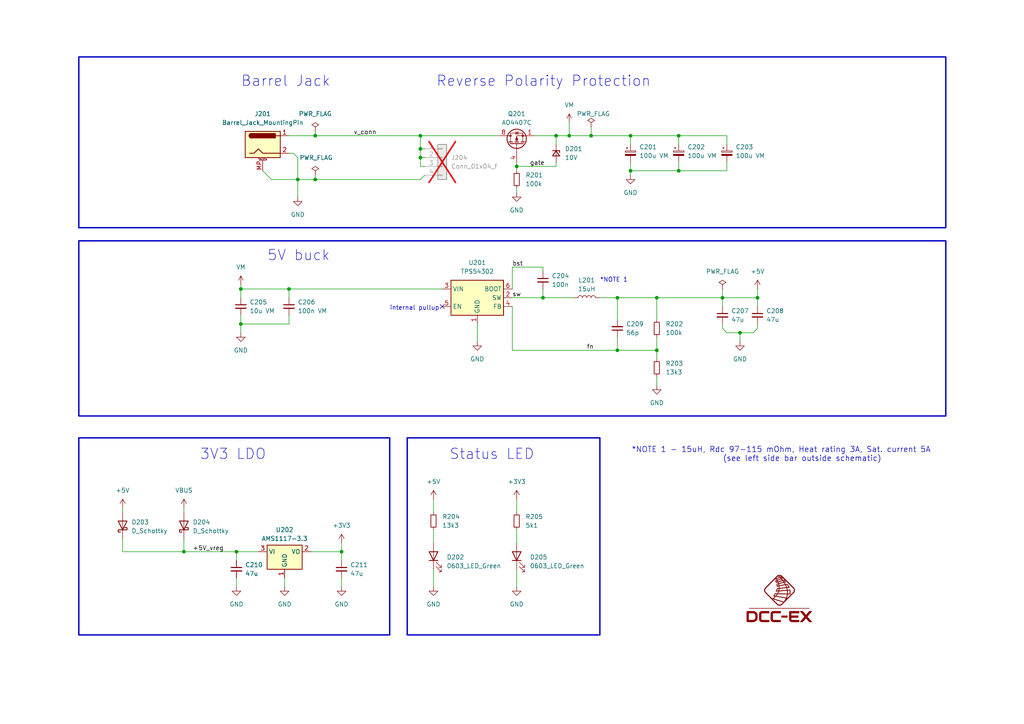
<source format=kicad_sch>
(kicad_sch
	(version 20231120)
	(generator "eeschema")
	(generator_version "8.0")
	(uuid "708e0efc-4af9-48da-bca6-58787f13d90c")
	(paper "A4")
	(title_block
		(title "EX-ESP32-CS")
		(date "2024-07-01")
		(rev "RevB")
		(company "dcc-ex.com")
		(comment 1 "Engineer: Fred Decker")
		(comment 2 "Lead Engineer: Erwin Peterlin")
		(comment 3 "CERN-OHL-W v2 or later")
		(comment 4 "Licensed under")
	)
	(lib_symbols
		(symbol "Connector:Barrel_Jack_MountingPin"
			(pin_names hide)
			(exclude_from_sim no)
			(in_bom yes)
			(on_board yes)
			(property "Reference" "J"
				(at 0 5.334 0)
				(effects
					(font
						(size 1.27 1.27)
					)
				)
			)
			(property "Value" "Barrel_Jack_MountingPin"
				(at 1.27 -6.35 0)
				(effects
					(font
						(size 1.27 1.27)
					)
					(justify left)
				)
			)
			(property "Footprint" ""
				(at 1.27 -1.016 0)
				(effects
					(font
						(size 1.27 1.27)
					)
					(hide yes)
				)
			)
			(property "Datasheet" "~"
				(at 1.27 -1.016 0)
				(effects
					(font
						(size 1.27 1.27)
					)
					(hide yes)
				)
			)
			(property "Description" "DC Barrel Jack with a mounting pin"
				(at 0 0 0)
				(effects
					(font
						(size 1.27 1.27)
					)
					(hide yes)
				)
			)
			(property "ki_keywords" "DC power barrel jack connector"
				(at 0 0 0)
				(effects
					(font
						(size 1.27 1.27)
					)
					(hide yes)
				)
			)
			(property "ki_fp_filters" "BarrelJack*"
				(at 0 0 0)
				(effects
					(font
						(size 1.27 1.27)
					)
					(hide yes)
				)
			)
			(symbol "Barrel_Jack_MountingPin_0_1"
				(rectangle
					(start -5.08 3.81)
					(end 5.08 -3.81)
					(stroke
						(width 0.254)
						(type default)
					)
					(fill
						(type background)
					)
				)
				(arc
					(start -3.302 3.175)
					(mid -3.9343 2.54)
					(end -3.302 1.905)
					(stroke
						(width 0.254)
						(type default)
					)
					(fill
						(type none)
					)
				)
				(arc
					(start -3.302 3.175)
					(mid -3.9343 2.54)
					(end -3.302 1.905)
					(stroke
						(width 0.254)
						(type default)
					)
					(fill
						(type outline)
					)
				)
				(polyline
					(pts
						(xy 5.08 2.54) (xy 3.81 2.54)
					)
					(stroke
						(width 0.254)
						(type default)
					)
					(fill
						(type none)
					)
				)
				(polyline
					(pts
						(xy -3.81 -2.54) (xy -2.54 -2.54) (xy -1.27 -1.27) (xy 0 -2.54) (xy 2.54 -2.54) (xy 5.08 -2.54)
					)
					(stroke
						(width 0.254)
						(type default)
					)
					(fill
						(type none)
					)
				)
				(rectangle
					(start 3.683 3.175)
					(end -3.302 1.905)
					(stroke
						(width 0.254)
						(type default)
					)
					(fill
						(type outline)
					)
				)
			)
			(symbol "Barrel_Jack_MountingPin_1_1"
				(polyline
					(pts
						(xy -1.016 -4.572) (xy 1.016 -4.572)
					)
					(stroke
						(width 0.1524)
						(type default)
					)
					(fill
						(type none)
					)
				)
				(text "Mounting"
					(at 0 -4.191 0)
					(effects
						(font
							(size 0.381 0.381)
						)
					)
				)
				(pin passive line
					(at 7.62 2.54 180)
					(length 2.54)
					(name "~"
						(effects
							(font
								(size 1.27 1.27)
							)
						)
					)
					(number "1"
						(effects
							(font
								(size 1.27 1.27)
							)
						)
					)
				)
				(pin passive line
					(at 7.62 -2.54 180)
					(length 2.54)
					(name "~"
						(effects
							(font
								(size 1.27 1.27)
							)
						)
					)
					(number "2"
						(effects
							(font
								(size 1.27 1.27)
							)
						)
					)
				)
				(pin passive line
					(at 0 -7.62 90)
					(length 3.048)
					(name "MountPin"
						(effects
							(font
								(size 1.27 1.27)
							)
						)
					)
					(number "MP"
						(effects
							(font
								(size 1.27 1.27)
							)
						)
					)
				)
			)
		)
		(symbol "Connector_Generic:Conn_01x04"
			(pin_names
				(offset 1.016) hide)
			(exclude_from_sim no)
			(in_bom yes)
			(on_board yes)
			(property "Reference" "J"
				(at 0 5.08 0)
				(effects
					(font
						(size 1.27 1.27)
					)
				)
			)
			(property "Value" "Conn_01x04"
				(at 0 -7.62 0)
				(effects
					(font
						(size 1.27 1.27)
					)
				)
			)
			(property "Footprint" ""
				(at 0 0 0)
				(effects
					(font
						(size 1.27 1.27)
					)
					(hide yes)
				)
			)
			(property "Datasheet" "~"
				(at 0 0 0)
				(effects
					(font
						(size 1.27 1.27)
					)
					(hide yes)
				)
			)
			(property "Description" "Generic connector, single row, 01x04, script generated (kicad-library-utils/schlib/autogen/connector/)"
				(at 0 0 0)
				(effects
					(font
						(size 1.27 1.27)
					)
					(hide yes)
				)
			)
			(property "ki_keywords" "connector"
				(at 0 0 0)
				(effects
					(font
						(size 1.27 1.27)
					)
					(hide yes)
				)
			)
			(property "ki_fp_filters" "Connector*:*_1x??_*"
				(at 0 0 0)
				(effects
					(font
						(size 1.27 1.27)
					)
					(hide yes)
				)
			)
			(symbol "Conn_01x04_1_1"
				(rectangle
					(start -1.27 -4.953)
					(end 0 -5.207)
					(stroke
						(width 0.1524)
						(type default)
					)
					(fill
						(type none)
					)
				)
				(rectangle
					(start -1.27 -2.413)
					(end 0 -2.667)
					(stroke
						(width 0.1524)
						(type default)
					)
					(fill
						(type none)
					)
				)
				(rectangle
					(start -1.27 0.127)
					(end 0 -0.127)
					(stroke
						(width 0.1524)
						(type default)
					)
					(fill
						(type none)
					)
				)
				(rectangle
					(start -1.27 2.667)
					(end 0 2.413)
					(stroke
						(width 0.1524)
						(type default)
					)
					(fill
						(type none)
					)
				)
				(rectangle
					(start -1.27 3.81)
					(end 1.27 -6.35)
					(stroke
						(width 0.254)
						(type default)
					)
					(fill
						(type background)
					)
				)
				(pin passive line
					(at -5.08 2.54 0)
					(length 3.81)
					(name "Pin_1"
						(effects
							(font
								(size 1.27 1.27)
							)
						)
					)
					(number "1"
						(effects
							(font
								(size 1.27 1.27)
							)
						)
					)
				)
				(pin passive line
					(at -5.08 0 0)
					(length 3.81)
					(name "Pin_2"
						(effects
							(font
								(size 1.27 1.27)
							)
						)
					)
					(number "2"
						(effects
							(font
								(size 1.27 1.27)
							)
						)
					)
				)
				(pin passive line
					(at -5.08 -2.54 0)
					(length 3.81)
					(name "Pin_3"
						(effects
							(font
								(size 1.27 1.27)
							)
						)
					)
					(number "3"
						(effects
							(font
								(size 1.27 1.27)
							)
						)
					)
				)
				(pin passive line
					(at -5.08 -5.08 0)
					(length 3.81)
					(name "Pin_4"
						(effects
							(font
								(size 1.27 1.27)
							)
						)
					)
					(number "4"
						(effects
							(font
								(size 1.27 1.27)
							)
						)
					)
				)
			)
		)
		(symbol "Device:C_Polarized_Small"
			(pin_numbers hide)
			(pin_names
				(offset 0.254) hide)
			(exclude_from_sim no)
			(in_bom yes)
			(on_board yes)
			(property "Reference" "C"
				(at 0.254 1.778 0)
				(effects
					(font
						(size 1.27 1.27)
					)
					(justify left)
				)
			)
			(property "Value" "C_Polarized_Small"
				(at 0.254 -2.032 0)
				(effects
					(font
						(size 1.27 1.27)
					)
					(justify left)
				)
			)
			(property "Footprint" ""
				(at 0 0 0)
				(effects
					(font
						(size 1.27 1.27)
					)
					(hide yes)
				)
			)
			(property "Datasheet" "~"
				(at 0 0 0)
				(effects
					(font
						(size 1.27 1.27)
					)
					(hide yes)
				)
			)
			(property "Description" "Polarized capacitor, small symbol"
				(at 0 0 0)
				(effects
					(font
						(size 1.27 1.27)
					)
					(hide yes)
				)
			)
			(property "ki_keywords" "cap capacitor"
				(at 0 0 0)
				(effects
					(font
						(size 1.27 1.27)
					)
					(hide yes)
				)
			)
			(property "ki_fp_filters" "CP_*"
				(at 0 0 0)
				(effects
					(font
						(size 1.27 1.27)
					)
					(hide yes)
				)
			)
			(symbol "C_Polarized_Small_0_1"
				(rectangle
					(start -1.524 -0.3048)
					(end 1.524 -0.6858)
					(stroke
						(width 0)
						(type default)
					)
					(fill
						(type outline)
					)
				)
				(rectangle
					(start -1.524 0.6858)
					(end 1.524 0.3048)
					(stroke
						(width 0)
						(type default)
					)
					(fill
						(type none)
					)
				)
				(polyline
					(pts
						(xy -1.27 1.524) (xy -0.762 1.524)
					)
					(stroke
						(width 0)
						(type default)
					)
					(fill
						(type none)
					)
				)
				(polyline
					(pts
						(xy -1.016 1.27) (xy -1.016 1.778)
					)
					(stroke
						(width 0)
						(type default)
					)
					(fill
						(type none)
					)
				)
			)
			(symbol "C_Polarized_Small_1_1"
				(pin passive line
					(at 0 2.54 270)
					(length 1.8542)
					(name "~"
						(effects
							(font
								(size 1.27 1.27)
							)
						)
					)
					(number "1"
						(effects
							(font
								(size 1.27 1.27)
							)
						)
					)
				)
				(pin passive line
					(at 0 -2.54 90)
					(length 1.8542)
					(name "~"
						(effects
							(font
								(size 1.27 1.27)
							)
						)
					)
					(number "2"
						(effects
							(font
								(size 1.27 1.27)
							)
						)
					)
				)
			)
		)
		(symbol "Device:C_Small"
			(pin_numbers hide)
			(pin_names
				(offset 0.254) hide)
			(exclude_from_sim no)
			(in_bom yes)
			(on_board yes)
			(property "Reference" "C"
				(at 0.254 1.778 0)
				(effects
					(font
						(size 1.27 1.27)
					)
					(justify left)
				)
			)
			(property "Value" "C_Small"
				(at 0.254 -2.032 0)
				(effects
					(font
						(size 1.27 1.27)
					)
					(justify left)
				)
			)
			(property "Footprint" ""
				(at 0 0 0)
				(effects
					(font
						(size 1.27 1.27)
					)
					(hide yes)
				)
			)
			(property "Datasheet" "~"
				(at 0 0 0)
				(effects
					(font
						(size 1.27 1.27)
					)
					(hide yes)
				)
			)
			(property "Description" "Unpolarized capacitor, small symbol"
				(at 0 0 0)
				(effects
					(font
						(size 1.27 1.27)
					)
					(hide yes)
				)
			)
			(property "ki_keywords" "capacitor cap"
				(at 0 0 0)
				(effects
					(font
						(size 1.27 1.27)
					)
					(hide yes)
				)
			)
			(property "ki_fp_filters" "C_*"
				(at 0 0 0)
				(effects
					(font
						(size 1.27 1.27)
					)
					(hide yes)
				)
			)
			(symbol "C_Small_0_1"
				(polyline
					(pts
						(xy -1.524 -0.508) (xy 1.524 -0.508)
					)
					(stroke
						(width 0.3302)
						(type default)
					)
					(fill
						(type none)
					)
				)
				(polyline
					(pts
						(xy -1.524 0.508) (xy 1.524 0.508)
					)
					(stroke
						(width 0.3048)
						(type default)
					)
					(fill
						(type none)
					)
				)
			)
			(symbol "C_Small_1_1"
				(pin passive line
					(at 0 2.54 270)
					(length 2.032)
					(name "~"
						(effects
							(font
								(size 1.27 1.27)
							)
						)
					)
					(number "1"
						(effects
							(font
								(size 1.27 1.27)
							)
						)
					)
				)
				(pin passive line
					(at 0 -2.54 90)
					(length 2.032)
					(name "~"
						(effects
							(font
								(size 1.27 1.27)
							)
						)
					)
					(number "2"
						(effects
							(font
								(size 1.27 1.27)
							)
						)
					)
				)
			)
		)
		(symbol "Device:D_Schottky"
			(pin_numbers hide)
			(pin_names
				(offset 1.016) hide)
			(exclude_from_sim no)
			(in_bom yes)
			(on_board yes)
			(property "Reference" "D"
				(at 0 2.54 0)
				(effects
					(font
						(size 1.27 1.27)
					)
				)
			)
			(property "Value" "D_Schottky"
				(at 0 -2.54 0)
				(effects
					(font
						(size 1.27 1.27)
					)
				)
			)
			(property "Footprint" ""
				(at 0 0 0)
				(effects
					(font
						(size 1.27 1.27)
					)
					(hide yes)
				)
			)
			(property "Datasheet" "~"
				(at 0 0 0)
				(effects
					(font
						(size 1.27 1.27)
					)
					(hide yes)
				)
			)
			(property "Description" "Schottky diode"
				(at 0 0 0)
				(effects
					(font
						(size 1.27 1.27)
					)
					(hide yes)
				)
			)
			(property "ki_keywords" "diode Schottky"
				(at 0 0 0)
				(effects
					(font
						(size 1.27 1.27)
					)
					(hide yes)
				)
			)
			(property "ki_fp_filters" "TO-???* *_Diode_* *SingleDiode* D_*"
				(at 0 0 0)
				(effects
					(font
						(size 1.27 1.27)
					)
					(hide yes)
				)
			)
			(symbol "D_Schottky_0_1"
				(polyline
					(pts
						(xy 1.27 0) (xy -1.27 0)
					)
					(stroke
						(width 0)
						(type default)
					)
					(fill
						(type none)
					)
				)
				(polyline
					(pts
						(xy 1.27 1.27) (xy 1.27 -1.27) (xy -1.27 0) (xy 1.27 1.27)
					)
					(stroke
						(width 0.254)
						(type default)
					)
					(fill
						(type none)
					)
				)
				(polyline
					(pts
						(xy -1.905 0.635) (xy -1.905 1.27) (xy -1.27 1.27) (xy -1.27 -1.27) (xy -0.635 -1.27) (xy -0.635 -0.635)
					)
					(stroke
						(width 0.254)
						(type default)
					)
					(fill
						(type none)
					)
				)
			)
			(symbol "D_Schottky_1_1"
				(pin passive line
					(at -3.81 0 0)
					(length 2.54)
					(name "K"
						(effects
							(font
								(size 1.27 1.27)
							)
						)
					)
					(number "1"
						(effects
							(font
								(size 1.27 1.27)
							)
						)
					)
				)
				(pin passive line
					(at 3.81 0 180)
					(length 2.54)
					(name "A"
						(effects
							(font
								(size 1.27 1.27)
							)
						)
					)
					(number "2"
						(effects
							(font
								(size 1.27 1.27)
							)
						)
					)
				)
			)
		)
		(symbol "Device:D_Zener_Small"
			(pin_numbers hide)
			(pin_names
				(offset 0.254) hide)
			(exclude_from_sim no)
			(in_bom yes)
			(on_board yes)
			(property "Reference" "D"
				(at 0 2.286 0)
				(effects
					(font
						(size 1.27 1.27)
					)
				)
			)
			(property "Value" "D_Zener_Small"
				(at 0 -2.286 0)
				(effects
					(font
						(size 1.27 1.27)
					)
				)
			)
			(property "Footprint" ""
				(at 0 0 90)
				(effects
					(font
						(size 1.27 1.27)
					)
					(hide yes)
				)
			)
			(property "Datasheet" "~"
				(at 0 0 90)
				(effects
					(font
						(size 1.27 1.27)
					)
					(hide yes)
				)
			)
			(property "Description" "Zener diode, small symbol"
				(at 0 0 0)
				(effects
					(font
						(size 1.27 1.27)
					)
					(hide yes)
				)
			)
			(property "ki_keywords" "diode"
				(at 0 0 0)
				(effects
					(font
						(size 1.27 1.27)
					)
					(hide yes)
				)
			)
			(property "ki_fp_filters" "TO-???* *_Diode_* *SingleDiode* D_*"
				(at 0 0 0)
				(effects
					(font
						(size 1.27 1.27)
					)
					(hide yes)
				)
			)
			(symbol "D_Zener_Small_0_1"
				(polyline
					(pts
						(xy 0.762 0) (xy -0.762 0)
					)
					(stroke
						(width 0)
						(type default)
					)
					(fill
						(type none)
					)
				)
				(polyline
					(pts
						(xy -0.254 1.016) (xy -0.762 1.016) (xy -0.762 -1.016)
					)
					(stroke
						(width 0.254)
						(type default)
					)
					(fill
						(type none)
					)
				)
				(polyline
					(pts
						(xy 0.762 1.016) (xy -0.762 0) (xy 0.762 -1.016) (xy 0.762 1.016)
					)
					(stroke
						(width 0.254)
						(type default)
					)
					(fill
						(type none)
					)
				)
			)
			(symbol "D_Zener_Small_1_1"
				(pin passive line
					(at -2.54 0 0)
					(length 1.778)
					(name "K"
						(effects
							(font
								(size 1.27 1.27)
							)
						)
					)
					(number "1"
						(effects
							(font
								(size 1.27 1.27)
							)
						)
					)
				)
				(pin passive line
					(at 2.54 0 180)
					(length 1.778)
					(name "A"
						(effects
							(font
								(size 1.27 1.27)
							)
						)
					)
					(number "2"
						(effects
							(font
								(size 1.27 1.27)
							)
						)
					)
				)
			)
		)
		(symbol "Device:L"
			(pin_numbers hide)
			(pin_names
				(offset 1.016) hide)
			(exclude_from_sim no)
			(in_bom yes)
			(on_board yes)
			(property "Reference" "L"
				(at -1.27 0 90)
				(effects
					(font
						(size 1.27 1.27)
					)
				)
			)
			(property "Value" "L"
				(at 1.905 0 90)
				(effects
					(font
						(size 1.27 1.27)
					)
				)
			)
			(property "Footprint" ""
				(at 0 0 0)
				(effects
					(font
						(size 1.27 1.27)
					)
					(hide yes)
				)
			)
			(property "Datasheet" "~"
				(at 0 0 0)
				(effects
					(font
						(size 1.27 1.27)
					)
					(hide yes)
				)
			)
			(property "Description" "Inductor"
				(at 0 0 0)
				(effects
					(font
						(size 1.27 1.27)
					)
					(hide yes)
				)
			)
			(property "ki_keywords" "inductor choke coil reactor magnetic"
				(at 0 0 0)
				(effects
					(font
						(size 1.27 1.27)
					)
					(hide yes)
				)
			)
			(property "ki_fp_filters" "Choke_* *Coil* Inductor_* L_*"
				(at 0 0 0)
				(effects
					(font
						(size 1.27 1.27)
					)
					(hide yes)
				)
			)
			(symbol "L_0_1"
				(arc
					(start 0 -2.54)
					(mid 0.6323 -1.905)
					(end 0 -1.27)
					(stroke
						(width 0)
						(type default)
					)
					(fill
						(type none)
					)
				)
				(arc
					(start 0 -1.27)
					(mid 0.6323 -0.635)
					(end 0 0)
					(stroke
						(width 0)
						(type default)
					)
					(fill
						(type none)
					)
				)
				(arc
					(start 0 0)
					(mid 0.6323 0.635)
					(end 0 1.27)
					(stroke
						(width 0)
						(type default)
					)
					(fill
						(type none)
					)
				)
				(arc
					(start 0 1.27)
					(mid 0.6323 1.905)
					(end 0 2.54)
					(stroke
						(width 0)
						(type default)
					)
					(fill
						(type none)
					)
				)
			)
			(symbol "L_1_1"
				(pin passive line
					(at 0 3.81 270)
					(length 1.27)
					(name "1"
						(effects
							(font
								(size 1.27 1.27)
							)
						)
					)
					(number "1"
						(effects
							(font
								(size 1.27 1.27)
							)
						)
					)
				)
				(pin passive line
					(at 0 -3.81 90)
					(length 1.27)
					(name "2"
						(effects
							(font
								(size 1.27 1.27)
							)
						)
					)
					(number "2"
						(effects
							(font
								(size 1.27 1.27)
							)
						)
					)
				)
			)
		)
		(symbol "Device:LED"
			(pin_numbers hide)
			(pin_names
				(offset 1.016) hide)
			(exclude_from_sim no)
			(in_bom yes)
			(on_board yes)
			(property "Reference" "D"
				(at 0 2.54 0)
				(effects
					(font
						(size 1.27 1.27)
					)
				)
			)
			(property "Value" "LED"
				(at 0 -2.54 0)
				(effects
					(font
						(size 1.27 1.27)
					)
				)
			)
			(property "Footprint" ""
				(at 0 0 0)
				(effects
					(font
						(size 1.27 1.27)
					)
					(hide yes)
				)
			)
			(property "Datasheet" "~"
				(at 0 0 0)
				(effects
					(font
						(size 1.27 1.27)
					)
					(hide yes)
				)
			)
			(property "Description" "Light emitting diode"
				(at 0 0 0)
				(effects
					(font
						(size 1.27 1.27)
					)
					(hide yes)
				)
			)
			(property "ki_keywords" "LED diode"
				(at 0 0 0)
				(effects
					(font
						(size 1.27 1.27)
					)
					(hide yes)
				)
			)
			(property "ki_fp_filters" "LED* LED_SMD:* LED_THT:*"
				(at 0 0 0)
				(effects
					(font
						(size 1.27 1.27)
					)
					(hide yes)
				)
			)
			(symbol "LED_0_1"
				(polyline
					(pts
						(xy -1.27 -1.27) (xy -1.27 1.27)
					)
					(stroke
						(width 0.254)
						(type default)
					)
					(fill
						(type none)
					)
				)
				(polyline
					(pts
						(xy -1.27 0) (xy 1.27 0)
					)
					(stroke
						(width 0)
						(type default)
					)
					(fill
						(type none)
					)
				)
				(polyline
					(pts
						(xy 1.27 -1.27) (xy 1.27 1.27) (xy -1.27 0) (xy 1.27 -1.27)
					)
					(stroke
						(width 0.254)
						(type default)
					)
					(fill
						(type none)
					)
				)
				(polyline
					(pts
						(xy -3.048 -0.762) (xy -4.572 -2.286) (xy -3.81 -2.286) (xy -4.572 -2.286) (xy -4.572 -1.524)
					)
					(stroke
						(width 0)
						(type default)
					)
					(fill
						(type none)
					)
				)
				(polyline
					(pts
						(xy -1.778 -0.762) (xy -3.302 -2.286) (xy -2.54 -2.286) (xy -3.302 -2.286) (xy -3.302 -1.524)
					)
					(stroke
						(width 0)
						(type default)
					)
					(fill
						(type none)
					)
				)
			)
			(symbol "LED_1_1"
				(pin passive line
					(at -3.81 0 0)
					(length 2.54)
					(name "K"
						(effects
							(font
								(size 1.27 1.27)
							)
						)
					)
					(number "1"
						(effects
							(font
								(size 1.27 1.27)
							)
						)
					)
				)
				(pin passive line
					(at 3.81 0 180)
					(length 2.54)
					(name "A"
						(effects
							(font
								(size 1.27 1.27)
							)
						)
					)
					(number "2"
						(effects
							(font
								(size 1.27 1.27)
							)
						)
					)
				)
			)
		)
		(symbol "Device:R_Small"
			(pin_numbers hide)
			(pin_names
				(offset 0.254) hide)
			(exclude_from_sim no)
			(in_bom yes)
			(on_board yes)
			(property "Reference" "R"
				(at 0.762 0.508 0)
				(effects
					(font
						(size 1.27 1.27)
					)
					(justify left)
				)
			)
			(property "Value" "R_Small"
				(at 0.762 -1.016 0)
				(effects
					(font
						(size 1.27 1.27)
					)
					(justify left)
				)
			)
			(property "Footprint" ""
				(at 0 0 0)
				(effects
					(font
						(size 1.27 1.27)
					)
					(hide yes)
				)
			)
			(property "Datasheet" "~"
				(at 0 0 0)
				(effects
					(font
						(size 1.27 1.27)
					)
					(hide yes)
				)
			)
			(property "Description" "Resistor, small symbol"
				(at 0 0 0)
				(effects
					(font
						(size 1.27 1.27)
					)
					(hide yes)
				)
			)
			(property "ki_keywords" "R resistor"
				(at 0 0 0)
				(effects
					(font
						(size 1.27 1.27)
					)
					(hide yes)
				)
			)
			(property "ki_fp_filters" "R_*"
				(at 0 0 0)
				(effects
					(font
						(size 1.27 1.27)
					)
					(hide yes)
				)
			)
			(symbol "R_Small_0_1"
				(rectangle
					(start -0.762 1.778)
					(end 0.762 -1.778)
					(stroke
						(width 0.2032)
						(type default)
					)
					(fill
						(type none)
					)
				)
			)
			(symbol "R_Small_1_1"
				(pin passive line
					(at 0 2.54 270)
					(length 0.762)
					(name "~"
						(effects
							(font
								(size 1.27 1.27)
							)
						)
					)
					(number "1"
						(effects
							(font
								(size 1.27 1.27)
							)
						)
					)
				)
				(pin passive line
					(at 0 -2.54 90)
					(length 0.762)
					(name "~"
						(effects
							(font
								(size 1.27 1.27)
							)
						)
					)
					(number "2"
						(effects
							(font
								(size 1.27 1.27)
							)
						)
					)
				)
			)
		)
		(symbol "Regulator_Linear:AMS1117-3.3"
			(exclude_from_sim no)
			(in_bom yes)
			(on_board yes)
			(property "Reference" "U"
				(at -3.81 3.175 0)
				(effects
					(font
						(size 1.27 1.27)
					)
				)
			)
			(property "Value" "AMS1117-3.3"
				(at 0 3.175 0)
				(effects
					(font
						(size 1.27 1.27)
					)
					(justify left)
				)
			)
			(property "Footprint" "Package_TO_SOT_SMD:SOT-223-3_TabPin2"
				(at 0 5.08 0)
				(effects
					(font
						(size 1.27 1.27)
					)
					(hide yes)
				)
			)
			(property "Datasheet" "http://www.advanced-monolithic.com/pdf/ds1117.pdf"
				(at 2.54 -6.35 0)
				(effects
					(font
						(size 1.27 1.27)
					)
					(hide yes)
				)
			)
			(property "Description" "1A Low Dropout regulator, positive, 3.3V fixed output, SOT-223"
				(at 0 0 0)
				(effects
					(font
						(size 1.27 1.27)
					)
					(hide yes)
				)
			)
			(property "ki_keywords" "linear regulator ldo fixed positive"
				(at 0 0 0)
				(effects
					(font
						(size 1.27 1.27)
					)
					(hide yes)
				)
			)
			(property "ki_fp_filters" "SOT?223*TabPin2*"
				(at 0 0 0)
				(effects
					(font
						(size 1.27 1.27)
					)
					(hide yes)
				)
			)
			(symbol "AMS1117-3.3_0_1"
				(rectangle
					(start -5.08 -5.08)
					(end 5.08 1.905)
					(stroke
						(width 0.254)
						(type default)
					)
					(fill
						(type background)
					)
				)
			)
			(symbol "AMS1117-3.3_1_1"
				(pin power_in line
					(at 0 -7.62 90)
					(length 2.54)
					(name "GND"
						(effects
							(font
								(size 1.27 1.27)
							)
						)
					)
					(number "1"
						(effects
							(font
								(size 1.27 1.27)
							)
						)
					)
				)
				(pin power_out line
					(at 7.62 0 180)
					(length 2.54)
					(name "VO"
						(effects
							(font
								(size 1.27 1.27)
							)
						)
					)
					(number "2"
						(effects
							(font
								(size 1.27 1.27)
							)
						)
					)
				)
				(pin power_in line
					(at -7.62 0 0)
					(length 2.54)
					(name "VI"
						(effects
							(font
								(size 1.27 1.27)
							)
						)
					)
					(number "3"
						(effects
							(font
								(size 1.27 1.27)
							)
						)
					)
				)
			)
		)
		(symbol "Regulator_Switching:TPS54302"
			(exclude_from_sim no)
			(in_bom yes)
			(on_board yes)
			(property "Reference" "U"
				(at -7.62 6.35 0)
				(effects
					(font
						(size 1.27 1.27)
					)
					(justify left)
				)
			)
			(property "Value" "TPS54302"
				(at 0 6.35 0)
				(effects
					(font
						(size 1.27 1.27)
					)
					(justify left)
				)
			)
			(property "Footprint" "Package_TO_SOT_SMD:SOT-23-6"
				(at 1.27 -8.89 0)
				(effects
					(font
						(size 1.27 1.27)
					)
					(justify left)
					(hide yes)
				)
			)
			(property "Datasheet" "http://www.ti.com/lit/ds/symlink/tps54302.pdf"
				(at -7.62 8.89 0)
				(effects
					(font
						(size 1.27 1.27)
					)
					(hide yes)
				)
			)
			(property "Description" "3A, 4.5 to 28V Input, EMI Friendly integrated switch synchronous step-down regulator, pulse-skipping, SOT-23-6"
				(at 0 0 0)
				(effects
					(font
						(size 1.27 1.27)
					)
					(hide yes)
				)
			)
			(property "ki_keywords" "switching buck converter power-supply voltage regulator emi spread spectrum"
				(at 0 0 0)
				(effects
					(font
						(size 1.27 1.27)
					)
					(hide yes)
				)
			)
			(property "ki_fp_filters" "SOT?23*"
				(at 0 0 0)
				(effects
					(font
						(size 1.27 1.27)
					)
					(hide yes)
				)
			)
			(symbol "TPS54302_0_1"
				(rectangle
					(start -7.62 5.08)
					(end 7.62 -5.08)
					(stroke
						(width 0.254)
						(type default)
					)
					(fill
						(type background)
					)
				)
			)
			(symbol "TPS54302_1_1"
				(pin power_in line
					(at 0 -7.62 90)
					(length 2.54)
					(name "GND"
						(effects
							(font
								(size 1.27 1.27)
							)
						)
					)
					(number "1"
						(effects
							(font
								(size 1.27 1.27)
							)
						)
					)
				)
				(pin power_out line
					(at 10.16 0 180)
					(length 2.54)
					(name "SW"
						(effects
							(font
								(size 1.27 1.27)
							)
						)
					)
					(number "2"
						(effects
							(font
								(size 1.27 1.27)
							)
						)
					)
				)
				(pin power_in line
					(at -10.16 2.54 0)
					(length 2.54)
					(name "VIN"
						(effects
							(font
								(size 1.27 1.27)
							)
						)
					)
					(number "3"
						(effects
							(font
								(size 1.27 1.27)
							)
						)
					)
				)
				(pin input line
					(at 10.16 -2.54 180)
					(length 2.54)
					(name "FB"
						(effects
							(font
								(size 1.27 1.27)
							)
						)
					)
					(number "4"
						(effects
							(font
								(size 1.27 1.27)
							)
						)
					)
				)
				(pin input line
					(at -10.16 -2.54 0)
					(length 2.54)
					(name "EN"
						(effects
							(font
								(size 1.27 1.27)
							)
						)
					)
					(number "5"
						(effects
							(font
								(size 1.27 1.27)
							)
						)
					)
				)
				(pin passive line
					(at 10.16 2.54 180)
					(length 2.54)
					(name "BOOT"
						(effects
							(font
								(size 1.27 1.27)
							)
						)
					)
					(number "6"
						(effects
							(font
								(size 1.27 1.27)
							)
						)
					)
				)
			)
		)
		(symbol "Transistor_FET:IRF7404"
			(pin_names hide)
			(exclude_from_sim no)
			(in_bom yes)
			(on_board yes)
			(property "Reference" "Q"
				(at 5.08 1.905 0)
				(effects
					(font
						(size 1.27 1.27)
					)
					(justify left)
				)
			)
			(property "Value" "IRF7404"
				(at 5.08 0 0)
				(effects
					(font
						(size 1.27 1.27)
					)
					(justify left)
				)
			)
			(property "Footprint" "Package_SO:SOIC-8_3.9x4.9mm_P1.27mm"
				(at 5.08 -1.905 0)
				(effects
					(font
						(size 1.27 1.27)
						(italic yes)
					)
					(justify left)
					(hide yes)
				)
			)
			(property "Datasheet" "http://www.infineon.com/dgdl/irf7404.pdf?fileId=5546d462533600a4015355fa2b5b1b9e"
				(at 0 0 90)
				(effects
					(font
						(size 1.27 1.27)
					)
					(justify left)
					(hide yes)
				)
			)
			(property "Description" "-6.7A Id, -20V Vds, P-Channel HEXFET Power MOSFET, SO-8"
				(at 0 0 0)
				(effects
					(font
						(size 1.27 1.27)
					)
					(hide yes)
				)
			)
			(property "ki_keywords" "P-Channel MOSFET"
				(at 0 0 0)
				(effects
					(font
						(size 1.27 1.27)
					)
					(hide yes)
				)
			)
			(property "ki_fp_filters" "SOIC*3.9x4.9mm*P1.27mm*"
				(at 0 0 0)
				(effects
					(font
						(size 1.27 1.27)
					)
					(hide yes)
				)
			)
			(symbol "IRF7404_0_1"
				(polyline
					(pts
						(xy 0.254 0) (xy -2.54 0)
					)
					(stroke
						(width 0)
						(type default)
					)
					(fill
						(type none)
					)
				)
				(polyline
					(pts
						(xy 0.254 1.905) (xy 0.254 -1.905)
					)
					(stroke
						(width 0.254)
						(type default)
					)
					(fill
						(type none)
					)
				)
				(polyline
					(pts
						(xy 0.762 -1.27) (xy 0.762 -2.286)
					)
					(stroke
						(width 0.254)
						(type default)
					)
					(fill
						(type none)
					)
				)
				(polyline
					(pts
						(xy 0.762 0.508) (xy 0.762 -0.508)
					)
					(stroke
						(width 0.254)
						(type default)
					)
					(fill
						(type none)
					)
				)
				(polyline
					(pts
						(xy 0.762 2.286) (xy 0.762 1.27)
					)
					(stroke
						(width 0.254)
						(type default)
					)
					(fill
						(type none)
					)
				)
				(polyline
					(pts
						(xy 2.54 2.54) (xy 2.54 1.778)
					)
					(stroke
						(width 0)
						(type default)
					)
					(fill
						(type none)
					)
				)
				(polyline
					(pts
						(xy 2.54 -2.54) (xy 2.54 0) (xy 0.762 0)
					)
					(stroke
						(width 0)
						(type default)
					)
					(fill
						(type none)
					)
				)
				(polyline
					(pts
						(xy 0.762 1.778) (xy 3.302 1.778) (xy 3.302 -1.778) (xy 0.762 -1.778)
					)
					(stroke
						(width 0)
						(type default)
					)
					(fill
						(type none)
					)
				)
				(polyline
					(pts
						(xy 2.286 0) (xy 1.27 0.381) (xy 1.27 -0.381) (xy 2.286 0)
					)
					(stroke
						(width 0)
						(type default)
					)
					(fill
						(type outline)
					)
				)
				(polyline
					(pts
						(xy 2.794 -0.508) (xy 2.921 -0.381) (xy 3.683 -0.381) (xy 3.81 -0.254)
					)
					(stroke
						(width 0)
						(type default)
					)
					(fill
						(type none)
					)
				)
				(polyline
					(pts
						(xy 3.302 -0.381) (xy 2.921 0.254) (xy 3.683 0.254) (xy 3.302 -0.381)
					)
					(stroke
						(width 0)
						(type default)
					)
					(fill
						(type none)
					)
				)
				(circle
					(center 1.651 0)
					(radius 2.794)
					(stroke
						(width 0.254)
						(type default)
					)
					(fill
						(type none)
					)
				)
				(circle
					(center 2.54 -1.778)
					(radius 0.254)
					(stroke
						(width 0)
						(type default)
					)
					(fill
						(type outline)
					)
				)
				(circle
					(center 2.54 1.778)
					(radius 0.254)
					(stroke
						(width 0)
						(type default)
					)
					(fill
						(type outline)
					)
				)
			)
			(symbol "IRF7404_1_1"
				(pin passive line
					(at 2.54 -5.08 90)
					(length 2.54)
					(name "S"
						(effects
							(font
								(size 1.27 1.27)
							)
						)
					)
					(number "1"
						(effects
							(font
								(size 1.27 1.27)
							)
						)
					)
				)
				(pin passive line
					(at 2.54 -5.08 90)
					(length 2.54) hide
					(name "S"
						(effects
							(font
								(size 1.27 1.27)
							)
						)
					)
					(number "2"
						(effects
							(font
								(size 1.27 1.27)
							)
						)
					)
				)
				(pin passive line
					(at 2.54 -5.08 90)
					(length 2.54) hide
					(name "S"
						(effects
							(font
								(size 1.27 1.27)
							)
						)
					)
					(number "3"
						(effects
							(font
								(size 1.27 1.27)
							)
						)
					)
				)
				(pin passive line
					(at -5.08 0 0)
					(length 2.54)
					(name "G"
						(effects
							(font
								(size 1.27 1.27)
							)
						)
					)
					(number "4"
						(effects
							(font
								(size 1.27 1.27)
							)
						)
					)
				)
				(pin passive line
					(at 2.54 5.08 270)
					(length 2.54) hide
					(name "D"
						(effects
							(font
								(size 1.27 1.27)
							)
						)
					)
					(number "5"
						(effects
							(font
								(size 1.27 1.27)
							)
						)
					)
				)
				(pin passive line
					(at 2.54 5.08 270)
					(length 2.54) hide
					(name "D"
						(effects
							(font
								(size 1.27 1.27)
							)
						)
					)
					(number "6"
						(effects
							(font
								(size 1.27 1.27)
							)
						)
					)
				)
				(pin passive line
					(at 2.54 5.08 270)
					(length 2.54) hide
					(name "D"
						(effects
							(font
								(size 1.27 1.27)
							)
						)
					)
					(number "7"
						(effects
							(font
								(size 1.27 1.27)
							)
						)
					)
				)
				(pin passive line
					(at 2.54 5.08 270)
					(length 2.54)
					(name "D"
						(effects
							(font
								(size 1.27 1.27)
							)
						)
					)
					(number "8"
						(effects
							(font
								(size 1.27 1.27)
							)
						)
					)
				)
			)
		)
		(symbol "_my:DCC-EX"
			(pin_names
				(offset 1.016)
			)
			(exclude_from_sim no)
			(in_bom yes)
			(on_board yes)
			(property "Reference" "#G"
				(at 0 11.8664 0)
				(effects
					(font
						(size 1.27 1.27)
					)
					(hide yes)
				)
			)
			(property "Value" "LOGO"
				(at 0 -11.8664 0)
				(effects
					(font
						(size 1.27 1.27)
					)
					(hide yes)
				)
			)
			(property "Footprint" ""
				(at 0 0 0)
				(effects
					(font
						(size 1.27 1.27)
					)
					(hide yes)
				)
			)
			(property "Datasheet" ""
				(at 0 0 0)
				(effects
					(font
						(size 1.27 1.27)
					)
					(hide yes)
				)
			)
			(property "Description" "logo"
				(at 0 0 0)
				(effects
					(font
						(size 1.27 1.27)
					)
					(hide yes)
				)
			)
			(symbol "DCC-EX_0_0"
				(polyline
					(pts
						(xy 2.3091 -4.2137) (xy 2.3091 -3.9563) (xy 1.4634 -3.9563) (xy 0.6177 -3.9563) (xy 0.6177 -4.2137)
						(xy 0.6177 -4.4711) (xy 1.4634 -4.4711) (xy 2.3091 -4.4711) (xy 2.3091 -4.2137)
					)
					(stroke
						(width 0.01)
						(type default)
					)
					(fill
						(type outline)
					)
				)
				(polyline
					(pts
						(xy 8.6922 -1.8164) (xy 8.6922 -1.7796) (xy -0.0294 -1.7796) (xy -8.751 -1.7796) (xy -8.751 -1.8164)
						(xy -8.751 -1.8532) (xy -0.0294 -1.8532) (xy 8.6922 -1.8532) (xy 8.6922 -1.8164)
					)
					(stroke
						(width 0.01)
						(type default)
					)
					(fill
						(type outline)
					)
				)
				(polyline
					(pts
						(xy -0.7328 6.7675) (xy -0.7022 6.7788) (xy -0.6513 6.7986) (xy -0.5846 6.8251) (xy -0.5062 6.8566)
						(xy -0.4206 6.8912) (xy -0.332 6.9273) (xy -0.2448 6.963) (xy -0.1632 6.9967) (xy -0.0916 7.0265)
						(xy -0.0343 7.0507) (xy 0.0043 7.0675) (xy 0.0201 7.0752) (xy 0.0201 7.0858) (xy 0.0047 7.1125)
						(xy -0.024 7.147) (xy -0.0809 7.2075) (xy -0.4523 7.0567) (xy -0.4581 7.0544) (xy -0.5552 7.0145)
						(xy -0.6425 6.9779) (xy -0.7165 6.946) (xy -0.7737 6.9204) (xy -0.8106 6.9026) (xy -0.8236 6.8942)
						(xy -0.8217 6.8876) (xy -0.8077 6.8608) (xy -0.7849 6.824) (xy -0.7719 6.8049) (xy -0.7508 6.7766)
						(xy -0.7396 6.7655) (xy -0.7328 6.7675)
					)
					(stroke
						(width 0.01)
						(type default)
					)
					(fill
						(type outline)
					)
				)
				(polyline
					(pts
						(xy -0.4472 6.2987) (xy -0.4108 6.3114) (xy -0.3544 6.3314) (xy -0.2819 6.3573) (xy -0.1973 6.3878)
						(xy -0.1045 6.4212) (xy -0.0076 6.4563) (xy 0.0894 6.4915) (xy 0.1827 6.5254) (xy 0.2681 6.5566)
						(xy 0.3418 6.5837) (xy 0.3998 6.6051) (xy 0.438 6.6195) (xy 0.4525 6.6254) (xy 0.4484 6.6335)
						(xy 0.4293 6.6582) (xy 0.3995 6.693) (xy 0.3425 6.7572) (xy -0.0972 6.5979) (xy -0.1564 6.5764)
						(xy -0.2592 6.539) (xy -0.351 6.5054) (xy -0.4285 6.477) (xy -0.4883 6.4548) (xy -0.5271 6.4401)
						(xy -0.5416 6.4343) (xy -0.5418 6.4301) (xy -0.5336 6.4072) (xy -0.5176 6.3735) (xy -0.4986 6.3389)
						(xy -0.4817 6.3132) (xy -0.474 6.3047) (xy -0.4595 6.2948) (xy -0.4472 6.2987)
					)
					(stroke
						(width 0.01)
						(type default)
					)
					(fill
						(type outline)
					)
				)
				(polyline
					(pts
						(xy 0.7816 6.752) (xy 0.8127 6.7606) (xy 0.8608 6.7761) (xy 0.9184 6.7963) (xy 1.0442 6.8418)
						(xy 0.7905 7.0884) (xy 0.7469 7.1307) (xy 0.675 7.2) (xy 0.6097 7.2625) (xy 0.5545 7.3148) (xy 0.5131 7.3535)
						(xy 0.489 7.3751) (xy 0.4412 7.4152) (xy 0.3383 7.3748) (xy 0.329 7.3712) (xy 0.2815 7.351) (xy 0.248 7.3345)
						(xy 0.2353 7.3249) (xy 0.2385 7.3186) (xy 0.2574 7.2958) (xy 0.2877 7.2648) (xy 0.3347 7.2283)
						(xy 0.3817 7.2141) (xy 0.4027 7.2099) (xy 0.4308 7.195) (xy 0.4688 7.1669) (xy 0.5203 7.1229)
						(xy 0.5888 7.0603) (xy 0.7541 6.9065) (xy 0.7116 6.8928) (xy 0.6802 6.8819) (xy 0.6639 6.8747)
						(xy 0.6658 6.8683) (xy 0.6814 6.8447) (xy 0.7081 6.8108) (xy 0.7275 6.7888) (xy 0.7563 6.7617)
						(xy 0.7751 6.751) (xy 0.7816 6.752)
					)
					(stroke
						(width 0.01)
						(type default)
					)
					(fill
						(type outline)
					)
				)
				(polyline
					(pts
						(xy -0.1787 5.8325) (xy -0.1492 5.8414) (xy -0.0678 5.8662) (xy 0.0259 5.8952) (xy 0.1284 5.927)
						(xy 0.2358 5.9606) (xy 0.3445 5.9948) (xy 0.4509 6.0284) (xy 0.5512 6.0603) (xy 0.6418 6.0893)
						(xy 0.7191 6.1142) (xy 0.7793 6.1339) (xy 0.8187 6.1472) (xy 0.8337 6.153) (xy 0.8345 6.1589)
						(xy 0.8233 6.1818) (xy 0.8005 6.2132) (xy 0.7726 6.2452) (xy 0.7461 6.2701) (xy 0.7275 6.2801)
						(xy 0.7217 6.2789) (xy 0.6915 6.2706) (xy 0.6391 6.2553) (xy 0.5685 6.2343) (xy 0.4836 6.2087)
						(xy 0.3881 6.1798) (xy 0.2861 6.1488) (xy 0.1812 6.1167) (xy 0.0775 6.0848) (xy -0.0213 6.0543)
						(xy -0.1112 6.0264) (xy -0.1885 6.0022) (xy -0.2492 5.983) (xy -0.2894 5.9698) (xy -0.3053 5.964)
						(xy -0.3042 5.9563) (xy -0.2945 5.928) (xy -0.2781 5.8866) (xy -0.2471 5.8119) (xy -0.1787 5.8325)
					)
					(stroke
						(width 0.01)
						(type default)
					)
					(fill
						(type outline)
					)
				)
				(polyline
					(pts
						(xy -1.3283 1.6691) (xy -1.3043 1.6788) (xy -1.2825 1.6958) (xy -1.2578 1.7205) (xy -1.2349 1.746)
						(xy -1.2149 1.7747) (xy -1.2117 1.7904) (xy -1.2171 1.7933) (xy -1.2467 1.8021) (xy -1.2948 1.8128)
						(xy -1.3542 1.8237) (xy -1.4857 1.8458) (xy -1.3422 2.0935) (xy -1.1987 2.3413) (xy -0.9942 2.3362)
						(xy -0.7898 2.3312) (xy -0.7462 2.4018) (xy -0.7282 2.4321) (xy -0.712 2.4632) (xy -0.7079 2.4772)
						(xy -0.7084 2.4774) (xy -0.7277 2.4795) (xy -0.7712 2.4823) (xy -0.8344 2.4855) (xy -0.9126 2.489)
						(xy -1.0015 2.4924) (xy -1.2897 2.5029) (xy -1.5136 2.1177) (xy -1.536 2.0791) (xy -1.5898 1.9859)
						(xy -1.6375 1.9024) (xy -1.6775 1.8317) (xy -1.7078 1.7771) (xy -1.7269 1.7415) (xy -1.7328 1.7283)
						(xy -1.7186 1.7245) (xy -1.6809 1.7168) (xy -1.6257 1.7065) (xy -1.559 1.6946) (xy -1.5526 1.6935)
						(xy -1.4668 1.6788) (xy -1.4043 1.6695) (xy -1.3599 1.6661) (xy -1.3283 1.6691)
					)
					(stroke
						(width 0.01)
						(type default)
					)
					(fill
						(type outline)
					)
				)
				(polyline
					(pts
						(xy 3.1915 2.9121) (xy 3.1915 3.5445) (xy 3.1585 3.5436) (xy 3.1276 3.5423) (xy 3.0698 3.5387)
						(xy 2.997 3.5334) (xy 2.914 3.5269) (xy 2.8258 3.5196) (xy 2.7373 3.5119) (xy 2.6534 3.5042) (xy 2.5791 3.4971)
						(xy 2.5193 3.4908) (xy 2.479 3.4859) (xy 2.4631 3.4828) (xy 2.4607 3.4762) (xy 2.46 3.4467) (xy 2.4644 3.4041)
						(xy 2.4748 3.3345) (xy 2.631 3.3444) (xy 2.6661 3.3466) (xy 2.7525 3.3524) (xy 2.838 3.3582) (xy 2.9084 3.3633)
						(xy 3.0298 3.3724) (xy 3.0298 2.9054) (xy 3.0298 2.4385) (xy 2.7735 2.4435) (xy 2.7028 2.4446)
						(xy 2.6278 2.4451) (xy 2.5675 2.4447) (xy 2.5269 2.4434) (xy 2.5108 2.4413) (xy 2.5084 2.4356)
						(xy 2.502 2.4072) (xy 2.4954 2.3649) (xy 2.4863 2.2958) (xy 2.5779 2.2906) (xy 2.6072 2.2892)
						(xy 2.6692 2.2873) (xy 2.7485 2.2854) (xy 2.838 2.2838) (xy 2.9305 2.2825) (xy 3.1915 2.2797)
						(xy 3.1915 2.9121)
					)
					(stroke
						(width 0.01)
						(type default)
					)
					(fill
						(type outline)
					)
				)
				(polyline
					(pts
						(xy -0.0516 5.2801) (xy -0.0318 5.2851) (xy 0.0122 5.297) (xy 0.0768 5.315) (xy 0.1585 5.338)
						(xy 0.2538 5.365) (xy 0.3593 5.395) (xy 0.4715 5.427) (xy 0.5867 5.46) (xy 0.7017 5.493) (xy 0.8128 5.525)
						(xy 0.9166 5.555) (xy 1.0095 5.582) (xy 1.0881 5.605) (xy 1.1489 5.623) (xy 1.1884 5.635) (xy 1.2031 5.6399)
						(xy 1.2026 5.6487) (xy 1.1905 5.6749) (xy 1.1702 5.7089) (xy 1.1472 5.7415) (xy 1.1272 5.7637)
						(xy 1.127 5.7638) (xy 1.1143 5.7658) (xy 1.0868 5.7625) (xy 1.0428 5.7536) (xy 0.9802 5.7384)
						(xy 0.8971 5.7166) (xy 0.7917 5.6876) (xy 0.6619 5.651) (xy 0.506 5.6062) (xy 0.363 5.5648) (xy 0.2421 5.5297)
						(xy 0.1446 5.5009) (xy 0.068 5.4777) (xy 0.0098 5.4591) (xy -0.0326 5.4443) (xy -0.0616 5.4325)
						(xy -0.0796 5.4226) (xy -0.0892 5.414) (xy -0.0929 5.4056) (xy -0.0932 5.3967) (xy -0.0878 5.3638)
						(xy -0.0751 5.3205) (xy -0.0621 5.2921) (xy -0.0523 5.28) (xy -0.0516 5.2801)
					)
					(stroke
						(width 0.01)
						(type default)
					)
					(fill
						(type outline)
					)
				)
				(polyline
					(pts
						(xy 1.0814 -0.0077) (xy 1.1089 0.0093) (xy 1.1405 0.0364) (xy 1.1691 0.0666) (xy 1.188 0.093)
						(xy 1.1902 0.1087) (xy 1.1855 0.1104) (xy 1.1562 0.1197) (xy 1.1017 0.1364) (xy 1.0238 0.1601)
						(xy 0.9245 0.1901) (xy 0.8057 0.2259) (xy 0.6693 0.2668) (xy 0.5172 0.3124) (xy 0.3513 0.362)
						(xy 0.1735 0.4151) (xy -0.0142 0.4711) (xy -0.21 0.5294) (xy -1.604 0.9441) (xy -1.6697 0.8902)
						(xy -1.6979 0.8662) (xy -1.725 0.8401) (xy -1.7355 0.8257) (xy -1.7317 0.8238) (xy -1.704 0.8141)
						(xy -1.651 0.7968) (xy -1.5746 0.7727) (xy -1.4767 0.7422) (xy -1.3592 0.706) (xy -1.224 0.6647)
						(xy -1.073 0.6187) (xy -0.9081 0.5688) (xy -0.7313 0.5155) (xy -0.5444 0.4594) (xy -0.3493 0.401)
						(xy -0.2517 0.3719) (xy -0.0593 0.3147) (xy 0.1246 0.2602) (xy 0.298 0.2092) (xy 0.459 0.162)
						(xy 0.6055 0.1194) (xy 0.7357 0.0818) (xy 0.8475 0.0499) (xy 0.9391 0.0241) (xy 1.0083 0.0052)
						(xy 1.0533 -0.0065) (xy 1.0722 -0.0102) (xy 1.0814 -0.0077)
					)
					(stroke
						(width 0.01)
						(type default)
					)
					(fill
						(type outline)
					)
				)
				(polyline
					(pts
						(xy 1.8195 1.1208) (xy 1.8403 1.1395) (xy 1.8621 1.1727) (xy 1.8804 1.2109) (xy 1.8902 1.2449)
						(xy 1.8868 1.265) (xy 1.8857 1.2654) (xy 1.864 1.2703) (xy 1.8157 1.2796) (xy 1.7429 1.2931) (xy 1.6476 1.3102)
						(xy 1.5319 1.3308) (xy 1.3977 1.3544) (xy 1.2472 1.3807) (xy 1.0824 1.4093) (xy 0.9052 1.4399)
						(xy 0.7178 1.472) (xy 0.5221 1.5054) (xy -0.831 1.7358) (xy -0.8922 1.6658) (xy -0.9073 1.6482)
						(xy -0.932 1.6158) (xy -0.9386 1.5981) (xy -0.9289 1.5909) (xy -0.9279 1.5907) (xy -0.9053 1.5867)
						(xy -0.8562 1.5781) (xy -0.7825 1.5653) (xy -0.6864 1.5486) (xy -0.57 1.5285) (xy -0.4352 1.5051)
						(xy -0.2842 1.479) (xy -0.1189 1.4504) (xy 0.0584 1.4197) (xy 0.2458 1.3874) (xy 0.4412 1.3536)
						(xy 0.4754 1.3477) (xy 0.6696 1.3142) (xy 0.8555 1.2822) (xy 1.031 1.252) (xy 1.1941 1.2241) (xy 1.3426 1.1987)
						(xy 1.4746 1.1762) (xy 1.5879 1.1569) (xy 1.6805 1.1413) (xy 1.7503 1.1296) (xy 1.7952 1.1222)
						(xy 1.8132 1.1195) (xy 1.8195 1.1208)
					)
					(stroke
						(width 0.01)
						(type default)
					)
					(fill
						(type outline)
					)
				)
				(polyline
					(pts
						(xy 0.084 4.6478) (xy 0.1145 4.6531) (xy 0.1686 4.6637) (xy 0.2432 4.6788) (xy 0.3349 4.6977)
						(xy 0.4404 4.7198) (xy 0.5566 4.7443) (xy 0.68 4.7706) (xy 0.8075 4.7978) (xy 0.9357 4.8254) (xy 1.0613 4.8526)
						(xy 1.1812 4.8786) (xy 1.2919 4.9029) (xy 1.3902 4.9247) (xy 1.4729 4.9433) (xy 1.5366 4.958)
						(xy 1.5781 4.968) (xy 1.5941 4.9727) (xy 1.5959 4.9827) (xy 1.5871 5.0124) (xy 1.567 5.0523) (xy 1.5636 5.058)
						(xy 1.538 5.096) (xy 1.5172 5.1127) (xy 1.4951 5.1132) (xy 1.4944 5.113) (xy 1.4713 5.1079) (xy 1.4227 5.0974)
						(xy 1.3514 5.0821) (xy 1.2604 5.0626) (xy 1.1526 5.0395) (xy 1.0309 5.0135) (xy 0.8982 4.9851)
						(xy 0.7574 4.9551) (xy 0.7384 4.9511) (xy 0.5998 4.9215) (xy 0.4705 4.8938) (xy 0.3534 4.8686)
						(xy 0.2513 4.8466) (xy 0.1668 4.8282) (xy 0.1027 4.8142) (xy 0.0619 4.805) (xy 0.0471 4.8014)
						(xy 0.0461 4.7947) (xy 0.0478 4.7659) (xy 0.0526 4.7229) (xy 0.0576 4.6947) (xy 0.068 4.6607)
						(xy 0.0791 4.6473) (xy 0.084 4.6478)
					)
					(stroke
						(width 0.01)
						(type default)
					)
					(fill
						(type outline)
					)
				)
				(polyline
					(pts
						(xy 2.1842 2.3689) (xy 2.1876 2.3964) (xy 2.1904 2.4323) (xy 2.1893 2.4485) (xy 2.1841 2.4492)
						(xy 2.1535 2.4507) (xy 2.0974 2.4524) (xy 2.0186 2.4543) (xy 1.9196 2.4562) (xy 1.8031 2.4583)
						(xy 1.6717 2.4604) (xy 1.5278 2.4626) (xy 1.3743 2.4647) (xy 1.2136 2.4669) (xy 1.0484 2.469)
						(xy 0.8813 2.4709) (xy 0.7148 2.4728) (xy 0.5517 2.4745) (xy 0.3944 2.476) (xy 0.2457 2.4774)
						(xy 0.1081 2.4784) (xy -0.0159 2.4792) (xy -0.1234 2.4797) (xy -0.2121 2.4799) (xy -0.2792 2.4797)
						(xy -0.3222 2.4791) (xy -0.3385 2.4781) (xy -0.3473 2.4686) (xy -0.3673 2.4382) (xy -0.3903 2.3963)
						(xy -0.427 2.3238) (xy -0.1804 2.3217) (xy -0.1432 2.3214) (xy -0.0602 2.3205) (xy 0.0451 2.3192)
						(xy 0.1682 2.3177) (xy 0.3047 2.316) (xy 0.4502 2.314) (xy 0.6001 2.312) (xy 0.7501 2.3099) (xy 0.8166 2.3089)
						(xy 0.9758 2.3068) (xy 1.1379 2.3047) (xy 1.2976 2.3027) (xy 1.4495 2.3009) (xy 1.5881 2.2993)
						(xy 1.708 2.2981) (xy 1.804 2.2972) (xy 2.174 2.2944) (xy 2.1842 2.3689)
					)
					(stroke
						(width 0.01)
						(type default)
					)
					(fill
						(type outline)
					)
				)
				(polyline
					(pts
						(xy 0.1318 3.8988) (xy 0.182 3.9037) (xy 0.2543 3.9114) (xy 0.3458 3.9215) (xy 0.4534 3.9337)
						(xy 0.5741 3.9475) (xy 0.7049 3.9627) (xy 0.8428 3.9788) (xy 0.9847 3.9956) (xy 1.1275 4.0126)
						(xy 1.2684 4.0295) (xy 1.4042 4.046) (xy 1.532 4.0616) (xy 1.6486 4.076) (xy 1.7512 4.0889) (xy 1.8366 4.0999)
						(xy 1.9019 4.1086) (xy 1.944 4.1147) (xy 1.9599 4.1178) (xy 1.9622 4.126) (xy 1.9586 4.1559) (xy 1.9468 4.198)
						(xy 1.9227 4.2689) (xy 1.8401 4.261) (xy 1.8318 4.2602) (xy 1.7933 4.2559) (xy 1.7315 4.2488)
						(xy 1.6494 4.2393) (xy 1.5503 4.2277) (xy 1.4371 4.2144) (xy 1.3129 4.1998) (xy 1.1809 4.1842)
						(xy 1.0441 4.168) (xy 0.9057 4.1516) (xy 0.7687 4.1352) (xy 0.6361 4.1194) (xy 0.5112 4.1045)
						(xy 0.3969 4.0907) (xy 0.2964 4.0786) (xy 0.2128 4.0685) (xy 0.1491 4.0606) (xy 0.1084 4.0555)
						(xy 0.0939 4.0535) (xy 0.0925 4.0468) (xy 0.0882 4.0181) (xy 0.0824 3.9747) (xy 0.0781 3.9373)
						(xy 0.0783 3.9103) (xy 0.0869 3.8993) (xy 0.1061 3.8971) (xy 0.1068 3.897) (xy 0.1318 3.8988)
					)
					(stroke
						(width 0.01)
						(type default)
					)
					(fill
						(type outline)
					)
				)
				(polyline
					(pts
						(xy 0.0404 3.1535) (xy 0.0421 3.1537) (xy 0.0767 3.1565) (xy 0.1376 3.1612) (xy 0.2218 3.1675)
						(xy 0.3266 3.1753) (xy 0.4491 3.1842) (xy 0.5864 3.1942) (xy 0.7358 3.205) (xy 0.8942 3.2164)
						(xy 1.0589 3.2282) (xy 1.0745 3.2293) (xy 1.2385 3.2411) (xy 1.3958 3.2524) (xy 1.5435 3.2631)
						(xy 1.6789 3.273) (xy 1.799 3.2819) (xy 1.9011 3.2895) (xy 1.9823 3.2956) (xy 2.0398 3.3001) (xy 2.0708 3.3028)
						(xy 2.1634 3.3117) (xy 2.1537 3.3803) (xy 2.1502 3.4017) (xy 2.142 3.4394) (xy 2.1346 3.4588)
						(xy 2.1298 3.4592) (xy 2.0999 3.4584) (xy 2.045 3.4558) (xy 1.968 3.4515) (xy 1.8718 3.4457) (xy 1.7591 3.4387)
						(xy 1.6328 3.4306) (xy 1.4958 3.4216) (xy 1.3509 3.4119) (xy 1.2009 3.4018) (xy 1.0488 3.3913)
						(xy 0.8973 3.3808) (xy 0.7493 3.3703) (xy 0.6077 3.3602) (xy 0.4752 3.3505) (xy 0.3548 3.3415)
						(xy 0.2493 3.3334) (xy 0.1616 3.3263) (xy 0.0944 3.3206) (xy 0.0507 3.3162) (xy 0.0113 3.311)
						(xy -0.0151 3.3014) (xy -0.0295 3.281) (xy -0.0413 3.2421) (xy -0.0462 3.2229) (xy -0.0553 3.1834)
						(xy -0.0588 3.1604) (xy -0.0521 3.1536) (xy -0.0196 3.1501) (xy 0.0404 3.1535)
					)
					(stroke
						(width 0.01)
						(type default)
					)
					(fill
						(type outline)
					)
				)
				(polyline
					(pts
						(xy -0.9817 3.0801) (xy -0.961 3.0826) (xy -0.9123 3.087) (xy -0.8447 3.0925) (xy -0.7642 3.0985)
						(xy -0.6766 3.1045) (xy -0.6049 3.1094) (xy -0.5293 3.1151) (xy -0.4682 3.1202) (xy -0.4267 3.1243)
						(xy -0.4095 3.1271) (xy -0.4073 3.1292) (xy -0.3955 3.1511) (xy -0.3815 3.1871) (xy -0.3687 3.227)
						(xy -0.3604 3.2604) (xy -0.36 3.277) (xy -0.3626 3.2778) (xy -0.3877 3.2788) (xy -0.4349 3.2778)
						(xy -0.4986 3.2751) (xy -0.5733 3.2709) (xy -0.6008 3.2692) (xy -0.6711 3.2655) (xy -0.7276 3.2635)
						(xy -0.7652 3.2633) (xy -0.7787 3.2651) (xy -0.7783 3.2664) (xy -0.7693 3.2871) (xy -0.7501 3.3294)
						(xy -0.7225 3.3891) (xy -0.6884 3.4621) (xy -0.6498 3.5445) (xy -0.5217 3.8166) (xy -0.3848 3.8336)
						(xy -0.3512 3.8379) (xy -0.2972 3.8455) (xy -0.2591 3.8518) (xy -0.2435 3.8557) (xy -0.2412 3.8639)
						(xy -0.2367 3.8946) (xy -0.2319 3.9392) (xy -0.2247 4.0177) (xy -0.2705 4.01) (xy -0.2909 4.007)
						(xy -0.3397 4.0006) (xy -0.4034 3.9928) (xy -0.4734 3.9847) (xy -0.6306 3.967) (xy -0.8301 3.5351)
						(xy -0.8588 3.4727) (xy -0.9049 3.372) (xy -0.9459 3.2816) (xy -0.9803 3.2047) (xy -1.0067 3.1446)
						(xy -1.0236 3.1046) (xy -1.0295 3.0879) (xy -1.0295 3.0874) (xy -1.0157 3.0788) (xy -0.9817 3.0801)
					)
					(stroke
						(width 0.01)
						(type default)
					)
					(fill
						(type outline)
					)
				)
				(polyline
					(pts
						(xy 1.5521 5.7388) (xy 1.5894 5.748) (xy 1.6409 5.7619) (xy 1.6995 5.7783) (xy 1.7581 5.7953)
						(xy 1.8097 5.8107) (xy 1.847 5.8227) (xy 1.863 5.8291) (xy 1.8628 5.8299) (xy 1.852 5.8469) (xy 1.8271 5.883)
						(xy 1.7907 5.9346) (xy 1.7456 5.998) (xy 1.6943 6.0694) (xy 1.6396 6.1452) (xy 1.5841 6.2215)
						(xy 1.5306 6.2949) (xy 1.4817 6.3614) (xy 1.4401 6.4174) (xy 1.4085 6.4593) (xy 1.3895 6.4833)
						(xy 1.3892 6.4835) (xy 1.3716 6.4818) (xy 1.334 6.4723) (xy 1.2832 6.4573) (xy 1.2262 6.439) (xy 1.1698 6.4198)
						(xy 1.121 6.4018) (xy 1.0866 6.3875) (xy 1.0737 6.379) (xy 1.0761 6.3715) (xy 1.0921 6.3447) (xy 1.1181 6.3092)
						(xy 1.1625 6.2531) (xy 1.2434 6.2761) (xy 1.2784 6.2854) (xy 1.3135 6.2928) (xy 1.329 6.2933)
						(xy 1.3471 6.2701) (xy 1.3776 6.2299) (xy 1.4157 6.1789) (xy 1.4579 6.1221) (xy 1.5006 6.0643)
						(xy 1.54 6.0105) (xy 1.5727 5.9656) (xy 1.5949 5.9344) (xy 1.6031 5.9219) (xy 1.5978 5.9182) (xy 1.5711 5.9088)
						(xy 1.5295 5.8977) (xy 1.5025 5.8907) (xy 1.4664 5.8789) (xy 1.4496 5.8699) (xy 1.4499 5.8624)
						(xy 1.4612 5.8353) (xy 1.4828 5.7979) (xy 1.4973 5.7767) (xy 1.5212 5.7475) (xy 1.537 5.7361)
						(xy 1.5521 5.7388)
					)
					(stroke
						(width 0.01)
						(type default)
					)
					(fill
						(type outline)
					)
				)
				(polyline
					(pts
						(xy -0.9174 5.6066) (xy -0.8829 5.6165) (xy -0.8322 5.6315) (xy -0.7719 5.6496) (xy -0.7083 5.6688)
						(xy -0.648 5.6873) (xy -0.5974 5.703) (xy -0.5628 5.7141) (xy -0.5557 5.7215) (xy -0.558 5.7456)
						(xy -0.5748 5.7902) (xy -0.5863 5.8166) (xy -0.6012 5.8496) (xy -0.6085 5.8641) (xy -0.6107 5.8642)
						(xy -0.6332 5.8593) (xy -0.6747 5.8479) (xy -0.7284 5.8319) (xy -0.7472 5.8261) (xy -0.7975 5.8114)
						(xy -0.8332 5.8018) (xy -0.8476 5.7992) (xy -0.8527 5.8091) (xy -0.8678 5.841) (xy -0.8901 5.8895)
						(xy -0.9173 5.9489) (xy -0.9432 6.0081) (xy -0.9632 6.0606) (xy -0.9706 6.0925) (xy -0.9662 6.1067)
						(xy -0.9467 6.1158) (xy -0.907 6.1311) (xy -0.857 6.1487) (xy -0.7653 6.1794) (xy -0.7939 6.2335)
						(xy -0.7996 6.2442) (xy -0.8204 6.2816) (xy -0.835 6.3059) (xy -0.8382 6.309) (xy -0.8555 6.3115)
						(xy -0.8884 6.305) (xy -0.9408 6.2888) (xy -1.0164 6.2618) (xy -1.0195 6.2606) (xy -1.0843 6.2355)
						(xy -1.1378 6.2128) (xy -1.1745 6.195) (xy -1.1889 6.1845) (xy -1.1886 6.1818) (xy -1.1803 6.157)
						(xy -1.1621 6.1109) (xy -1.1356 6.0477) (xy -1.1026 5.9716) (xy -1.0648 5.8867) (xy -1.0518 5.8579)
						(xy -1.0147 5.7768) (xy -0.982 5.7069) (xy -0.9556 5.6521) (xy -0.9375 5.6164) (xy -0.9293 5.6036)
						(xy -0.9174 5.6066)
					)
					(stroke
						(width 0.01)
						(type default)
					)
					(fill
						(type outline)
					)
				)
				(polyline
					(pts
						(xy -0.7047 4.4775) (xy -0.6804 4.4822) (xy -0.6359 4.4913) (xy -0.5772 4.5036) (xy -0.5105 4.5177)
						(xy -0.4417 4.5323) (xy -0.3769 4.5463) (xy -0.322 4.5583) (xy -0.2831 4.567) (xy -0.2629 4.5756)
						(xy -0.2526 4.5961) (xy -0.2503 4.6368) (xy -0.2504 4.655) (xy -0.2536 4.6941) (xy -0.2648 4.7163)
						(xy -0.289 4.7241) (xy -0.3315 4.7199) (xy -0.3974 4.706) (xy -0.42 4.7009) (xy -0.4756 4.689)
						(xy -0.518 4.6806) (xy -0.5395 4.6774) (xy -0.5419 4.6774) (xy -0.5524 4.6818) (xy -0.5604 4.696)
						(xy -0.5667 4.7238) (xy -0.5719 4.7692) (xy -0.5767 4.8362) (xy -0.5816 4.9287) (xy -0.5916 5.129)
						(xy -0.4869 5.1546) (xy -0.4806 5.1562) (xy -0.4296 5.1703) (xy -0.3916 5.1833) (xy -0.3745 5.1926)
						(xy -0.3737 5.1943) (xy -0.3731 5.2183) (xy -0.3798 5.2552) (xy -0.3909 5.2947) (xy -0.4037 5.3261)
						(xy -0.415 5.3389) (xy -0.4323 5.3358) (xy -0.4716 5.326) (xy -0.5247 5.3113) (xy -0.5848 5.2938)
						(xy -0.6446 5.2757) (xy -0.6972 5.259) (xy -0.7356 5.2458) (xy -0.7526 5.2383) (xy -0.753 5.2366)
						(xy -0.7533 5.2131) (xy -0.7519 5.1666) (xy -0.7491 5.1016) (xy -0.7452 5.023) (xy -0.7404 4.9356)
						(xy -0.7351 4.8441) (xy -0.7295 4.7533) (xy -0.724 4.668) (xy -0.7187 4.593) (xy -0.714 4.533)
						(xy -0.7102 4.4927) (xy -0.7075 4.4771) (xy -0.7047 4.4775)
					)
					(stroke
						(width 0.01)
						(type default)
					)
					(fill
						(type outline)
					)
				)
				(polyline
					(pts
						(xy 2.3714 4.1695) (xy 2.4386 4.1746) (xy 2.5171 4.1815) (xy 2.602 4.1899) (xy 2.6882 4.199) (xy 2.7708 4.2086)
						(xy 2.8448 4.2179) (xy 2.9051 4.2265) (xy 2.9467 4.2338) (xy 2.9648 4.2394) (xy 2.9636 4.2424)
						(xy 2.9497 4.2651) (xy 2.922 4.3074) (xy 2.8826 4.3664) (xy 2.8337 4.4389) (xy 2.7772 4.5218)
						(xy 2.7153 4.6123) (xy 2.6502 4.7071) (xy 2.5838 4.8032) (xy 2.5184 4.8976) (xy 2.4561 4.9872)
						(xy 2.3989 5.069) (xy 2.3489 5.1399) (xy 2.3082 5.1969) (xy 2.2791 5.2369) (xy 2.2634 5.2569)
						(xy 2.2523 5.2581) (xy 2.2174 5.2552) (xy 2.1653 5.2481) (xy 2.1025 5.2382) (xy 2.0356 5.2266)
						(xy 1.971 5.2143) (xy 1.9153 5.2025) (xy 1.8749 5.1925) (xy 1.8564 5.1852) (xy 1.8551 5.1798)
						(xy 1.8628 5.1551) (xy 1.8806 5.1203) (xy 1.9031 5.0844) (xy 1.9249 5.0562) (xy 1.9407 5.0449)
						(xy 1.9598 5.0472) (xy 2.001 5.0551) (xy 2.0517 5.0665) (xy 2.093 5.0759) (xy 2.1372 5.0847) (xy 2.1636 5.0883)
						(xy 2.1759 5.0776) (xy 2.2026 5.0462) (xy 2.2407 4.9978) (xy 2.2877 4.9359) (xy 2.3409 4.8642)
						(xy 2.3978 4.7863) (xy 2.4557 4.706) (xy 2.5119 4.6268) (xy 2.5639 4.5524) (xy 2.609 4.4864) (xy 2.6446 4.4325)
						(xy 2.6681 4.3943) (xy 2.6768 4.3755) (xy 2.6767 4.375) (xy 2.6606 4.369) (xy 2.622 4.3605) (xy 2.5669 4.3504)
						(xy 2.5013 4.3398) (xy 2.4312 4.3295) (xy 2.3627 4.3205) (xy 2.3018 4.3137) (xy 2.2546 4.3101)
						(xy 2.2479 4.3079) (xy 2.2454 4.2974) (xy 2.2502 4.274) (xy 2.2633 4.2327) (xy 2.2857 4.1687)
						(xy 2.2911 4.167) (xy 2.3206 4.1668) (xy 2.3714 4.1695)
					)
					(stroke
						(width 0.01)
						(type default)
					)
					(fill
						(type outline)
					)
				)
				(polyline
					(pts
						(xy 5.7065 -5.5013) (xy 5.7065 -5.2225) (xy 4.6439 -5.2181) (xy 4.5665 -5.2178) (xy 4.3744 -5.217)
						(xy 4.2088 -5.2162) (xy 4.0677 -5.2153) (xy 3.949 -5.2144) (xy 3.8505 -5.2132) (xy 3.7701 -5.2118)
						(xy 3.7059 -5.2101) (xy 3.6556 -5.208) (xy 3.6172 -5.2054) (xy 3.5885 -5.2024) (xy 3.5676 -5.1988)
						(xy 3.5522 -5.1946) (xy 3.5403 -5.1896) (xy 3.5298 -5.1839) (xy 3.515 -5.1749) (xy 3.4854 -5.1525)
						(xy 3.4632 -5.1254) (xy 3.4473 -5.0896) (xy 3.4368 -5.0409) (xy 3.4306 -4.9752) (xy 3.4277 -4.8884)
						(xy 3.4269 -4.7763) (xy 3.4269 -4.5005) (xy 4.4417 -4.5005) (xy 5.4565 -4.5005) (xy 5.4565 -4.2137)
						(xy 5.4565 -3.9269) (xy 4.4417 -3.9269) (xy 3.4269 -3.9269) (xy 3.4269 -3.5666) (xy 3.4269 -3.2063)
						(xy 4.5667 -3.2063) (xy 5.7065 -3.2063) (xy 5.7065 -2.9191) (xy 5.7065 -2.632) (xy 4.3792 -2.636)
						(xy 3.0518 -2.64) (xy 2.9957 -2.6749) (xy 2.9824 -2.684) (xy 2.9374 -2.7242) (xy 2.9001 -2.7694)
						(xy 2.8606 -2.829) (xy 2.8564 -3.9405) (xy 2.8557 -4.1819) (xy 2.8555 -4.3952) (xy 2.8558 -4.5807)
						(xy 2.8566 -4.7391) (xy 2.8579 -4.8711) (xy 2.8598 -4.9774) (xy 2.8622 -5.059) (xy 2.8651 -5.1164)
						(xy 2.8686 -5.1506) (xy 2.8886 -5.2351) (xy 2.9407 -5.3621) (xy 3.015 -5.4795) (xy 3.1072 -5.5813)
						(xy 3.2135 -5.6614) (xy 3.2701 -5.6909) (xy 3.3411 -5.7213) (xy 3.4099 -5.7452) (xy 3.4294 -5.7509)
						(xy 3.4501 -5.7564) (xy 3.4719 -5.7611) (xy 3.497 -5.7651) (xy 3.5276 -5.7684) (xy 3.5659 -5.7712)
						(xy 3.6141 -5.7734) (xy 3.6742 -5.7752) (xy 3.7486 -5.7765) (xy 3.8393 -5.7775) (xy 3.9485 -5.7782)
						(xy 4.0785 -5.7786) (xy 4.2314 -5.7789) (xy 4.4093 -5.7791) (xy 4.6145 -5.7793) (xy 5.7065 -5.7801)
						(xy 5.7065 -5.5013)
					)
					(stroke
						(width 0.01)
						(type default)
					)
					(fill
						(type outline)
					)
				)
				(polyline
					(pts
						(xy -2.9856 -5.5013) (xy -2.9856 -5.2225) (xy -4.0483 -5.2181) (xy -4.1256 -5.2178) (xy -4.3178 -5.217)
						(xy -4.4833 -5.2162) (xy -4.6245 -5.2153) (xy -4.7432 -5.2144) (xy -4.8417 -5.2132) (xy -4.922 -5.2118)
						(xy -4.9863 -5.2101) (xy -5.0366 -5.208) (xy -5.075 -5.2054) (xy -5.1036 -5.2024) (xy -5.1246 -5.1988)
						(xy -5.14 -5.1946) (xy -5.1519 -5.1896) (xy -5.1624 -5.1839) (xy -5.164 -5.183) (xy -5.1847 -5.171)
						(xy -5.2024 -5.1592) (xy -5.2173 -5.1455) (xy -5.2297 -5.1274) (xy -5.2397 -5.1028) (xy -5.2476 -5.0693)
						(xy -5.2537 -5.0247) (xy -5.2582 -4.9667) (xy -5.2614 -4.8929) (xy -5.2634 -4.8012) (xy -5.2646 -4.6892)
						(xy -5.2651 -4.5546) (xy -5.2653 -4.3951) (xy -5.2653 -4.2086) (xy -5.2653 -4.1734) (xy -5.2653 -3.9908)
						(xy -5.2651 -3.8349) (xy -5.2645 -3.7035) (xy -5.2632 -3.5944) (xy -5.2609 -3.5054) (xy -5.2574 -3.4341)
						(xy -5.2525 -3.3783) (xy -5.2458 -3.3359) (xy -5.2372 -3.3044) (xy -5.2264 -3.2818) (xy -5.2132 -3.2657)
						(xy -5.1972 -3.2539) (xy -5.1783 -3.2441) (xy -5.1561 -3.2341) (xy -5.1462 -3.23) (xy -5.1318 -3.2253)
						(xy -5.1134 -3.2213) (xy -5.0888 -3.218) (xy -5.056 -3.2151) (xy -5.0129 -3.2128) (xy -4.9573 -3.211)
						(xy -4.8871 -3.2096) (xy -4.8002 -3.2085) (xy -4.6945 -3.2077) (xy -4.5678 -3.2072) (xy -4.418 -3.2069)
						(xy -4.2431 -3.2067) (xy -4.0409 -3.2066) (xy -2.9856 -3.2063) (xy -2.9856 -2.9195) (xy -2.9856 -2.6327)
						(xy -4.0409 -2.6328) (xy -4.2168 -2.6329) (xy -4.4156 -2.6335) (xy -4.5954 -2.6345) (xy -4.7547 -2.6359)
						(xy -4.892 -2.6377) (xy -5.0059 -2.6398) (xy -5.0948 -2.6422) (xy -5.1572 -2.645) (xy -5.1918 -2.648)
						(xy -5.2799 -2.6677) (xy -5.4119 -2.7208) (xy -5.5318 -2.7987) (xy -5.6371 -2.8992) (xy -5.7251 -3.0202)
						(xy -5.7933 -3.1595) (xy -5.8316 -3.2577) (xy -5.8359 -4.172) (xy -5.836 -4.2023) (xy -5.8368 -4.3956)
						(xy -5.8373 -4.5622) (xy -5.8373 -4.7046) (xy -5.8365 -4.8253) (xy -5.835 -4.9265) (xy -5.8324 -5.0108)
						(xy -5.8286 -5.0806) (xy -5.8235 -5.1383) (xy -5.8168 -5.1862) (xy -5.8086 -5.2269) (xy -5.7984 -5.2628)
						(xy -5.7863 -5.2962) (xy -5.7721 -5.3296) (xy -5.7555 -5.3655) (xy -5.7502 -5.3763) (xy -5.6859 -5.4754)
						(xy -5.5983 -5.5672) (xy -5.493 -5.6475) (xy -5.3752 -5.7121) (xy -5.2506 -5.7568) (xy -5.231 -5.7609)
						(xy -5.2037 -5.7645) (xy -5.1668 -5.7676) (xy -5.1184 -5.7702) (xy -5.0565 -5.7725) (xy -4.979 -5.7743)
						(xy -4.8841 -5.7757) (xy -4.7697 -5.7769) (xy -4.6339 -5.7778) (xy -4.4746 -5.7784) (xy -4.2898 -5.7788)
						(xy -4.0777 -5.7791) (xy -2.9856 -5.7801) (xy -2.9856 -5.5013)
					)
					(stroke
						(width 0.01)
						(type default)
					)
					(fill
						(type outline)
					)
				)
				(polyline
					(pts
						(xy 0.353 -5.5012) (xy 0.353 -5.2223) (xy -0.7096 -5.2181) (xy -0.888 -5.2174) (xy -1.0742 -5.2166)
						(xy -1.2347 -5.2157) (xy -1.3716 -5.2146) (xy -1.4868 -5.2129) (xy -1.5824 -5.2107) (xy -1.6604 -5.2076)
						(xy -1.7229 -5.2035) (xy -1.7718 -5.1983) (xy -1.8092 -5.1917) (xy -1.8372 -5.1836) (xy -1.8576 -5.1739)
						(xy -1.8726 -5.1622) (xy -1.8842 -5.1485) (xy -1.8944 -5.1326) (xy -1.9053 -5.1143) (xy -1.9094 -5.1071)
						(xy -1.9149 -5.0951) (xy -1.9195 -5.0795) (xy -1.9232 -5.0582) (xy -1.9263 -5.0286) (xy -1.9287 -4.9884)
						(xy -1.9306 -4.9354) (xy -1.932 -4.867) (xy -1.9329 -4.7811) (xy -1.9335 -4.6751) (xy -1.9339 -4.5468)
						(xy -1.934 -4.3938) (xy -1.934 -4.2137) (xy -1.934 -4.1902) (xy -1.934 -4.0128) (xy -1.9338 -3.8622)
						(xy -1.9333 -3.736) (xy -1.9326 -3.6319) (xy -1.9315 -3.5475) (xy -1.9299 -3.4806) (xy -1.9279 -3.4287)
						(xy -1.9253 -3.3895) (xy -1.9221 -3.3607) (xy -1.9182 -3.3399) (xy -1.9135 -3.3248) (xy -1.908 -3.313)
						(xy -1.9069 -3.3109) (xy -1.8975 -3.2928) (xy -1.889 -3.2771) (xy -1.8792 -3.2636) (xy -1.8662 -3.2522)
						(xy -1.848 -3.2426) (xy -1.8225 -3.2347) (xy -1.7877 -3.2283) (xy -1.7416 -3.2232) (xy -1.6822 -3.2193)
						(xy -1.6076 -3.2164) (xy -1.5155 -3.2143) (xy -1.4042 -3.2128) (xy -1.2715 -3.2117) (xy -1.1154 -3.211)
						(xy -0.9339 -3.2103) (xy -0.725 -3.2096) (xy 0.353 -3.2055) (xy 0.353 -2.9185) (xy 0.353 -2.6314)
						(xy -0.7611 -2.6359) (xy -0.766 -2.6359) (xy -0.9728 -2.6368) (xy -1.1523 -2.6376) (xy -1.3067 -2.6384)
						(xy -1.4381 -2.6393) (xy -1.5486 -2.6403) (xy -1.6404 -2.6416) (xy -1.7156 -2.6431) (xy -1.7762 -2.645)
						(xy -1.8245 -2.6473) (xy -1.8625 -2.6501) (xy -1.8924 -2.6534) (xy -1.9162 -2.6573) (xy -1.9362 -2.6619)
						(xy -1.9544 -2.6673) (xy -1.973 -2.6734) (xy -2.0074 -2.6859) (xy -2.14 -2.7527) (xy -2.255 -2.8422)
						(xy -2.3507 -2.9526) (xy -2.4255 -3.0819) (xy -2.4776 -3.2282) (xy -2.4779 -3.2293) (xy -2.4831 -3.2663)
						(xy -2.4878 -3.3294) (xy -2.4918 -3.4151) (xy -2.4952 -3.5204) (xy -2.498 -3.6418) (xy -2.5002 -3.7762)
						(xy -2.5017 -3.9203) (xy -2.5027 -4.0708) (xy -2.503 -4.2245) (xy -2.5027 -4.3781) (xy -2.5017 -4.5284)
						(xy -2.5002 -4.6721) (xy -2.498 -4.806) (xy -2.4952 -4.9267) (xy -2.4918 -5.031) (xy -2.4877 -5.1157)
						(xy -2.4831 -5.1776) (xy -2.4778 -5.2132) (xy -2.4441 -5.3122) (xy -2.3761 -5.4371) (xy -2.2856 -5.547)
						(xy -2.1756 -5.6392) (xy -2.049 -5.7107) (xy -1.9088 -5.7588) (xy -1.8955 -5.7613) (xy -1.8644 -5.7648)
						(xy -1.819 -5.7678) (xy -1.7576 -5.7704) (xy -1.6785 -5.7726) (xy -1.5801 -5.7744) (xy -1.4607 -5.7758)
						(xy -1.3185 -5.777) (xy -1.152 -5.7778) (xy -0.9594 -5.7785) (xy -0.7391 -5.7788) (xy 0.353 -5.7801)
						(xy 0.353 -5.5012)
					)
					(stroke
						(width 0.01)
						(type default)
					)
					(fill
						(type outline)
					)
				)
				(polyline
					(pts
						(xy 9.4029 -5.7462) (xy 9.3992 -5.7417) (xy 9.3776 -5.7161) (xy 9.3392 -5.6709) (xy 9.2856 -5.608)
						(xy 9.2187 -5.5296) (xy 9.1399 -5.4374) (xy 9.051 -5.3334) (xy 8.9536 -5.2196) (xy 8.8494 -5.098)
						(xy 8.7401 -4.9704) (xy 8.6895 -4.9114) (xy 8.5834 -4.7873) (xy 8.4839 -4.6706) (xy 8.3924 -4.5631)
						(xy 8.3107 -4.4667) (xy 8.2402 -4.3832) (xy 8.1826 -4.3146) (xy 8.1394 -4.2626) (xy 8.1122 -4.2292)
						(xy 8.1026 -4.2163) (xy 8.1051 -4.2121) (xy 8.1237 -4.1882) (xy 8.1591 -4.1448) (xy 8.2097 -4.0838)
						(xy 8.274 -4.0071) (xy 8.3504 -3.9165) (xy 8.4374 -3.8139) (xy 8.5333 -3.7011) (xy 8.6367 -3.5799)
						(xy 8.746 -3.4523) (xy 8.8003 -3.389) (xy 8.9081 -3.2632) (xy 9.01 -3.1443) (xy 9.1042 -3.0342)
						(xy 9.1892 -2.9349) (xy 9.2633 -2.8482) (xy 9.3248 -2.7761) (xy 9.3722 -2.7205) (xy 9.4036 -2.6833)
						(xy 9.4176 -2.6666) (xy 9.4444 -2.6327) (xy 9.0562 -2.6327) (xy 8.668 -2.6327) (xy 8.1911 -3.1915)
						(xy 8.1715 -3.2144) (xy 8.0789 -3.3226) (xy 7.9923 -3.4234) (xy 7.9137 -3.5144) (xy 7.8449 -3.5937)
						(xy 7.7878 -3.6591) (xy 7.7441 -3.7084) (xy 7.7158 -3.7395) (xy 7.7047 -3.7504) (xy 7.704 -3.75)
						(xy 7.6893 -3.7349) (xy 7.6578 -3.6999) (xy 7.6114 -3.6472) (xy 7.5518 -3.5789) (xy 7.481 -3.4971)
						(xy 7.4007 -3.4039) (xy 7.3129 -3.3015) (xy 7.2194 -3.192) (xy 6.7434 -2.6335) (xy 6.3548 -2.6331)
						(xy 5.9661 -2.6327) (xy 5.9956 -2.6657) (xy 6.0188 -2.692) (xy 6.0697 -2.7503) (xy 6.1328 -2.8233)
						(xy 6.2063 -2.909) (xy 6.2885 -3.0051) (xy 6.3773 -3.1094) (xy 6.4711 -3.2198) (xy 6.568 -3.334)
						(xy 6.666 -3.45) (xy 6.7634 -3.5654) (xy 6.8583 -3.6781) (xy 6.949 -3.7859) (xy 7.0334 -3.8866)
						(xy 7.1098 -3.9781) (xy 7.1764 -4.0582) (xy 7.2312 -4.1246) (xy 7.2725 -4.1752) (xy 7.2984 -4.2078)
						(xy 7.3071 -4.2201) (xy 7.3045 -4.2239) (xy 7.2856 -4.2472) (xy 7.2498 -4.29) (xy 7.1989 -4.3505)
						(xy 7.1344 -4.4269) (xy 7.0578 -4.5171) (xy 6.9707 -4.6194) (xy 6.8747 -4.7319) (xy 6.7715 -4.8528)
						(xy 6.6625 -4.98) (xy 6.611 -5.0402) (xy 6.5039 -5.1653) (xy 6.4029 -5.2835) (xy 6.3096 -5.3927)
						(xy 6.2257 -5.4911) (xy 6.1527 -5.5767) (xy 6.0924 -5.6477) (xy 6.0464 -5.7021) (xy 6.0162 -5.738)
						(xy 6.0035 -5.7535) (xy 6.0007 -5.7578) (xy 5.9987 -5.7649) (xy 6.0043 -5.7703) (xy 6.0206 -5.7742)
						(xy 6.0507 -5.7769) (xy 6.0976 -5.7785) (xy 6.1646 -5.7794) (xy 6.2548 -5.7797) (xy 6.3712 -5.7797)
						(xy 6.7581 -5.7793) (xy 7.228 -5.2282) (xy 7.2419 -5.2118) (xy 7.3341 -5.1039) (xy 7.4202 -5.0036)
						(xy 7.4984 -4.9128) (xy 7.5668 -4.8337) (xy 7.6237 -4.7685) (xy 7.6671 -4.7193) (xy 7.6951 -4.6883)
						(xy 7.706 -4.6775) (xy 7.7064 -4.6778) (xy 7.72 -4.6918) (xy 7.7504 -4.7259) (xy 7.796 -4.7777)
						(xy 7.8547 -4.8452) (xy 7.9249 -4.9262) (xy 8.0045 -5.0186) (xy 8.0917 -5.1202) (xy 8.1848 -5.2289)
						(xy 8.6554 -5.7799) (xy 9.0426 -5.78) (xy 9.4297 -5.7801) (xy 9.4029 -5.7462)
					)
					(stroke
						(width 0.01)
						(type default)
					)
					(fill
						(type outline)
					)
				)
				(polyline
					(pts
						(xy -8.2463 -5.7821) (xy -8.099 -5.7812) (xy -7.9572 -5.7796) (xy -7.8241 -5.7775) (xy -7.7028 -5.7747)
						(xy -7.5964 -5.7712) (xy -7.508 -5.7672) (xy -7.4407 -5.7624) (xy -7.3975 -5.7571) (xy -7.2458 -5.7188)
						(xy -7.0709 -5.6487) (xy -6.9102 -5.555) (xy -6.766 -5.4396) (xy -6.6407 -5.3043) (xy -6.5366 -5.1511)
						(xy -6.456 -4.9818) (xy -6.4437 -4.9496) (xy -6.4208 -4.8865) (xy -6.4027 -4.8287) (xy -6.3886 -4.7717)
						(xy -6.3782 -4.7113) (xy -6.3708 -4.6431) (xy -6.366 -4.5629) (xy -6.3632 -4.4663) (xy -6.362 -4.3489)
						(xy -6.3617 -4.2064) (xy -6.3617 -4.1094) (xy -6.3621 -3.9995) (xy -6.3632 -3.9119) (xy -6.365 -3.8426)
						(xy -6.3679 -3.7874) (xy -6.372 -3.7424) (xy -6.3777 -3.7034) (xy -6.3852 -3.6664) (xy -6.3946 -3.6272)
						(xy -6.4159 -3.5513) (xy -6.4873 -3.3672) (xy -6.5816 -3.2002) (xy -6.6977 -3.0517) (xy -6.8344 -2.923)
						(xy -6.9906 -2.8156) (xy -7.165 -2.7307) (xy -7.2083 -2.7136) (xy -7.2483 -2.6986) (xy -7.2869 -2.6858)
						(xy -7.3265 -2.6752) (xy -7.3698 -2.6663) (xy -7.4194 -2.6592) (xy -7.4777 -2.6535) (xy -7.5475 -2.649)
						(xy -7.6312 -2.6456) (xy -7.7314 -2.643) (xy -7.8507 -2.641) (xy -7.9918 -2.6394) (xy -8.1571 -2.6381)
						(xy -8.3492 -2.6368) (xy -8.5535 -2.6357) (xy -8.7405 -2.6352) (xy -8.8994 -2.6354) (xy -9.0308 -2.6362)
						(xy -9.1352 -2.6378) (xy -9.2134 -2.6401) (xy -9.266 -2.6432) (xy -9.2935 -2.6469) (xy -9.3514 -2.6704)
						(xy -9.4206 -2.7235) (xy -9.4723 -2.7957) (xy -9.4731 -2.7972) (xy -9.4779 -2.8076) (xy -9.4821 -2.8198)
						(xy -9.4858 -2.8357) (xy -9.4889 -2.857) (xy -9.4916 -2.8856) (xy -9.4939 -2.9233) (xy -9.4957 -2.9721)
						(xy -9.4973 -3.0337) (xy -9.4984 -3.1099) (xy -9.4993 -3.2027) (xy -9.5 -3.3138) (xy -9.5004 -3.4452)
						(xy -9.5007 -3.5986) (xy -9.5008 -3.7759) (xy -9.5008 -3.9789) (xy -9.5008 -4.2095) (xy -9.5007 -4.3776)
						(xy -9.5006 -4.5887) (xy -9.5004 -4.7735) (xy -9.5001 -4.934) (xy -9.4996 -5.0719) (xy -9.4989 -5.189)
						(xy -9.4986 -5.2239) (xy -8.9275 -5.2239) (xy -8.9275 -4.2151) (xy -8.9275 -3.2063) (xy -8.262 -3.2065)
						(xy -8.192 -3.2066) (xy -8.0325 -3.207) (xy -7.8989 -3.2079) (xy -7.7886 -3.2094) (xy -7.6991 -3.2115)
						(xy -7.6279 -3.2143) (xy -7.5724 -3.2179) (xy -7.5301 -3.2222) (xy -7.4985 -3.2275) (xy -7.4743 -3.233)
						(xy -7.335 -3.2804) (xy -7.2142 -3.3506) (xy -7.1126 -3.443) (xy -7.0309 -3.5568) (xy -6.9697 -3.6916)
						(xy -6.9615 -3.7162) (xy -6.9529 -3.7478) (xy -6.9462 -3.7823) (xy -6.9412 -3.8244) (xy -6.9376 -3.8783)
						(xy -6.9348 -3.9484) (xy -6.9326 -4.0391) (xy -6.9306 -4.1549) (xy -6.9299 -4.2028) (xy -6.9289 -4.318)
						(xy -6.9292 -4.4098) (xy -6.9311 -4.4826) (xy -6.9347 -4.5409) (xy -6.9403 -4.5891) (xy -6.9478 -4.6315)
						(xy -6.9681 -4.7109) (xy -7.0231 -4.8473) (xy -7.0992 -4.9635) (xy -7.196 -5.059) (xy -7.3133 -5.1334)
						(xy -7.4505 -5.1863) (xy -7.473 -5.1919) (xy -7.5017 -5.197) (xy -7.5379 -5.2012) (xy -7.5845 -5.2048)
						(xy -7.644 -5.2078) (xy -7.7193 -5.2103) (xy -7.8131 -5.2124) (xy -7.928 -5.2142) (xy -8.067 -5.2159)
						(xy -8.2326 -5.2175) (xy -8.9275 -5.2239) (xy -9.4986 -5.2239) (xy -9.498 -5.2873) (xy -9.4968 -5.3685)
						(xy -9.4953 -5.4345) (xy -9.4935 -5.4871) (xy -9.4913 -5.5283) (xy -9.4887 -5.5597) (xy -9.4856 -5.5834)
						(xy -9.4821 -5.601) (xy -9.478 -5.6145) (xy -9.4734 -5.6256) (xy -9.4466 -5.6742) (xy -9.406 -5.7179)
						(xy -9.3467 -5.7556) (xy -9.3428 -5.7571) (xy -9.3106 -5.7623) (xy -9.2529 -5.767) (xy -9.1728 -5.771)
						(xy -9.0734 -5.7745) (xy -8.9578 -5.7773) (xy -8.8292 -5.7795) (xy -8.6907 -5.7811) (xy -8.5453 -5.782)
						(xy -8.3961 -5.7824) (xy -8.2463 -5.7821)
					)
					(stroke
						(width 0.01)
						(type default)
					)
					(fill
						(type outline)
					)
				)
				(polyline
					(pts
						(xy 0.1431 -1.0051) (xy 0.3128 -0.9742) (xy 0.4761 -0.9166) (xy 0.6289 -0.8332) (xy 0.6319 -0.8311)
						(xy 0.6542 -0.8135) (xy 0.6884 -0.7835) (xy 0.7351 -0.7405) (xy 0.795 -0.684) (xy 0.8687 -0.6133)
						(xy 0.9569 -0.5277) (xy 1.0601 -0.4268) (xy 1.1789 -0.3098) (xy 1.3141 -0.1762) (xy 1.4662 -0.0253)
						(xy 1.6358 0.1435) (xy 1.8236 0.3307) (xy 2.0302 0.5371) (xy 2.2562 0.7631) (xy 2.5022 1.0095)
						(xy 2.655 1.1627) (xy 2.8697 1.3779) (xy 3.0652 1.5739) (xy 3.2422 1.7517) (xy 3.4018 1.9122)
						(xy 3.5449 2.0563) (xy 3.6724 2.185) (xy 3.7853 2.2992) (xy 3.8844 2.4) (xy 3.9706 2.4881) (xy 4.045 2.5647)
						(xy 4.1084 2.6306) (xy 4.1618 2.6868) (xy 4.206 2.7342) (xy 4.242 2.7738) (xy 4.2708 2.8065) (xy 4.2932 2.8333)
						(xy 4.3102 2.8551) (xy 4.3227 2.8729) (xy 4.3316 2.8876) (xy 4.3385 2.9004) (xy 4.4102 3.0649)
						(xy 4.4539 3.2348) (xy 4.4699 3.4072) (xy 4.4582 3.5792) (xy 4.4191 3.748) (xy 4.3528 3.9107)
						(xy 4.2593 4.0643) (xy 4.2424 4.0839) (xy 4.2056 4.1233) (xy 4.1503 4.1812) (xy 4.0774 4.2564)
						(xy 3.9882 4.3477) (xy 3.8837 4.4542) (xy 3.7652 4.5745) (xy 3.6338 4.7076) (xy 3.4905 4.8522)
						(xy 3.3366 5.0073) (xy 3.1731 5.1717) (xy 3.0012 5.3443) (xy 2.822 5.5239) (xy 2.6367 5.7094)
						(xy 2.4463 5.8996) (xy 2.2309 6.1147) (xy 2.0214 6.3238) (xy 1.8308 6.514) (xy 1.6581 6.6862)
						(xy 1.5021 6.8414) (xy 1.362 6.9805) (xy 1.2367 7.1044) (xy 1.1251 7.2141) (xy 1.0262 7.3106)
						(xy 0.939 7.3947) (xy 0.8625 7.4674) (xy 0.7957 7.5296) (xy 0.7376 7.5824) (xy 0.687 7.6265) (xy 0.643 7.663)
						(xy 0.6046 7.6929) (xy 0.5707 7.717) (xy 0.5404 7.7362) (xy 0.5126 7.7516) (xy 0.4862 7.7641)
						(xy 0.4603 7.7746) (xy 0.4338 7.784) (xy 0.4057 7.7933) (xy 0.375 7.8035) (xy 0.3096 7.8219) (xy 0.1876 7.8429)
						(xy 0.0565 7.8524) (xy -0.0722 7.8497) (xy -0.1872 7.8341) (xy -0.1968 7.832) (xy -0.3039 7.7995)
						(xy -0.4186 7.7513) (xy -0.5295 7.6927) (xy -0.6251 7.6291) (xy -0.6423 7.6139) (xy -0.1369 7.6139)
						(xy -0.132 7.6197) (xy -0.1216 7.6228) (xy -0.0898 7.6243) (xy -0.0634 7.6162) (xy -0.0506 7.6101)
						(xy -0.0166 7.6175) (xy 0.0062 7.6265) (xy 0.07 7.6345) (xy 0.1508 7.6283) (xy 0.2432 7.609) (xy 0.3418 7.5776)
						(xy 0.4412 7.5349) (xy 0.4507 7.5302) (xy 0.4655 7.5222) (xy 0.4813 7.5126) (xy 0.4991 7.5004)
						(xy 0.52 7.4846) (xy 0.5448 7.4643) (xy 0.5746 7.4385) (xy 0.6103 7.4063) (xy 0.653 7.3668) (xy 0.7037 7.3188)
						(xy 0.7633 7.2616) (xy 0.8328 7.1941) (xy 0.9133 7.1154) (xy 1.0056 7.0245) (xy 1.1108 6.9205)
						(xy 1.23 6.8024) (xy 1.3639 6.6693) (xy 1.5138 6.5202) (xy 1.6805 6.3541) (xy 1.8651 6.17) (xy 2.0684 5.9671)
						(xy 2.2916 5.7444) (xy 2.4476 5.5887) (xy 2.6747 5.3618) (xy 2.882 5.1544) (xy 3.0703 4.9657)
						(xy 3.2403 4.7951) (xy 3.3926 4.6418) (xy 3.5281 4.505) (xy 3.6473 4.3841) (xy 3.7511 4.2783)
						(xy 3.8401 4.1869) (xy 3.9151 4.1091) (xy 3.9768 4.0444) (xy 4.0258 3.9918) (xy 4.0629 3.9507)
						(xy 4.0888 3.9204) (xy 4.1042 3.9001) (xy 4.12 3.8761) (xy 4.1777 3.7717) (xy 4.2157 3.6666) (xy 4.2366 3.5521)
						(xy 4.2429 3.4195) (xy 4.2417 3.3557) (xy 4.2341 3.2643) (xy 4.217 3.1834) (xy 4.1875 3.1016)
						(xy 4.1431 3.0077) (xy 4.133 2.9901) (xy 4.1173 2.9674) (xy 4.0954 2.9393) (xy 4.0658 2.9045)
						(xy 4.0272 2.8614) (xy 3.9783 2.8088) (xy 3.9178 2.7452) (xy 3.8444 2.6692) (xy 3.7567 2.5794)
						(xy 3.6534 2.4746) (xy 3.5332 2.3531) (xy 3.3947 2.2138) (xy 3.2367 2.0551) (xy 2.3753 1.1907)
						(xy 2.2933 1.2) (xy 2.2114 1.2092) (xy 2.1867 1.1446) (xy 2.1838 1.1372) (xy 2.1682 1.0936) (xy 2.1641 1.0702)
						(xy 2.1717 1.0607) (xy 2.1914 1.0589) (xy 2.2085 1.0568) (xy 2.2208 1.0477) (xy 2.2182 1.043)
						(xy 2.199 1.0202) (xy 2.1643 0.9826) (xy 2.1176 0.9341) (xy 2.0627 0.8786) (xy 1.9046 0.7209)
						(xy 2.0076 0.9319) (xy 2.0138 0.9447) (xy 2.1563 1.2707) (xy 2.2701 1.6017) (xy 2.3559 1.9398)
						(xy 2.4143 2.287) (xy 2.4164 2.3047) (xy 2.4242 2.4005) (xy 2.4294 2.5172) (xy 2.4319 2.6477)
						(xy 2.4319 2.7852) (xy 2.4293 2.9228) (xy 2.4243 3.0535) (xy 2.4169 3.1704) (xy 2.4071 3.2666)
						(xy 2.4028 3.2988) (xy 2.3401 3.6526) (xy 2.2499 4.0096) (xy 2.1332 4.3664) (xy 1.9911 4.7199)
						(xy 1.8247 5.0668) (xy 1.7705 5.1689) (xy 1.5647 5.5265) (xy 1.3359 5.8798) (xy 1.0827 6.2303)
						(xy 0.804 6.5797) (xy 0.4985 6.9297) (xy 0.1651 7.2818) (xy 0.1365 7.311) (xy 0.0516 7.3976) (xy -0.015 7.4661)
						(xy -0.065 7.5187) (xy -0.1004 7.5576) (xy -0.123 7.585) (xy -0.1345 7.603) (xy -0.1369 7.6139)
						(xy -0.6423 7.6139) (xy -0.6434 7.6129) (xy -0.6819 7.5765) (xy -0.7389 7.5215) (xy -0.8132 7.4491)
						(xy -0.9038 7.3602) (xy -1.0094 7.2561) (xy -1.129 7.1379) (xy -1.2614 7.0068) (xy -1.4053 6.8638)
						(xy -1.5598 6.7102) (xy -1.7236 6.547) (xy -1.8956 6.3754) (xy -2.0746 6.1965) (xy -2.2595 6.0115)
						(xy -2.4491 5.8215) (xy -2.6183 5.6519) (xy -2.8427 5.4266) (xy -3.0474 5.2209) (xy -3.2332 5.0339)
						(xy -3.4006 4.865) (xy -3.5505 4.7135) (xy -3.6834 4.5787) (xy -3.8001 4.4598) (xy -3.9014 4.3561)
						(xy -3.9877 4.2669) (xy -4.06 4.1916) (xy -4.1189 4.1294) (xy -4.165 4.0795) (xy -4.1991 4.0414)
						(xy -4.2218 4.0142) (xy -4.2339 3.9972) (xy -4.2357 3.9941) (xy -4.3166 3.8275) (xy -4.3693 3.6571)
						(xy -4.394 3.4849) (xy -4.3921 3.3896) (xy -4.1737 3.3896) (xy -4.1657 3.5434) (xy -4.1287 3.6947)
						(xy -4.0627 3.8421) (xy -4.0577 3.8507) (xy -4.0453 3.8693) (xy -4.0279 3.8922) (xy -4.0047 3.9204)
						(xy -3.9745 3.955) (xy -3.9363 3.9972) (xy -3.889 4.0479) (xy -3.8315 4.1084) (xy -3.7628 4.1797)
						(xy -3.6818 4.263) (xy -3.5874 4.3592) (xy -3.4786 4.4697) (xy -3.3543 4.5953) (xy -3.2134 4.7373)
						(xy -3.0549 4.8968) (xy -2.8776 5.0748) (xy -2.6806 5.2725) (xy -2.6656 5.2876) (xy -2.4734 5.4804)
						(xy -2.3007 5.6535) (xy -2.1465 5.8078) (xy -2.0099 5.9444) (xy -1.8896 6.0644) (xy -1.7847 6.1687)
						(xy -1.694 6.2584) (xy -1.6166 6.3345) (xy -1.5513 6.3981) (xy -1.4971 6.4501) (xy -1.4529 6.4916)
						(xy -1.4177 6.5236) (xy -1.3903 6.5472) (xy -1.3699 6.5633) (xy -1.3552 6.5731) (xy -1.3452 6.5775)
						(xy -1.3388 6.5776) (xy -1.335 6.5744) (xy -1.3204 6.556) (xy -1.3022 6.5449) (xy -1.3005 6.545)
						(xy -1.2768 6.5514) (xy -1.2365 6.5656) (xy -1.187 6.5845) (xy -1.1356 6.6052) (xy -1.0898 6.6248)
						(xy -1.0569 6.6403) (xy -1.0443 6.6486) (xy -1.0472 6.6556) (xy -1.0633 6.6811) (xy -1.0886 6.717)
						(xy -1.1165 6.7513) (xy -1.1412 6.7689) (xy -1.1658 6.7694) (xy -1.1757 6.7673) (xy -1.1849 6.7694)
						(xy -1.1763 6.7838) (xy -1.1483 6.8146) (xy -1.0979 6.8678) (xy -1.0349 6.7738) (xy -0.9402 6.6287)
						(xy -0.7502 6.3083) (xy -0.5847 5.9865) (xy -0.4446 5.665) (xy -0.3305 5.3457) (xy -0.2433 5.0305)
						(xy -0.1837 4.7211) (xy -0.1653 4.5694) (xy -0.1503 4.3108) (xy -0.1536 4.0453) (xy -0.175 3.7829)
						(xy -0.2142 3.5333) (xy -0.2854 3.2476) (xy -0.3867 2.9565) (xy -0.516 2.668) (xy -0.6728 2.3833)
						(xy -0.8562 2.1033) (xy -1.0657 1.8291) (xy -1.3005 1.5617) (xy -1.56 1.3022) (xy -1.8434 1.0516)
						(xy -1.8625 1.0358) (xy -1.9195 0.9895) (xy -1.9681 0.9515) (xy -2.0034 0.9255) (xy -2.021 0.9149)
						(xy -2.0339 0.916) (xy -2.0577 0.9323) (xy -2.0592 0.9342) (xy -2.0646 0.9509) (xy -2.0531 0.9718)
						(xy -2.0214 1.0036) (xy -1.9671 1.0533) (xy -2.0798 1.0861) (xy -2.0942 1.0902) (xy -2.1463 1.1035)
						(xy -2.1855 1.1112) (xy -2.2041 1.1117) (xy -2.2128 1.118) (xy -2.241 1.1436) (xy -2.2871 1.1873)
						(xy -2.3497 1.2477) (xy -2.4272 1.3232) (xy -2.5181 1.4124) (xy -2.6209 1.5138) (xy -2.7341 1.626)
						(xy -2.8561 1.7474) (xy -2.9856 1.8765) (xy -3.1209 2.012) (xy -3.1851 2.0764) (xy -3.3357 2.2274)
						(xy -3.4674 2.3597) (xy -3.5815 2.4746) (xy -3.6794 2.5737) (xy -3.7626 2.6583) (xy -3.8323 2.73)
						(xy -3.8899 2.7901) (xy -3.9368 2.8401) (xy -3.9743 2.8815) (xy -4.0039 2.9158) (xy -4.0268 2.9442)
						(xy -4.0445 2.9684) (xy -4.0583 2.9898) (xy -4.0696 3.0097) (xy -4.0797 3.0298) (xy -4.1027 3.0806)
						(xy -4.1527 3.2349) (xy -4.1737 3.3896) (xy -4.3921 3.3896) (xy -4.3906 3.3133) (xy -4.3592 3.1444)
						(xy -4.2999 2.9806) (xy -4.2127 2.8239) (xy -4.2126 2.8237) (xy -4.195 2.8015) (xy -4.1615 2.7638)
						(xy -4.1116 2.7101) (xy -4.0449 2.6401) (xy -3.9611 2.5533) (xy -3.8598 2.4494) (xy -3.7406 2.328)
						(xy -3.603 2.1887) (xy -3.4468 2.031) (xy -3.2716 1.8547) (xy -3.0769 1.6593) (xy -2.8624 1.4444)
						(xy -2.6277 1.2097) (xy -2.3724 0.9548) (xy -2.3601 0.9424) (xy -2.2043 0.7869) (xy -1.9133 0.7869)
						(xy -1.858 0.831) (xy -1.733 0.9342) (xy -1.5711 1.077) (xy -1.4076 1.2302) (xy -1.2494 1.3873)
						(xy -1.103 1.542) (xy -0.975 1.6877) (xy -0.7674 1.9512) (xy -0.5767 2.2296) (xy -0.4136 2.5112)
						(xy -0.2773 2.7977) (xy -0.1668 3.0912) (xy -0.0813 3.3934) (xy -0.0198 3.7063) (xy -0.0177 3.7206)
						(xy -0.0075 3.815) (xy 0.0001 3.9303) (xy 0.0049 4.0593) (xy 0.0071 4.1951) (xy 0.0064 4.3304)
						(xy 0.003 4.4581) (xy -0.0034 4.5711) (xy -0.0127 4.6623) (xy -0.0297 4.775) (xy -0.0981 5.1104)
						(xy -0.1929 5.4432) (xy -0.3146 5.7746) (xy -0.4638 6.1061) (xy -0.641 6.4391) (xy -0.8468 6.775)
						(xy -0.9824 6.983) (xy -0.7732 7.1905) (xy -0.7614 7.2021) (xy -0.6977 7.2642) (xy -0.641 7.318)
						(xy -0.5947 7.3603) (xy -0.5623 7.388) (xy -0.5471 7.3979) (xy -0.5306 7.4019) (xy -0.4938 7.4152)
						(xy -0.4472 7.4347) (xy -0.4111 7.4513) (xy -0.3837 7.4674) (xy -0.376 7.4804) (xy -0.3833 7.4946)
						(xy -0.3847 7.4963) (xy -0.3949 7.5164) (xy -0.3815 7.5312) (xy -0.3701 7.5372) (xy -0.3436 7.5448)
						(xy -0.3421 7.5445) (xy -0.3216 7.531) (xy -0.2842 7.4994) (xy -0.2325 7.4524) (xy -0.1694 7.3927)
						(xy -0.0977 7.3231) (xy -0.0201 7.2462) (xy 0.0605 7.1649) (xy 0.1415 7.0818) (xy 0.2199 6.9996)
						(xy 0.293 6.9212) (xy 0.5206 6.6664) (xy 0.8263 6.2982) (xy 1.1026 5.9321) (xy 1.3496 5.5678)
						(xy 1.5674 5.2055) (xy 1.756 4.8449) (xy 1.9154 4.4862) (xy 2.0456 4.1292) (xy 2.1467 3.7739)
						(xy 2.1986 3.539) (xy 2.2479 3.2347) (xy 2.2739 2.9393) (xy 2.2767 2.648) (xy 2.2566 2.356) (xy 2.2136 2.0585)
						(xy 2.1486 1.7623) (xy 2.0595 1.4691) (xy 1.9459 1.1795) (xy 1.8068 0.8911) (xy 1.641 0.6015)
						(xy 1.4475 0.3082) (xy 1.4239 0.2754) (xy 1.3856 0.2262) (xy 1.3407 0.1726) (xy 1.2867 0.1123)
						(xy 1.2212 0.0423) (xy 1.1415 -0.0398) (xy 1.0454 -0.1368) (xy 0.9304 -0.2513) (xy 0.9013 -0.2801)
						(xy 0.8024 -0.3778) (xy 0.7212 -0.4574) (xy 0.6551 -0.5213) (xy 0.6017 -0.5715) (xy 0.5583 -0.6103)
						(xy 0.5224 -0.6399) (xy 0.4917 -0.6625) (xy 0.4634 -0.6802) (xy 0.4352 -0.6952) (xy 0.4045 -0.7098)
						(xy 0.3499 -0.7326) (xy 0.2625 -0.7615) (xy 0.1838 -0.7788) (xy 0.0401 -0.7901) (xy -0.0949 -0.7795)
						(xy -0.2282 -0.7457) (xy -0.3677 -0.6874) (xy -0.3687 -0.6869) (xy -0.3935 -0.6745) (xy -0.4168 -0.662)
						(xy -0.4402 -0.6476) (xy -0.4656 -0.6299) (xy -0.4946 -0.6072) (xy -0.529 -0.578) (xy -0.5704 -0.5407)
						(xy -0.6206 -0.4937) (xy -0.6814 -0.4355) (xy -0.7544 -0.3643) (xy -0.8413 -0.2788) (xy -0.9439 -0.1772)
						(xy -1.0639 -0.058) (xy -1.203 0.0803) (xy -1.9133 0.7869) (xy -2.2043 0.7869) (xy -2.1348 0.7176)
						(xy -1.9293 0.5126) (xy -1.7427 0.3265) (xy -1.5738 0.1583) (xy -1.4219 0.0071) (xy -1.2858 -0.1281)
						(xy -1.1646 -0.2482) (xy -1.0573 -0.3541) (xy -0.9631 -0.4469) (xy -0.8808 -0.5273) (xy -0.8096 -0.5965)
						(xy -0.7484 -0.6553) (xy -0.6963 -0.7046) (xy -0.6523 -0.7455) (xy -0.6154 -0.7788) (xy -0.5848 -0.8055)
						(xy -0.5593 -0.8265) (xy -0.538 -0.8429) (xy -0.52 -0.8554) (xy -0.5043 -0.8652) (xy -0.4899 -0.873)
						(xy -0.3977 -0.9179) (xy -0.3184 -0.9503) (xy -0.241 -0.9739) (xy -0.1544 -0.9928) (xy -0.0288 -1.0084)
						(xy 0.1431 -1.0051)
					)
					(stroke
						(width 0.01)
						(type default)
					)
					(fill
						(type outline)
					)
				)
			)
		)
		(symbol "_my:VM"
			(power)
			(pin_numbers hide)
			(pin_names hide)
			(exclude_from_sim no)
			(in_bom no)
			(on_board no)
			(property "Reference" "#PWR"
				(at -1.27 -2.54 0)
				(effects
					(font
						(size 1.27 1.27)
					)
					(hide yes)
				)
			)
			(property "Value" "VM"
				(at 0 5.08 0)
				(effects
					(font
						(size 1.27 1.27)
					)
				)
			)
			(property "Footprint" ""
				(at 0 0 0)
				(effects
					(font
						(size 1.27 1.27)
					)
					(hide yes)
				)
			)
			(property "Datasheet" ""
				(at 0 0 0)
				(effects
					(font
						(size 1.27 1.27)
					)
					(hide yes)
				)
			)
			(property "Description" ""
				(at 0 0 0)
				(effects
					(font
						(size 1.27 1.27)
					)
					(hide yes)
				)
			)
			(symbol "VM_0_1"
				(polyline
					(pts
						(xy 0 0) (xy 0 2.54) (xy -0.635 1.27) (xy 0 2.54) (xy 0.635 1.27)
					)
					(stroke
						(width 0)
						(type default)
					)
					(fill
						(type none)
					)
				)
			)
			(symbol "VM_1_1"
				(pin power_in line
					(at 0 0 90)
					(length 2.54) hide
					(name "VM"
						(effects
							(font
								(size 1.27 1.27)
							)
						)
					)
					(number "1"
						(effects
							(font
								(size 1.27 1.27)
							)
						)
					)
				)
			)
		)
		(symbol "power:+3V3"
			(power)
			(pin_names
				(offset 0)
			)
			(exclude_from_sim no)
			(in_bom yes)
			(on_board yes)
			(property "Reference" "#PWR"
				(at 0 -3.81 0)
				(effects
					(font
						(size 1.27 1.27)
					)
					(hide yes)
				)
			)
			(property "Value" "+3V3"
				(at 0 3.556 0)
				(effects
					(font
						(size 1.27 1.27)
					)
				)
			)
			(property "Footprint" ""
				(at 0 0 0)
				(effects
					(font
						(size 1.27 1.27)
					)
					(hide yes)
				)
			)
			(property "Datasheet" ""
				(at 0 0 0)
				(effects
					(font
						(size 1.27 1.27)
					)
					(hide yes)
				)
			)
			(property "Description" "Power symbol creates a global label with name \"+3V3\""
				(at 0 0 0)
				(effects
					(font
						(size 1.27 1.27)
					)
					(hide yes)
				)
			)
			(property "ki_keywords" "global power"
				(at 0 0 0)
				(effects
					(font
						(size 1.27 1.27)
					)
					(hide yes)
				)
			)
			(symbol "+3V3_0_1"
				(polyline
					(pts
						(xy -0.762 1.27) (xy 0 2.54)
					)
					(stroke
						(width 0)
						(type default)
					)
					(fill
						(type none)
					)
				)
				(polyline
					(pts
						(xy 0 0) (xy 0 2.54)
					)
					(stroke
						(width 0)
						(type default)
					)
					(fill
						(type none)
					)
				)
				(polyline
					(pts
						(xy 0 2.54) (xy 0.762 1.27)
					)
					(stroke
						(width 0)
						(type default)
					)
					(fill
						(type none)
					)
				)
			)
			(symbol "+3V3_1_1"
				(pin power_in line
					(at 0 0 90)
					(length 0) hide
					(name "+3V3"
						(effects
							(font
								(size 1.27 1.27)
							)
						)
					)
					(number "1"
						(effects
							(font
								(size 1.27 1.27)
							)
						)
					)
				)
			)
		)
		(symbol "power:+5V"
			(power)
			(pin_names
				(offset 0)
			)
			(exclude_from_sim no)
			(in_bom yes)
			(on_board yes)
			(property "Reference" "#PWR"
				(at 0 -3.81 0)
				(effects
					(font
						(size 1.27 1.27)
					)
					(hide yes)
				)
			)
			(property "Value" "+5V"
				(at 0 3.556 0)
				(effects
					(font
						(size 1.27 1.27)
					)
				)
			)
			(property "Footprint" ""
				(at 0 0 0)
				(effects
					(font
						(size 1.27 1.27)
					)
					(hide yes)
				)
			)
			(property "Datasheet" ""
				(at 0 0 0)
				(effects
					(font
						(size 1.27 1.27)
					)
					(hide yes)
				)
			)
			(property "Description" "Power symbol creates a global label with name \"+5V\""
				(at 0 0 0)
				(effects
					(font
						(size 1.27 1.27)
					)
					(hide yes)
				)
			)
			(property "ki_keywords" "global power"
				(at 0 0 0)
				(effects
					(font
						(size 1.27 1.27)
					)
					(hide yes)
				)
			)
			(symbol "+5V_0_1"
				(polyline
					(pts
						(xy -0.762 1.27) (xy 0 2.54)
					)
					(stroke
						(width 0)
						(type default)
					)
					(fill
						(type none)
					)
				)
				(polyline
					(pts
						(xy 0 0) (xy 0 2.54)
					)
					(stroke
						(width 0)
						(type default)
					)
					(fill
						(type none)
					)
				)
				(polyline
					(pts
						(xy 0 2.54) (xy 0.762 1.27)
					)
					(stroke
						(width 0)
						(type default)
					)
					(fill
						(type none)
					)
				)
			)
			(symbol "+5V_1_1"
				(pin power_in line
					(at 0 0 90)
					(length 0) hide
					(name "+5V"
						(effects
							(font
								(size 1.27 1.27)
							)
						)
					)
					(number "1"
						(effects
							(font
								(size 1.27 1.27)
							)
						)
					)
				)
			)
		)
		(symbol "power:GND"
			(power)
			(pin_names
				(offset 0)
			)
			(exclude_from_sim no)
			(in_bom yes)
			(on_board yes)
			(property "Reference" "#PWR"
				(at 0 -6.35 0)
				(effects
					(font
						(size 1.27 1.27)
					)
					(hide yes)
				)
			)
			(property "Value" "GND"
				(at 0 -3.81 0)
				(effects
					(font
						(size 1.27 1.27)
					)
				)
			)
			(property "Footprint" ""
				(at 0 0 0)
				(effects
					(font
						(size 1.27 1.27)
					)
					(hide yes)
				)
			)
			(property "Datasheet" ""
				(at 0 0 0)
				(effects
					(font
						(size 1.27 1.27)
					)
					(hide yes)
				)
			)
			(property "Description" "Power symbol creates a global label with name \"GND\" , ground"
				(at 0 0 0)
				(effects
					(font
						(size 1.27 1.27)
					)
					(hide yes)
				)
			)
			(property "ki_keywords" "global power"
				(at 0 0 0)
				(effects
					(font
						(size 1.27 1.27)
					)
					(hide yes)
				)
			)
			(symbol "GND_0_1"
				(polyline
					(pts
						(xy 0 0) (xy 0 -1.27) (xy 1.27 -1.27) (xy 0 -2.54) (xy -1.27 -1.27) (xy 0 -1.27)
					)
					(stroke
						(width 0)
						(type default)
					)
					(fill
						(type none)
					)
				)
			)
			(symbol "GND_1_1"
				(pin power_in line
					(at 0 0 270)
					(length 0) hide
					(name "GND"
						(effects
							(font
								(size 1.27 1.27)
							)
						)
					)
					(number "1"
						(effects
							(font
								(size 1.27 1.27)
							)
						)
					)
				)
			)
		)
		(symbol "power:PWR_FLAG"
			(power)
			(pin_numbers hide)
			(pin_names
				(offset 0) hide)
			(exclude_from_sim no)
			(in_bom yes)
			(on_board yes)
			(property "Reference" "#FLG"
				(at 0 1.905 0)
				(effects
					(font
						(size 1.27 1.27)
					)
					(hide yes)
				)
			)
			(property "Value" "PWR_FLAG"
				(at 0 3.81 0)
				(effects
					(font
						(size 1.27 1.27)
					)
				)
			)
			(property "Footprint" ""
				(at 0 0 0)
				(effects
					(font
						(size 1.27 1.27)
					)
					(hide yes)
				)
			)
			(property "Datasheet" "~"
				(at 0 0 0)
				(effects
					(font
						(size 1.27 1.27)
					)
					(hide yes)
				)
			)
			(property "Description" "Special symbol for telling ERC where power comes from"
				(at 0 0 0)
				(effects
					(font
						(size 1.27 1.27)
					)
					(hide yes)
				)
			)
			(property "ki_keywords" "flag power"
				(at 0 0 0)
				(effects
					(font
						(size 1.27 1.27)
					)
					(hide yes)
				)
			)
			(symbol "PWR_FLAG_0_0"
				(pin power_out line
					(at 0 0 90)
					(length 0)
					(name "pwr"
						(effects
							(font
								(size 1.27 1.27)
							)
						)
					)
					(number "1"
						(effects
							(font
								(size 1.27 1.27)
							)
						)
					)
				)
			)
			(symbol "PWR_FLAG_0_1"
				(polyline
					(pts
						(xy 0 0) (xy 0 1.27) (xy -1.016 1.905) (xy 0 2.54) (xy 1.016 1.905) (xy 0 1.27)
					)
					(stroke
						(width 0)
						(type default)
					)
					(fill
						(type none)
					)
				)
			)
		)
		(symbol "power:VBUS"
			(power)
			(pin_names
				(offset 0)
			)
			(exclude_from_sim no)
			(in_bom yes)
			(on_board yes)
			(property "Reference" "#PWR"
				(at 0 -3.81 0)
				(effects
					(font
						(size 1.27 1.27)
					)
					(hide yes)
				)
			)
			(property "Value" "VBUS"
				(at 0 3.81 0)
				(effects
					(font
						(size 1.27 1.27)
					)
				)
			)
			(property "Footprint" ""
				(at 0 0 0)
				(effects
					(font
						(size 1.27 1.27)
					)
					(hide yes)
				)
			)
			(property "Datasheet" ""
				(at 0 0 0)
				(effects
					(font
						(size 1.27 1.27)
					)
					(hide yes)
				)
			)
			(property "Description" "Power symbol creates a global label with name \"VBUS\""
				(at 0 0 0)
				(effects
					(font
						(size 1.27 1.27)
					)
					(hide yes)
				)
			)
			(property "ki_keywords" "global power"
				(at 0 0 0)
				(effects
					(font
						(size 1.27 1.27)
					)
					(hide yes)
				)
			)
			(symbol "VBUS_0_1"
				(polyline
					(pts
						(xy -0.762 1.27) (xy 0 2.54)
					)
					(stroke
						(width 0)
						(type default)
					)
					(fill
						(type none)
					)
				)
				(polyline
					(pts
						(xy 0 0) (xy 0 2.54)
					)
					(stroke
						(width 0)
						(type default)
					)
					(fill
						(type none)
					)
				)
				(polyline
					(pts
						(xy 0 2.54) (xy 0.762 1.27)
					)
					(stroke
						(width 0)
						(type default)
					)
					(fill
						(type none)
					)
				)
			)
			(symbol "VBUS_1_1"
				(pin power_in line
					(at 0 0 90)
					(length 0) hide
					(name "VBUS"
						(effects
							(font
								(size 1.27 1.27)
							)
						)
					)
					(number "1"
						(effects
							(font
								(size 1.27 1.27)
							)
						)
					)
				)
			)
		)
	)
	(junction
		(at 209.55 86.36)
		(diameter 0)
		(color 0 0 0 0)
		(uuid "1b700292-4bf0-422d-95e8-0dad53bb0f59")
	)
	(junction
		(at 69.85 93.98)
		(diameter 0)
		(color 0 0 0 0)
		(uuid "277975f9-cf4d-4fd4-9bb9-c6c6c008d7e4")
	)
	(junction
		(at 179.07 86.36)
		(diameter 0)
		(color 0 0 0 0)
		(uuid "2eccde9b-fea6-45a8-a4ec-1d30d7010586")
	)
	(junction
		(at 182.88 49.53)
		(diameter 0)
		(color 0 0 0 0)
		(uuid "45ea6f81-14e0-4ef2-baa2-4273b9aabd5a")
	)
	(junction
		(at 214.63 96.52)
		(diameter 0)
		(color 0 0 0 0)
		(uuid "55f567b7-f27b-43ab-b49a-f1eb293ecf75")
	)
	(junction
		(at 161.29 39.37)
		(diameter 0)
		(color 0 0 0 0)
		(uuid "5d2aa630-ff40-4e8c-8dc7-b40a722647e8")
	)
	(junction
		(at 190.5 101.6)
		(diameter 0)
		(color 0 0 0 0)
		(uuid "68fefc64-0690-4f00-b1c9-3551df58ea5c")
	)
	(junction
		(at 121.92 43.18)
		(diameter 0)
		(color 0 0 0 0)
		(uuid "77097122-d505-4383-8d29-d5d98409828c")
	)
	(junction
		(at 196.85 39.37)
		(diameter 0)
		(color 0 0 0 0)
		(uuid "89847440-b340-4b88-9351-f1f41d33b85c")
	)
	(junction
		(at 157.48 86.36)
		(diameter 0)
		(color 0 0 0 0)
		(uuid "8a44de81-c373-4ff0-9431-40ce746a350b")
	)
	(junction
		(at 165.1 39.37)
		(diameter 0)
		(color 0 0 0 0)
		(uuid "8e73f2f1-2e8f-454a-85cc-b791cc93250c")
	)
	(junction
		(at 149.86 48.26)
		(diameter 0)
		(color 0 0 0 0)
		(uuid "a308d40f-c088-43b3-b10c-0b62076c4fd5")
	)
	(junction
		(at 121.92 39.37)
		(diameter 0)
		(color 0 0 0 0)
		(uuid "a53e9980-9d99-4a54-9d6c-78a48e8c9f8d")
	)
	(junction
		(at 190.5 86.36)
		(diameter 0)
		(color 0 0 0 0)
		(uuid "ad69b0d7-690f-49a5-a8ba-62c8567df7e1")
	)
	(junction
		(at 219.71 86.36)
		(diameter 0)
		(color 0 0 0 0)
		(uuid "b540788c-6b2e-4bd9-8df4-6aba68113ff9")
	)
	(junction
		(at 179.07 101.6)
		(diameter 0)
		(color 0 0 0 0)
		(uuid "b5ade51a-5c58-4f13-9a58-3771e4bb7ace")
	)
	(junction
		(at 68.58 160.02)
		(diameter 0)
		(color 0 0 0 0)
		(uuid "be7312f8-0b56-4322-b533-87b2a5b9964c")
	)
	(junction
		(at 83.82 83.82)
		(diameter 0)
		(color 0 0 0 0)
		(uuid "bf1bad02-3c4f-4668-8875-6ae0418a8b7d")
	)
	(junction
		(at 86.36 52.07)
		(diameter 0)
		(color 0 0 0 0)
		(uuid "c4039821-830b-4e3e-ab5f-27204c7c62ba")
	)
	(junction
		(at 53.34 160.02)
		(diameter 0)
		(color 0 0 0 0)
		(uuid "cb52d750-e756-45ba-acec-ba9c125630a1")
	)
	(junction
		(at 69.85 83.82)
		(diameter 0)
		(color 0 0 0 0)
		(uuid "d50c18b4-4cf5-416a-85d4-9bd95cf21714")
	)
	(junction
		(at 171.45 39.37)
		(diameter 0)
		(color 0 0 0 0)
		(uuid "d9db0252-1702-48f3-a03d-3ccf2066bea3")
	)
	(junction
		(at 182.88 39.37)
		(diameter 0)
		(color 0 0 0 0)
		(uuid "e146fb50-4a20-4ba8-999e-4ed3d2d136a3")
	)
	(junction
		(at 196.85 49.53)
		(diameter 0)
		(color 0 0 0 0)
		(uuid "e2dda0f7-91a7-42dc-aed1-af99ab65a94f")
	)
	(junction
		(at 99.06 160.02)
		(diameter 0)
		(color 0 0 0 0)
		(uuid "e8b120e7-5564-41e1-9e47-7e7e6498983f")
	)
	(junction
		(at 91.44 39.37)
		(diameter 0)
		(color 0 0 0 0)
		(uuid "f7c69016-8cb5-458f-8765-59d04c62245c")
	)
	(junction
		(at 91.44 52.07)
		(diameter 0)
		(color 0 0 0 0)
		(uuid "f8326030-973a-4479-915a-9a2de15846fa")
	)
	(junction
		(at 121.92 45.72)
		(diameter 0)
		(color 0 0 0 0)
		(uuid "fcd46932-0504-43c2-8932-a8676f44b67d")
	)
	(no_connect
		(at 128.27 88.9)
		(uuid "524878e8-58ac-40fd-b602-4e278a0ef248")
	)
	(wire
		(pts
			(xy 121.92 43.18) (xy 121.92 45.72)
		)
		(stroke
			(width 0)
			(type default)
		)
		(uuid "0548868a-df85-4389-94f6-d900564ad776")
	)
	(wire
		(pts
			(xy 125.73 153.67) (xy 125.73 157.48)
		)
		(stroke
			(width 0)
			(type default)
		)
		(uuid "081aa940-c5c7-4b11-9eb4-d77ed8caba30")
	)
	(wire
		(pts
			(xy 53.34 160.02) (xy 68.58 160.02)
		)
		(stroke
			(width 0)
			(type default)
		)
		(uuid "0904bdd6-a8d8-48b3-a8a2-bd622a4afe32")
	)
	(wire
		(pts
			(xy 125.73 144.78) (xy 125.73 148.59)
		)
		(stroke
			(width 0)
			(type default)
		)
		(uuid "09a370e3-098e-4c8c-ae3e-1120e7593c8a")
	)
	(wire
		(pts
			(xy 121.92 48.26) (xy 123.19 48.26)
		)
		(stroke
			(width 0)
			(type default)
		)
		(uuid "0b06e52a-a0ac-4a20-9fbb-2f35827c4fb0")
	)
	(wire
		(pts
			(xy 210.82 39.37) (xy 210.82 41.91)
		)
		(stroke
			(width 0)
			(type default)
		)
		(uuid "0c0248c8-ae2e-4bfe-a8b5-8b601780dc30")
	)
	(wire
		(pts
			(xy 123.19 43.18) (xy 121.92 43.18)
		)
		(stroke
			(width 0)
			(type default)
		)
		(uuid "12acfc38-f900-4c70-814c-2808678a728d")
	)
	(wire
		(pts
			(xy 91.44 39.37) (xy 121.92 39.37)
		)
		(stroke
			(width 0)
			(type default)
		)
		(uuid "12f5092a-d83b-4e83-ad0b-7411f60b9bb7")
	)
	(wire
		(pts
			(xy 219.71 86.36) (xy 219.71 88.9)
		)
		(stroke
			(width 0)
			(type default)
		)
		(uuid "15a17c67-ba19-4ef1-8ebb-0b46295d9035")
	)
	(wire
		(pts
			(xy 179.07 101.6) (xy 190.5 101.6)
		)
		(stroke
			(width 0)
			(type default)
		)
		(uuid "166ef5b0-095e-4dc9-9dce-846065de2283")
	)
	(wire
		(pts
			(xy 209.55 95.25) (xy 210.82 96.52)
		)
		(stroke
			(width 0)
			(type default)
		)
		(uuid "1996e0db-5222-400b-91b4-c2ed2fecacc4")
	)
	(wire
		(pts
			(xy 149.86 54.61) (xy 149.86 55.88)
		)
		(stroke
			(width 0)
			(type default)
		)
		(uuid "1d723426-cd4a-4e46-8ae2-9e735805aa05")
	)
	(wire
		(pts
			(xy 179.07 97.79) (xy 179.07 101.6)
		)
		(stroke
			(width 0)
			(type default)
		)
		(uuid "1f0bad44-1a66-4774-aa2a-4956c404e8c1")
	)
	(wire
		(pts
			(xy 196.85 46.99) (xy 196.85 49.53)
		)
		(stroke
			(width 0)
			(type default)
		)
		(uuid "2429c981-6362-4c57-bf01-25316e26f2e7")
	)
	(wire
		(pts
			(xy 149.86 48.26) (xy 161.29 48.26)
		)
		(stroke
			(width 0)
			(type default)
		)
		(uuid "248901de-6bd8-4acf-b5c1-b474a473558f")
	)
	(wire
		(pts
			(xy 182.88 39.37) (xy 182.88 41.91)
		)
		(stroke
			(width 0)
			(type default)
		)
		(uuid "2b8c7fba-bc7f-4aee-bc61-bbfc1203681c")
	)
	(wire
		(pts
			(xy 85.09 44.45) (xy 86.36 45.72)
		)
		(stroke
			(width 0)
			(type default)
		)
		(uuid "2c418b70-8f85-4e62-9bed-8e6fc8cdf8b0")
	)
	(wire
		(pts
			(xy 148.59 77.47) (xy 148.59 83.82)
		)
		(stroke
			(width 0)
			(type default)
		)
		(uuid "2e4f060d-5c6a-4c7a-a29b-c36e76a45190")
	)
	(wire
		(pts
			(xy 161.29 48.26) (xy 161.29 46.99)
		)
		(stroke
			(width 0)
			(type default)
		)
		(uuid "2eef0737-a5f3-4a62-bd11-ca1d92de07e5")
	)
	(wire
		(pts
			(xy 123.19 45.72) (xy 121.92 45.72)
		)
		(stroke
			(width 0)
			(type default)
		)
		(uuid "305d2dd9-a01d-4ec4-adc6-720d965f8612")
	)
	(wire
		(pts
			(xy 35.56 156.21) (xy 35.56 160.02)
		)
		(stroke
			(width 0)
			(type default)
		)
		(uuid "348773b3-d9a5-4424-bd75-be8867abc7d7")
	)
	(wire
		(pts
			(xy 83.82 39.37) (xy 91.44 39.37)
		)
		(stroke
			(width 0)
			(type default)
		)
		(uuid "3a654b6c-1d1a-4e72-9aaa-24646d87407d")
	)
	(wire
		(pts
			(xy 83.82 83.82) (xy 128.27 83.82)
		)
		(stroke
			(width 0)
			(type default)
		)
		(uuid "3b1dc21e-3913-4800-bf12-b2a77318a067")
	)
	(wire
		(pts
			(xy 99.06 162.56) (xy 99.06 160.02)
		)
		(stroke
			(width 0)
			(type default)
		)
		(uuid "3cdfc7f9-e018-478e-a737-07a43ed8ab0b")
	)
	(wire
		(pts
			(xy 219.71 95.25) (xy 219.71 93.98)
		)
		(stroke
			(width 0)
			(type default)
		)
		(uuid "3e6e15d8-b7cb-4355-82dd-b52cfeedd387")
	)
	(wire
		(pts
			(xy 86.36 52.07) (xy 86.36 57.15)
		)
		(stroke
			(width 0)
			(type default)
		)
		(uuid "415fcd36-de08-4fbe-bd60-4219bb9938ed")
	)
	(wire
		(pts
			(xy 219.71 83.82) (xy 219.71 86.36)
		)
		(stroke
			(width 0)
			(type default)
		)
		(uuid "42e30daa-3b99-4882-8d18-7bc0b665a4e6")
	)
	(wire
		(pts
			(xy 161.29 39.37) (xy 165.1 39.37)
		)
		(stroke
			(width 0)
			(type default)
		)
		(uuid "431e0beb-f299-40e3-ae8e-99461ef9fa48")
	)
	(wire
		(pts
			(xy 171.45 39.37) (xy 182.88 39.37)
		)
		(stroke
			(width 0)
			(type default)
		)
		(uuid "4362befb-3def-4f42-bbce-705db14bc48d")
	)
	(wire
		(pts
			(xy 91.44 52.07) (xy 121.92 52.07)
		)
		(stroke
			(width 0)
			(type default)
		)
		(uuid "48e9497e-8f7e-4c44-865e-8b797c5d1f7d")
	)
	(wire
		(pts
			(xy 214.63 96.52) (xy 214.63 99.06)
		)
		(stroke
			(width 0)
			(type default)
		)
		(uuid "4abb4e1f-2f2f-44bf-81fe-8f3a076017f6")
	)
	(wire
		(pts
			(xy 148.59 88.9) (xy 148.59 101.6)
		)
		(stroke
			(width 0)
			(type default)
		)
		(uuid "4f0f369c-0691-4e59-83eb-f32ab3f1a75f")
	)
	(wire
		(pts
			(xy 190.5 97.79) (xy 190.5 101.6)
		)
		(stroke
			(width 0)
			(type default)
		)
		(uuid "54682213-0162-49ce-ac5d-b2e4c6e45b15")
	)
	(wire
		(pts
			(xy 149.86 165.1) (xy 149.86 170.18)
		)
		(stroke
			(width 0)
			(type default)
		)
		(uuid "549ebe5b-52c4-4d2f-93d5-d6c40759da66")
	)
	(wire
		(pts
			(xy 69.85 93.98) (xy 69.85 96.52)
		)
		(stroke
			(width 0)
			(type default)
		)
		(uuid "555de077-070e-4fba-b9bc-69d37219ef88")
	)
	(wire
		(pts
			(xy 182.88 49.53) (xy 196.85 49.53)
		)
		(stroke
			(width 0)
			(type default)
		)
		(uuid "597d8411-2fc2-43c7-bfd5-5daab165a60b")
	)
	(wire
		(pts
			(xy 121.92 39.37) (xy 121.92 43.18)
		)
		(stroke
			(width 0)
			(type default)
		)
		(uuid "5ebe97e7-bd45-4964-a3d7-d3680f5304ec")
	)
	(wire
		(pts
			(xy 148.59 77.47) (xy 157.48 77.47)
		)
		(stroke
			(width 0)
			(type default)
		)
		(uuid "6a7214cf-99b6-4049-ba00-18a068b201db")
	)
	(wire
		(pts
			(xy 218.44 96.52) (xy 219.71 95.25)
		)
		(stroke
			(width 0)
			(type default)
		)
		(uuid "6c7e5273-7bc2-4e58-8df5-524ebef4f69e")
	)
	(wire
		(pts
			(xy 209.55 86.36) (xy 209.55 83.82)
		)
		(stroke
			(width 0)
			(type default)
		)
		(uuid "6d0f9845-006b-4f2e-93c8-ee99a0b77534")
	)
	(wire
		(pts
			(xy 35.56 160.02) (xy 53.34 160.02)
		)
		(stroke
			(width 0)
			(type default)
		)
		(uuid "6e307c4c-5b76-460c-b709-547dc47bd94d")
	)
	(wire
		(pts
			(xy 190.5 101.6) (xy 190.5 104.14)
		)
		(stroke
			(width 0)
			(type default)
		)
		(uuid "702bc0f7-498a-40a8-b677-014126243c92")
	)
	(wire
		(pts
			(xy 190.5 86.36) (xy 190.5 92.71)
		)
		(stroke
			(width 0)
			(type default)
		)
		(uuid "71deb070-235d-424e-a8aa-cd036c3ae276")
	)
	(wire
		(pts
			(xy 99.06 157.48) (xy 99.06 160.02)
		)
		(stroke
			(width 0)
			(type default)
		)
		(uuid "75b7f85c-b153-4828-86f8-72a70f4e2387")
	)
	(wire
		(pts
			(xy 69.85 82.55) (xy 69.85 83.82)
		)
		(stroke
			(width 0)
			(type default)
		)
		(uuid "79c76506-2d3f-4fec-b30e-5fb714571dd5")
	)
	(wire
		(pts
			(xy 138.43 99.06) (xy 138.43 93.98)
		)
		(stroke
			(width 0)
			(type default)
		)
		(uuid "7a19c80c-a530-4eab-a63c-1578db98c61a")
	)
	(wire
		(pts
			(xy 91.44 39.37) (xy 91.44 38.1)
		)
		(stroke
			(width 0)
			(type default)
		)
		(uuid "7a36211e-56fc-4531-9ddd-62adcb59112f")
	)
	(wire
		(pts
			(xy 196.85 39.37) (xy 196.85 41.91)
		)
		(stroke
			(width 0)
			(type default)
		)
		(uuid "800dc227-b8e4-46a2-9b08-b14b2ed21bd2")
	)
	(wire
		(pts
			(xy 209.55 86.36) (xy 209.55 88.9)
		)
		(stroke
			(width 0)
			(type default)
		)
		(uuid "824faf57-8755-4034-bad1-9ccb1e0a0b2c")
	)
	(wire
		(pts
			(xy 165.1 35.56) (xy 165.1 39.37)
		)
		(stroke
			(width 0)
			(type default)
		)
		(uuid "87a1703f-1707-489c-850e-b218dfc6fd28")
	)
	(wire
		(pts
			(xy 83.82 91.44) (xy 83.82 93.98)
		)
		(stroke
			(width 0)
			(type default)
		)
		(uuid "89bd86a4-212a-41e7-b0ab-a3bccb957d59")
	)
	(wire
		(pts
			(xy 161.29 41.91) (xy 161.29 39.37)
		)
		(stroke
			(width 0)
			(type default)
		)
		(uuid "8a09e81c-b971-4400-ba5b-eeeedb5dc5a1")
	)
	(wire
		(pts
			(xy 190.5 109.22) (xy 190.5 111.76)
		)
		(stroke
			(width 0)
			(type default)
		)
		(uuid "8b2ee96d-5ca0-4613-9ab7-cb84eca77dc6")
	)
	(wire
		(pts
			(xy 83.82 83.82) (xy 83.82 86.36)
		)
		(stroke
			(width 0)
			(type default)
		)
		(uuid "8b7e31bb-1254-4f09-8c48-106de7a8da13")
	)
	(wire
		(pts
			(xy 86.36 52.07) (xy 78.74 52.07)
		)
		(stroke
			(width 0)
			(type default)
		)
		(uuid "8c5b37d8-caf5-46d5-b593-6f58a9078342")
	)
	(wire
		(pts
			(xy 99.06 167.64) (xy 99.06 170.18)
		)
		(stroke
			(width 0)
			(type default)
		)
		(uuid "8d6c3a61-025e-4da3-9fdb-ddc37e095065")
	)
	(wire
		(pts
			(xy 209.55 86.36) (xy 219.71 86.36)
		)
		(stroke
			(width 0)
			(type default)
		)
		(uuid "8e2ddaa0-9783-4639-b07f-30da791b1f86")
	)
	(wire
		(pts
			(xy 214.63 96.52) (xy 218.44 96.52)
		)
		(stroke
			(width 0)
			(type default)
		)
		(uuid "8f5ab223-c1bc-4bf1-9f77-dbcd24cf76c5")
	)
	(wire
		(pts
			(xy 69.85 83.82) (xy 83.82 83.82)
		)
		(stroke
			(width 0)
			(type default)
		)
		(uuid "93c12f53-6ca5-45c2-8b1a-6f0ac59c853c")
	)
	(wire
		(pts
			(xy 149.86 144.78) (xy 149.86 148.59)
		)
		(stroke
			(width 0)
			(type default)
		)
		(uuid "96139800-907b-4c73-8440-3e699f1d41bb")
	)
	(wire
		(pts
			(xy 68.58 167.64) (xy 68.58 170.18)
		)
		(stroke
			(width 0)
			(type default)
		)
		(uuid "96213af2-cfc2-4893-bdeb-de4d9ccb1852")
	)
	(wire
		(pts
			(xy 69.85 93.98) (xy 83.82 93.98)
		)
		(stroke
			(width 0)
			(type default)
		)
		(uuid "9785d03e-327f-4891-9650-24f275bb247b")
	)
	(wire
		(pts
			(xy 35.56 147.32) (xy 35.56 148.59)
		)
		(stroke
			(width 0)
			(type default)
		)
		(uuid "98c3079d-71a1-4917-aa12-980923e448ce")
	)
	(wire
		(pts
			(xy 209.55 93.98) (xy 209.55 95.25)
		)
		(stroke
			(width 0)
			(type default)
		)
		(uuid "9a349849-4566-46ad-9e90-524741ac2205")
	)
	(wire
		(pts
			(xy 53.34 147.32) (xy 53.34 148.59)
		)
		(stroke
			(width 0)
			(type default)
		)
		(uuid "9ff512ff-3e6a-4240-9cb9-745b65198f04")
	)
	(wire
		(pts
			(xy 149.86 153.67) (xy 149.86 157.48)
		)
		(stroke
			(width 0)
			(type default)
		)
		(uuid "a0d015e5-f614-4908-8214-7d6360b6c291")
	)
	(wire
		(pts
			(xy 69.85 83.82) (xy 69.85 86.36)
		)
		(stroke
			(width 0)
			(type default)
		)
		(uuid "a0ed1c9f-45c8-4ee3-b98d-8699fcac2195")
	)
	(wire
		(pts
			(xy 196.85 49.53) (xy 210.82 49.53)
		)
		(stroke
			(width 0)
			(type default)
		)
		(uuid "a28329f1-3bb1-4657-893e-76bbf90c1525")
	)
	(wire
		(pts
			(xy 171.45 39.37) (xy 171.45 36.83)
		)
		(stroke
			(width 0)
			(type default)
		)
		(uuid "a2d60edf-bda4-4b61-8b87-6f2e348a111c")
	)
	(wire
		(pts
			(xy 91.44 50.8) (xy 91.44 52.07)
		)
		(stroke
			(width 0)
			(type default)
		)
		(uuid "a30799b3-5268-4ce6-90c4-8f8474ac9b39")
	)
	(wire
		(pts
			(xy 210.82 46.99) (xy 210.82 49.53)
		)
		(stroke
			(width 0)
			(type default)
		)
		(uuid "aa65990e-3a1b-4452-9d98-49ada6da3f75")
	)
	(wire
		(pts
			(xy 182.88 46.99) (xy 182.88 49.53)
		)
		(stroke
			(width 0)
			(type default)
		)
		(uuid "aa89d529-1905-489b-890e-503d3efea53e")
	)
	(wire
		(pts
			(xy 149.86 46.99) (xy 149.86 48.26)
		)
		(stroke
			(width 0)
			(type default)
		)
		(uuid "adaa5084-a479-4b85-be82-cbda54021b69")
	)
	(wire
		(pts
			(xy 148.59 86.36) (xy 157.48 86.36)
		)
		(stroke
			(width 0)
			(type default)
		)
		(uuid "b1323865-0fda-4b99-8f9c-bae9efdfa6bc")
	)
	(wire
		(pts
			(xy 196.85 39.37) (xy 210.82 39.37)
		)
		(stroke
			(width 0)
			(type default)
		)
		(uuid "b2e5b855-74ed-4778-8fad-0c8999e090dc")
	)
	(wire
		(pts
			(xy 154.94 39.37) (xy 161.29 39.37)
		)
		(stroke
			(width 0)
			(type default)
		)
		(uuid "b6fd656a-b90e-4eee-8722-d89fe5864f65")
	)
	(wire
		(pts
			(xy 190.5 86.36) (xy 209.55 86.36)
		)
		(stroke
			(width 0)
			(type default)
		)
		(uuid "ba0c245b-3185-4165-824f-2df3c487c469")
	)
	(wire
		(pts
			(xy 82.55 167.64) (xy 82.55 170.18)
		)
		(stroke
			(width 0)
			(type default)
		)
		(uuid "bb0290df-4cba-4d32-adb5-f3a61a132c57")
	)
	(wire
		(pts
			(xy 99.06 160.02) (xy 90.17 160.02)
		)
		(stroke
			(width 0)
			(type default)
		)
		(uuid "c142c757-c794-406d-8918-1c39eb73597c")
	)
	(wire
		(pts
			(xy 157.48 77.47) (xy 157.48 78.74)
		)
		(stroke
			(width 0)
			(type default)
		)
		(uuid "c3322a34-931f-40f3-b3ec-d68e14966487")
	)
	(wire
		(pts
			(xy 179.07 86.36) (xy 179.07 92.71)
		)
		(stroke
			(width 0)
			(type default)
		)
		(uuid "c395be0c-028a-4b64-bfb9-bec5674d2291")
	)
	(wire
		(pts
			(xy 179.07 86.36) (xy 190.5 86.36)
		)
		(stroke
			(width 0)
			(type default)
		)
		(uuid "c9344d4e-0ec9-46f0-9e51-c944337be5a1")
	)
	(wire
		(pts
			(xy 210.82 96.52) (xy 214.63 96.52)
		)
		(stroke
			(width 0)
			(type default)
		)
		(uuid "c9479f19-04d9-4411-80c9-0683027e6a5f")
	)
	(wire
		(pts
			(xy 69.85 91.44) (xy 69.85 93.98)
		)
		(stroke
			(width 0)
			(type default)
		)
		(uuid "cb4d3392-9b79-4ea5-8311-fcbe8f6aae1c")
	)
	(wire
		(pts
			(xy 123.19 50.8) (xy 121.92 52.07)
		)
		(stroke
			(width 0)
			(type default)
		)
		(uuid "cdb5c25d-0fb2-4de5-9040-576aba7fba41")
	)
	(wire
		(pts
			(xy 68.58 160.02) (xy 74.93 160.02)
		)
		(stroke
			(width 0)
			(type default)
		)
		(uuid "cf23aada-649a-4c7a-93c0-e797ed3da20d")
	)
	(wire
		(pts
			(xy 149.86 48.26) (xy 149.86 49.53)
		)
		(stroke
			(width 0)
			(type default)
		)
		(uuid "d216da57-ae45-4f25-b798-ae42c4b1b4d2")
	)
	(wire
		(pts
			(xy 121.92 39.37) (xy 144.78 39.37)
		)
		(stroke
			(width 0)
			(type default)
		)
		(uuid "d341578c-3a82-4781-8a75-8d98f7e82177")
	)
	(wire
		(pts
			(xy 157.48 83.82) (xy 157.48 86.36)
		)
		(stroke
			(width 0)
			(type default)
		)
		(uuid "d356938e-6493-40a4-a225-a15abb81656a")
	)
	(wire
		(pts
			(xy 91.44 52.07) (xy 86.36 52.07)
		)
		(stroke
			(width 0)
			(type default)
		)
		(uuid "d3e69598-5c39-43ce-95bf-8e44dfabc0be")
	)
	(wire
		(pts
			(xy 173.99 86.36) (xy 179.07 86.36)
		)
		(stroke
			(width 0)
			(type default)
		)
		(uuid "d454f3a3-7929-4e66-b74a-f932f1d9ec4e")
	)
	(wire
		(pts
			(xy 125.73 165.1) (xy 125.73 170.18)
		)
		(stroke
			(width 0)
			(type default)
		)
		(uuid "d47dd52b-bb98-43cc-8e26-3475858be8c6")
	)
	(wire
		(pts
			(xy 53.34 156.21) (xy 53.34 160.02)
		)
		(stroke
			(width 0)
			(type default)
		)
		(uuid "dac0ec28-9632-4bab-bd51-e3cbe35b608d")
	)
	(wire
		(pts
			(xy 68.58 162.56) (xy 68.58 160.02)
		)
		(stroke
			(width 0)
			(type default)
		)
		(uuid "e1e0a049-b4ca-4834-acfe-beb54a7bd280")
	)
	(wire
		(pts
			(xy 83.82 44.45) (xy 85.09 44.45)
		)
		(stroke
			(width 0)
			(type default)
		)
		(uuid "e5f7e4c5-da5e-4062-85d4-74c28516e992")
	)
	(wire
		(pts
			(xy 165.1 39.37) (xy 171.45 39.37)
		)
		(stroke
			(width 0)
			(type default)
		)
		(uuid "e65e21fc-d5bd-45b2-b5c4-d44d8e61492c")
	)
	(wire
		(pts
			(xy 121.92 45.72) (xy 121.92 48.26)
		)
		(stroke
			(width 0)
			(type default)
		)
		(uuid "e7f8316d-e8a5-4507-91ff-5ac2434ba6a5")
	)
	(wire
		(pts
			(xy 182.88 39.37) (xy 196.85 39.37)
		)
		(stroke
			(width 0)
			(type default)
		)
		(uuid "ec2a4bd1-3710-4579-b6f0-70d482a92291")
	)
	(wire
		(pts
			(xy 157.48 86.36) (xy 166.37 86.36)
		)
		(stroke
			(width 0)
			(type default)
		)
		(uuid "ee428028-5bf4-4194-81e1-a14357dccf4a")
	)
	(wire
		(pts
			(xy 78.74 52.07) (xy 76.2 49.53)
		)
		(stroke
			(width 0)
			(type default)
		)
		(uuid "f6998925-6e84-464d-b39e-009df475923a")
	)
	(wire
		(pts
			(xy 148.59 101.6) (xy 179.07 101.6)
		)
		(stroke
			(width 0)
			(type default)
		)
		(uuid "f6c9496b-fcc6-4144-b331-01c45c353b4b")
	)
	(wire
		(pts
			(xy 86.36 45.72) (xy 86.36 52.07)
		)
		(stroke
			(width 0)
			(type default)
		)
		(uuid "fc54f370-f8b2-4471-9d9b-ae1da5396ca2")
	)
	(wire
		(pts
			(xy 182.88 49.53) (xy 182.88 50.8)
		)
		(stroke
			(width 0)
			(type default)
		)
		(uuid "fd4b7b63-23d8-4ae0-b9e7-8f1d8bd19a33")
	)
	(rectangle
		(start 22.86 69.85)
		(end 274.32 120.65)
		(stroke
			(width 0.4)
			(type default)
		)
		(fill
			(type none)
		)
		(uuid 61617f30-be3e-44c2-8e26-ed89a4bb3f05)
	)
	(rectangle
		(start 22.86 16.51)
		(end 274.32 66.04)
		(stroke
			(width 0.4)
			(type default)
		)
		(fill
			(type none)
		)
		(uuid 67d1b4b9-11ba-45cf-8fa3-c3effcda80a8)
	)
	(rectangle
		(start 22.86 127)
		(end 113.03 184.15)
		(stroke
			(width 0.4)
			(type default)
		)
		(fill
			(type none)
		)
		(uuid 937635e3-0bdd-4b9f-9671-98d694fbae91)
	)
	(rectangle
		(start 118.11 127)
		(end 173.99 184.15)
		(stroke
			(width 0.4)
			(type default)
		)
		(fill
			(type none)
		)
		(uuid a57a54bc-ac4f-4d7b-8e4a-57654a3de258)
	)
	(text "Inductors (6.6x7.1mm):\nSPEC: \nCybermax CMLO0630H150MTT     (JLC C883023) 15uH, Rdc  97 mOhm, Isat 5  , Irms 3   ($.07)\nALTERNATES:\n** Sunltech SLO0630H150MTT   (JLC 182182) Direct exact replacement **\nYJYCoin   YSPI0630A-150      (JLC C497872) 15uH, Rdc  98 mOhm, Isat 5  , Irms 3   ($.08) Pads too big?\nSC Chaing FXL0630-150-M      (JLC C177243) 15uH, Rdc 115 mOhm, Isat 4  , Irms 3   ($.06)\nPROD Tech PSPMAA063T-150M-ANP(JLC C436566) 15uH, Rdc 110 mOhm, Isat 3.5, Irms 3   ($.08)\nCeaiya    CMPI0630-150M      (JLC C917355) 15uH, Rdc 122 mOhm, Isat 4  , Irms 3.5 ($.05)"
		(exclude_from_sim no)
		(at -141.986 93.218 0)
		(effects
			(font
				(face "Courier Prime")
				(size 1.6 1.6)
			)
			(justify left)
		)
		(uuid "0dc21eef-1bf6-4f75-b6e6-55d48562c624")
	)
	(text "Status LED"
		(exclude_from_sim no)
		(at 130.302 133.604 0)
		(effects
			(font
				(size 3 3)
			)
			(justify left bottom)
		)
		(uuid "1ef94826-bfc0-474a-bdab-be7cfc6fe765")
	)
	(text "3V3 LDO"
		(exclude_from_sim no)
		(at 57.912 133.604 0)
		(effects
			(font
				(size 3 3)
			)
			(justify left bottom)
		)
		(uuid "7358bc33-d935-474c-bb3c-5bf293602d02")
	)
	(text "internal pullup"
		(exclude_from_sim no)
		(at 113.03 90.17 0)
		(effects
			(font
				(size 1.27 1.27)
			)
			(justify left bottom)
		)
		(uuid "b0a24136-adbe-4173-a52e-71707c5d4abb")
	)
	(text "Reverse Polarity Protection"
		(exclude_from_sim no)
		(at 126.492 25.4 0)
		(effects
			(font
				(size 3 3)
			)
			(justify left bottom)
		)
		(uuid "df16463e-95a7-4f51-88f5-e73ecbefb868")
	)
	(text "*NOTE 1 - 15uH, Rdc 97-115 mOhm, Heat rating 3A, Sat. current 5A\n          (see left side bar outside schematic)\n"
		(exclude_from_sim no)
		(at 226.568 131.826 0)
		(effects
			(font
				(size 1.6 1.6)
			)
		)
		(uuid "e6c76462-daf2-4669-89a6-1af1a31af04b")
	)
	(text "*NOTE 1"
		(exclude_from_sim no)
		(at 178.054 81.28 0)
		(effects
			(font
				(size 1.27 1.27)
			)
		)
		(uuid "ee24fe09-fe25-41d2-9019-cf8e5cb81a9a")
	)
	(text "5V buck"
		(exclude_from_sim no)
		(at 77.47 75.946 0)
		(effects
			(font
				(size 3 3)
			)
			(justify left bottom)
		)
		(uuid "ee9f5b79-46c6-454e-83df-d7e8323ae85a")
	)
	(text "Barrel Jack"
		(exclude_from_sim no)
		(at 69.85 25.4 0)
		(effects
			(font
				(size 3 3)
			)
			(justify left bottom)
		)
		(uuid "fedad08a-a36e-44a0-91e4-6a1f86b96ed3")
	)
	(label "v_conn"
		(at 109.22 39.37 180)
		(fields_autoplaced yes)
		(effects
			(font
				(size 1.27 1.27)
			)
			(justify right bottom)
		)
		(uuid "27315fc2-35fd-43b5-b7ad-87be9a1b5ae1")
	)
	(label "bst"
		(at 148.59 77.47 0)
		(fields_autoplaced yes)
		(effects
			(font
				(size 1.27 1.27)
			)
			(justify left bottom)
		)
		(uuid "27913e5e-0062-46fd-9d8c-a69be62c49fb")
	)
	(label "+5V_vreg"
		(at 55.88 160.02 0)
		(fields_autoplaced yes)
		(effects
			(font
				(size 1.27 1.27)
			)
			(justify left bottom)
		)
		(uuid "7ca33e95-fd7c-4a00-a6d1-d3770d76dd46")
	)
	(label "gate"
		(at 153.67 48.26 0)
		(fields_autoplaced yes)
		(effects
			(font
				(size 1.27 1.27)
			)
			(justify left bottom)
		)
		(uuid "bffe4814-a342-4ef7-a554-5d179ca18989")
	)
	(label "fn"
		(at 170.18 101.6 0)
		(fields_autoplaced yes)
		(effects
			(font
				(size 1.27 1.27)
			)
			(justify left bottom)
		)
		(uuid "d4de03bc-ac5d-4017-b817-8f8b37c89b0d")
	)
	(label "sw"
		(at 148.59 86.36 0)
		(fields_autoplaced yes)
		(effects
			(font
				(size 1.27 1.27)
			)
			(justify left bottom)
		)
		(uuid "dd18be8b-54c0-4edc-9435-f20b17ac8605")
	)
	(symbol
		(lib_id "power:+5V")
		(at 35.56 147.32 0)
		(unit 1)
		(exclude_from_sim no)
		(in_bom yes)
		(on_board yes)
		(dnp no)
		(fields_autoplaced yes)
		(uuid "029f9d9c-4db9-4a73-be61-dacef5cf6bd5")
		(property "Reference" "#PWR0213"
			(at 35.56 151.13 0)
			(effects
				(font
					(size 1.27 1.27)
				)
				(hide yes)
			)
		)
		(property "Value" "+5V"
			(at 35.56 142.24 0)
			(effects
				(font
					(size 1.27 1.27)
				)
			)
		)
		(property "Footprint" ""
			(at 35.56 147.32 0)
			(effects
				(font
					(size 1.27 1.27)
				)
				(hide yes)
			)
		)
		(property "Datasheet" ""
			(at 35.56 147.32 0)
			(effects
				(font
					(size 1.27 1.27)
				)
				(hide yes)
			)
		)
		(property "Description" ""
			(at 35.56 147.32 0)
			(effects
				(font
					(size 1.27 1.27)
				)
				(hide yes)
			)
		)
		(pin "1"
			(uuid "ee643c37-c2b0-4172-b58f-1f7815d81f2f")
		)
		(instances
			(project "ex-esp32-cs"
				(path "/0cbffc97-6856-4b34-94fa-39a0ff6f1c2b/0e7b2dd9-9964-452e-aea9-a5407953fde9"
					(reference "#PWR0213")
					(unit 1)
				)
			)
		)
	)
	(symbol
		(lib_id "Device:D_Zener_Small")
		(at 161.29 44.45 270)
		(unit 1)
		(exclude_from_sim no)
		(in_bom yes)
		(on_board yes)
		(dnp no)
		(fields_autoplaced yes)
		(uuid "0928f88c-9392-4517-9874-014f8b8cb573")
		(property "Reference" "D201"
			(at 163.83 43.1799 90)
			(effects
				(font
					(size 1.27 1.27)
				)
				(justify left)
			)
		)
		(property "Value" "10V"
			(at 163.83 45.7199 90)
			(effects
				(font
					(size 1.27 1.27)
				)
				(justify left)
			)
		)
		(property "Footprint" "Diode_SMD:D_SOD-323"
			(at 161.29 44.45 90)
			(effects
				(font
					(size 1.27 1.27)
				)
				(hide yes)
			)
		)
		(property "Datasheet" "~"
			(at 161.29 44.45 90)
			(effects
				(font
					(size 1.27 1.27)
				)
				(hide yes)
			)
		)
		(property "Description" ""
			(at 161.29 44.45 0)
			(effects
				(font
					(size 1.27 1.27)
				)
				(hide yes)
			)
		)
		(property "LCSC Part #" "C85383"
			(at 161.29 44.45 0)
			(effects
				(font
					(size 1.27 1.27)
				)
				(hide yes)
			)
		)
		(pin "1"
			(uuid "df1b814f-417e-4c95-8a00-02090ba415e8")
		)
		(pin "2"
			(uuid "2bd2cf64-a6ea-45ad-bf97-ead512a7edab")
		)
		(instances
			(project "ex-esp32-cs"
				(path "/0cbffc97-6856-4b34-94fa-39a0ff6f1c2b/0e7b2dd9-9964-452e-aea9-a5407953fde9"
					(reference "D201")
					(unit 1)
				)
			)
		)
	)
	(symbol
		(lib_id "Device:LED")
		(at 149.86 161.29 90)
		(unit 1)
		(exclude_from_sim no)
		(in_bom yes)
		(on_board yes)
		(dnp no)
		(fields_autoplaced yes)
		(uuid "0d85a83b-eedd-4452-a82b-367884f18572")
		(property "Reference" "D205"
			(at 153.67 161.6074 90)
			(effects
				(font
					(size 1.27 1.27)
				)
				(justify right)
			)
		)
		(property "Value" "0603_LED_Green"
			(at 153.67 164.1474 90)
			(effects
				(font
					(size 1.27 1.27)
				)
				(justify right)
			)
		)
		(property "Footprint" "LED_SMD:LED_0603_1608Metric"
			(at 149.86 161.29 0)
			(effects
				(font
					(size 1.27 1.27)
				)
				(hide yes)
			)
		)
		(property "Datasheet" "~"
			(at 149.86 161.29 0)
			(effects
				(font
					(size 1.27 1.27)
				)
				(hide yes)
			)
		)
		(property "Description" ""
			(at 149.86 161.29 0)
			(effects
				(font
					(size 1.27 1.27)
				)
				(hide yes)
			)
		)
		(property "LCSC Part #" "C965804"
			(at 149.86 161.29 0)
			(effects
				(font
					(size 1.27 1.27)
				)
				(hide yes)
			)
		)
		(pin "1"
			(uuid "00703870-b1cf-4311-8c63-7ffba119f2e8")
		)
		(pin "2"
			(uuid "d45e7ab3-f3b4-4df5-83d3-65b2ee66bea2")
		)
		(instances
			(project "ex-esp32-cs"
				(path "/0cbffc97-6856-4b34-94fa-39a0ff6f1c2b/0e7b2dd9-9964-452e-aea9-a5407953fde9"
					(reference "D205")
					(unit 1)
				)
			)
		)
	)
	(symbol
		(lib_id "_my:VM")
		(at 69.85 82.55 0)
		(unit 1)
		(exclude_from_sim no)
		(in_bom no)
		(on_board no)
		(dnp no)
		(fields_autoplaced yes)
		(uuid "0d975b09-3142-4559-b474-9fffad0b0a3c")
		(property "Reference" "#PWR0205"
			(at 68.58 85.09 0)
			(effects
				(font
					(size 1.27 1.27)
				)
				(hide yes)
			)
		)
		(property "Value" "VM"
			(at 69.85 77.47 0)
			(effects
				(font
					(size 1.27 1.27)
				)
			)
		)
		(property "Footprint" ""
			(at 69.85 82.55 0)
			(effects
				(font
					(size 1.27 1.27)
				)
				(hide yes)
			)
		)
		(property "Datasheet" ""
			(at 69.85 82.55 0)
			(effects
				(font
					(size 1.27 1.27)
				)
				(hide yes)
			)
		)
		(property "Description" ""
			(at 69.85 82.55 0)
			(effects
				(font
					(size 1.27 1.27)
				)
				(hide yes)
			)
		)
		(pin "1"
			(uuid "70b5c1d8-494b-412e-a047-49f5ffd712f6")
		)
		(instances
			(project "ex-esp32-cs"
				(path "/0cbffc97-6856-4b34-94fa-39a0ff6f1c2b/0e7b2dd9-9964-452e-aea9-a5407953fde9"
					(reference "#PWR0205")
					(unit 1)
				)
			)
		)
	)
	(symbol
		(lib_id "Device:C_Polarized_Small")
		(at 182.88 44.45 0)
		(unit 1)
		(exclude_from_sim no)
		(in_bom yes)
		(on_board yes)
		(dnp no)
		(fields_autoplaced yes)
		(uuid "1665d74a-96b0-44c0-96b5-73ebbdf515d8")
		(property "Reference" "C201"
			(at 185.42 42.6338 0)
			(effects
				(font
					(size 1.27 1.27)
				)
				(justify left)
			)
		)
		(property "Value" "100u VM"
			(at 185.42 45.1738 0)
			(effects
				(font
					(size 1.27 1.27)
				)
				(justify left)
			)
		)
		(property "Footprint" "Capacitor_SMD:CP_Elec_6.3x7.7"
			(at 182.88 44.45 0)
			(effects
				(font
					(size 1.27 1.27)
				)
				(hide yes)
			)
		)
		(property "Datasheet" "~"
			(at 182.88 44.45 0)
			(effects
				(font
					(size 1.27 1.27)
				)
				(hide yes)
			)
		)
		(property "Description" ""
			(at 182.88 44.45 0)
			(effects
				(font
					(size 1.27 1.27)
				)
				(hide yes)
			)
		)
		(property "LCSC Part #" "C2972719 "
			(at 182.88 44.45 0)
			(effects
				(font
					(size 1.27 1.27)
				)
				(hide yes)
			)
		)
		(property "Alternate" "C72478"
			(at 182.88 44.45 0)
			(effects
				(font
					(size 1.27 1.27)
				)
				(hide yes)
			)
		)
		(pin "1"
			(uuid "07a103a6-ae39-4e2c-9be7-044bdaae900e")
		)
		(pin "2"
			(uuid "b33bca45-34b8-4d52-9e50-e069c177cc7c")
		)
		(instances
			(project "ex-esp32-cs"
				(path "/0cbffc97-6856-4b34-94fa-39a0ff6f1c2b/0e7b2dd9-9964-452e-aea9-a5407953fde9"
					(reference "C201")
					(unit 1)
				)
			)
		)
	)
	(symbol
		(lib_id "_my:DCC-EX")
		(at 226.06 174.625 0)
		(unit 1)
		(exclude_from_sim no)
		(in_bom no)
		(on_board no)
		(dnp no)
		(fields_autoplaced yes)
		(uuid "167a622d-2d07-4029-9948-be3f018f42e0")
		(property "Reference" "#G201"
			(at 226.06 162.7586 0)
			(effects
				(font
					(size 1.27 1.27)
				)
				(hide yes)
			)
		)
		(property "Value" "LOGO"
			(at 226.06 186.4914 0)
			(effects
				(font
					(size 1.27 1.27)
				)
				(hide yes)
			)
		)
		(property "Footprint" ""
			(at 226.06 174.625 0)
			(effects
				(font
					(size 1.27 1.27)
				)
				(hide yes)
			)
		)
		(property "Datasheet" ""
			(at 226.06 174.625 0)
			(effects
				(font
					(size 1.27 1.27)
				)
				(hide yes)
			)
		)
		(property "Description" ""
			(at 226.06 174.625 0)
			(effects
				(font
					(size 1.27 1.27)
				)
				(hide yes)
			)
		)
		(instances
			(project "ex-esp32-cs"
				(path "/0cbffc97-6856-4b34-94fa-39a0ff6f1c2b/0e7b2dd9-9964-452e-aea9-a5407953fde9"
					(reference "#G201")
					(unit 1)
				)
			)
		)
	)
	(symbol
		(lib_id "power:GND")
		(at 149.86 170.18 0)
		(unit 1)
		(exclude_from_sim no)
		(in_bom yes)
		(on_board yes)
		(dnp no)
		(fields_autoplaced yes)
		(uuid "16bb9f51-b6e7-4199-b5ac-65f864bdb656")
		(property "Reference" "#PWR0220"
			(at 149.86 176.53 0)
			(effects
				(font
					(size 1.27 1.27)
				)
				(hide yes)
			)
		)
		(property "Value" "GND"
			(at 149.86 175.26 0)
			(effects
				(font
					(size 1.27 1.27)
				)
			)
		)
		(property "Footprint" ""
			(at 149.86 170.18 0)
			(effects
				(font
					(size 1.27 1.27)
				)
				(hide yes)
			)
		)
		(property "Datasheet" ""
			(at 149.86 170.18 0)
			(effects
				(font
					(size 1.27 1.27)
				)
				(hide yes)
			)
		)
		(property "Description" ""
			(at 149.86 170.18 0)
			(effects
				(font
					(size 1.27 1.27)
				)
				(hide yes)
			)
		)
		(pin "1"
			(uuid "ee9a7717-39fa-4a97-9d7f-ad5ffa063057")
		)
		(instances
			(project "ex-esp32-cs"
				(path "/0cbffc97-6856-4b34-94fa-39a0ff6f1c2b/0e7b2dd9-9964-452e-aea9-a5407953fde9"
					(reference "#PWR0220")
					(unit 1)
				)
			)
		)
	)
	(symbol
		(lib_id "Device:C_Polarized_Small")
		(at 196.85 44.45 0)
		(unit 1)
		(exclude_from_sim no)
		(in_bom yes)
		(on_board yes)
		(dnp no)
		(fields_autoplaced yes)
		(uuid "2472bdc8-1b14-46ea-a14e-8df8af8ec504")
		(property "Reference" "C202"
			(at 199.39 42.6338 0)
			(effects
				(font
					(size 1.27 1.27)
				)
				(justify left)
			)
		)
		(property "Value" "100u VM"
			(at 199.39 45.1738 0)
			(effects
				(font
					(size 1.27 1.27)
				)
				(justify left)
			)
		)
		(property "Footprint" "Capacitor_SMD:CP_Elec_6.3x7.7"
			(at 196.85 44.45 0)
			(effects
				(font
					(size 1.27 1.27)
				)
				(hide yes)
			)
		)
		(property "Datasheet" "~"
			(at 196.85 44.45 0)
			(effects
				(font
					(size 1.27 1.27)
				)
				(hide yes)
			)
		)
		(property "Description" ""
			(at 196.85 44.45 0)
			(effects
				(font
					(size 1.27 1.27)
				)
				(hide yes)
			)
		)
		(property "LCSC Part #" "C2972719 "
			(at 196.85 44.45 0)
			(effects
				(font
					(size 1.27 1.27)
				)
				(hide yes)
			)
		)
		(property "Alternate" "C72478"
			(at 196.85 44.45 0)
			(effects
				(font
					(size 1.27 1.27)
				)
				(hide yes)
			)
		)
		(pin "1"
			(uuid "27f9107d-0bfd-40db-8c12-2c2e8f52d6b0")
		)
		(pin "2"
			(uuid "457658d2-d8a2-4cee-8943-7d8b65c9bfd7")
		)
		(instances
			(project "ex-esp32-cs"
				(path "/0cbffc97-6856-4b34-94fa-39a0ff6f1c2b/0e7b2dd9-9964-452e-aea9-a5407953fde9"
					(reference "C202")
					(unit 1)
				)
			)
		)
	)
	(symbol
		(lib_id "power:GND")
		(at 68.58 170.18 0)
		(unit 1)
		(exclude_from_sim no)
		(in_bom yes)
		(on_board yes)
		(dnp no)
		(fields_autoplaced yes)
		(uuid "2aebd3ea-de42-4253-b7e0-0353aa1213e3")
		(property "Reference" "#PWR0216"
			(at 68.58 176.53 0)
			(effects
				(font
					(size 1.27 1.27)
				)
				(hide yes)
			)
		)
		(property "Value" "GND"
			(at 68.58 175.26 0)
			(effects
				(font
					(size 1.27 1.27)
				)
			)
		)
		(property "Footprint" ""
			(at 68.58 170.18 0)
			(effects
				(font
					(size 1.27 1.27)
				)
				(hide yes)
			)
		)
		(property "Datasheet" ""
			(at 68.58 170.18 0)
			(effects
				(font
					(size 1.27 1.27)
				)
				(hide yes)
			)
		)
		(property "Description" ""
			(at 68.58 170.18 0)
			(effects
				(font
					(size 1.27 1.27)
				)
				(hide yes)
			)
		)
		(pin "1"
			(uuid "a9bf389b-26cc-4bf5-ab3d-57d833f76c44")
		)
		(instances
			(project "ex-esp32-cs"
				(path "/0cbffc97-6856-4b34-94fa-39a0ff6f1c2b/0e7b2dd9-9964-452e-aea9-a5407953fde9"
					(reference "#PWR0216")
					(unit 1)
				)
			)
		)
	)
	(symbol
		(lib_id "power:PWR_FLAG")
		(at 171.45 36.83 0)
		(unit 1)
		(exclude_from_sim no)
		(in_bom yes)
		(on_board yes)
		(dnp no)
		(uuid "30cb2ecd-fe6f-41e4-baac-c5460b7ab826")
		(property "Reference" "#FLG0201"
			(at 171.45 34.925 0)
			(effects
				(font
					(size 1.27 1.27)
				)
				(hide yes)
			)
		)
		(property "Value" "PWR_FLAG"
			(at 172.085 33.02 0)
			(effects
				(font
					(size 1.27 1.27)
				)
			)
		)
		(property "Footprint" ""
			(at 171.45 36.83 0)
			(effects
				(font
					(size 1.27 1.27)
				)
				(hide yes)
			)
		)
		(property "Datasheet" "~"
			(at 171.45 36.83 0)
			(effects
				(font
					(size 1.27 1.27)
				)
				(hide yes)
			)
		)
		(property "Description" ""
			(at 171.45 36.83 0)
			(effects
				(font
					(size 1.27 1.27)
				)
				(hide yes)
			)
		)
		(pin "1"
			(uuid "bec1964d-9d53-4a34-82eb-fd6fb0d56e90")
		)
		(instances
			(project "ex-esp32-cs"
				(path "/0cbffc97-6856-4b34-94fa-39a0ff6f1c2b/0e7b2dd9-9964-452e-aea9-a5407953fde9"
					(reference "#FLG0201")
					(unit 1)
				)
			)
		)
	)
	(symbol
		(lib_id "Device:LED")
		(at 125.73 161.29 90)
		(unit 1)
		(exclude_from_sim no)
		(in_bom yes)
		(on_board yes)
		(dnp no)
		(fields_autoplaced yes)
		(uuid "335c5195-d80c-4665-a8e9-123fec4cce5e")
		(property "Reference" "D202"
			(at 129.54 161.6074 90)
			(effects
				(font
					(size 1.27 1.27)
				)
				(justify right)
			)
		)
		(property "Value" "0603_LED_Green"
			(at 129.54 164.1474 90)
			(effects
				(font
					(size 1.27 1.27)
				)
				(justify right)
			)
		)
		(property "Footprint" "LED_SMD:LED_0603_1608Metric"
			(at 125.73 161.29 0)
			(effects
				(font
					(size 1.27 1.27)
				)
				(hide yes)
			)
		)
		(property "Datasheet" "~"
			(at 125.73 161.29 0)
			(effects
				(font
					(size 1.27 1.27)
				)
				(hide yes)
			)
		)
		(property "Description" ""
			(at 125.73 161.29 0)
			(effects
				(font
					(size 1.27 1.27)
				)
				(hide yes)
			)
		)
		(property "LCSC Part #" "C965804"
			(at 125.73 161.29 0)
			(effects
				(font
					(size 1.27 1.27)
				)
				(hide yes)
			)
		)
		(pin "1"
			(uuid "57f0c868-ce84-4f31-98ce-1c87e3c667b9")
		)
		(pin "2"
			(uuid "2e60a6fc-d15c-4fcb-a308-3084cdfc9f69")
		)
		(instances
			(project "ex-esp32-cs"
				(path "/0cbffc97-6856-4b34-94fa-39a0ff6f1c2b/0e7b2dd9-9964-452e-aea9-a5407953fde9"
					(reference "D202")
					(unit 1)
				)
			)
		)
	)
	(symbol
		(lib_id "Device:C_Small")
		(at 219.71 91.44 0)
		(unit 1)
		(exclude_from_sim no)
		(in_bom yes)
		(on_board yes)
		(dnp no)
		(fields_autoplaced yes)
		(uuid "3af00aca-8ff3-4d4d-b45f-dc9e6830205b")
		(property "Reference" "C208"
			(at 222.25 90.1762 0)
			(effects
				(font
					(size 1.27 1.27)
				)
				(justify left)
			)
		)
		(property "Value" "47u"
			(at 222.25 92.7162 0)
			(effects
				(font
					(size 1.27 1.27)
				)
				(justify left)
			)
		)
		(property "Footprint" "Capacitor_SMD:C_0805_2012Metric"
			(at 219.71 91.44 0)
			(effects
				(font
					(size 1.27 1.27)
				)
				(hide yes)
			)
		)
		(property "Datasheet" "~"
			(at 219.71 91.44 0)
			(effects
				(font
					(size 1.27 1.27)
				)
				(hide yes)
			)
		)
		(property "Description" ""
			(at 219.71 91.44 0)
			(effects
				(font
					(size 1.27 1.27)
				)
				(hide yes)
			)
		)
		(property "LCSC Part #" "C16780"
			(at 219.71 91.44 0)
			(effects
				(font
					(size 1.27 1.27)
				)
				(hide yes)
			)
		)
		(pin "1"
			(uuid "3fdae84c-c723-4172-a83f-b21d2fe26e5d")
		)
		(pin "2"
			(uuid "95685b8f-1740-48ad-a1a5-566c62e19f94")
		)
		(instances
			(project "ex-esp32-cs"
				(path "/0cbffc97-6856-4b34-94fa-39a0ff6f1c2b/0e7b2dd9-9964-452e-aea9-a5407953fde9"
					(reference "C208")
					(unit 1)
				)
			)
		)
	)
	(symbol
		(lib_id "Device:R_Small")
		(at 190.5 106.68 0)
		(unit 1)
		(exclude_from_sim no)
		(in_bom yes)
		(on_board yes)
		(dnp no)
		(fields_autoplaced yes)
		(uuid "3be933e0-a650-4dbf-8a6a-637e1cb54271")
		(property "Reference" "R203"
			(at 193.04 105.41 0)
			(effects
				(font
					(size 1.27 1.27)
				)
				(justify left)
			)
		)
		(property "Value" "13k3"
			(at 193.04 107.95 0)
			(effects
				(font
					(size 1.27 1.27)
				)
				(justify left)
			)
		)
		(property "Footprint" "0_my:R_1005_(0402)"
			(at 190.5 106.68 0)
			(effects
				(font
					(size 1.27 1.27)
				)
				(hide yes)
			)
		)
		(property "Datasheet" "~"
			(at 190.5 106.68 0)
			(effects
				(font
					(size 1.27 1.27)
				)
				(hide yes)
			)
		)
		(property "Description" ""
			(at 190.5 106.68 0)
			(effects
				(font
					(size 1.27 1.27)
				)
				(hide yes)
			)
		)
		(property "LCSC Part #" "C274352"
			(at 190.5 106.68 0)
			(effects
				(font
					(size 1.27 1.27)
				)
				(hide yes)
			)
		)
		(pin "1"
			(uuid "92aef139-2a33-403d-843e-f6c983147101")
		)
		(pin "2"
			(uuid "8cfeeb68-9550-4627-a8c3-34194bb03b7b")
		)
		(instances
			(project "ex-esp32-cs"
				(path "/0cbffc97-6856-4b34-94fa-39a0ff6f1c2b/0e7b2dd9-9964-452e-aea9-a5407953fde9"
					(reference "R203")
					(unit 1)
				)
			)
		)
	)
	(symbol
		(lib_id "Device:R_Small")
		(at 125.73 151.13 0)
		(unit 1)
		(exclude_from_sim no)
		(in_bom yes)
		(on_board yes)
		(dnp no)
		(fields_autoplaced yes)
		(uuid "3e756c03-b3af-463d-870f-82326be869da")
		(property "Reference" "R204"
			(at 128.27 149.86 0)
			(effects
				(font
					(size 1.27 1.27)
				)
				(justify left)
			)
		)
		(property "Value" "13k3"
			(at 128.27 152.4 0)
			(effects
				(font
					(size 1.27 1.27)
				)
				(justify left)
			)
		)
		(property "Footprint" "0_my:R_1005_(0402)"
			(at 125.73 151.13 0)
			(effects
				(font
					(size 1.27 1.27)
				)
				(hide yes)
			)
		)
		(property "Datasheet" "~"
			(at 125.73 151.13 0)
			(effects
				(font
					(size 1.27 1.27)
				)
				(hide yes)
			)
		)
		(property "Description" ""
			(at 125.73 151.13 0)
			(effects
				(font
					(size 1.27 1.27)
				)
				(hide yes)
			)
		)
		(property "LCSC Part #" "C274352"
			(at 125.73 151.13 0)
			(effects
				(font
					(size 1.27 1.27)
				)
				(hide yes)
			)
		)
		(pin "1"
			(uuid "d9c9e98b-854d-4416-b3a2-7cfde1887c22")
		)
		(pin "2"
			(uuid "ba50e6a0-c27d-43b6-a2c4-426fef3583d4")
		)
		(instances
			(project "ex-esp32-cs"
				(path "/0cbffc97-6856-4b34-94fa-39a0ff6f1c2b/0e7b2dd9-9964-452e-aea9-a5407953fde9"
					(reference "R204")
					(unit 1)
				)
			)
		)
	)
	(symbol
		(lib_id "Device:R_Small")
		(at 149.86 151.13 0)
		(unit 1)
		(exclude_from_sim no)
		(in_bom yes)
		(on_board yes)
		(dnp no)
		(fields_autoplaced yes)
		(uuid "3f64d3be-80a8-4f62-9957-a610a980972e")
		(property "Reference" "R205"
			(at 152.4 149.86 0)
			(effects
				(font
					(size 1.27 1.27)
				)
				(justify left)
			)
		)
		(property "Value" "5k1"
			(at 152.4 152.4 0)
			(effects
				(font
					(size 1.27 1.27)
				)
				(justify left)
			)
		)
		(property "Footprint" "0_my:R_1005_(0402)"
			(at 149.86 151.13 0)
			(effects
				(font
					(size 1.27 1.27)
				)
				(hide yes)
			)
		)
		(property "Datasheet" "~"
			(at 149.86 151.13 0)
			(effects
				(font
					(size 1.27 1.27)
				)
				(hide yes)
			)
		)
		(property "Description" ""
			(at 149.86 151.13 0)
			(effects
				(font
					(size 1.27 1.27)
				)
				(hide yes)
			)
		)
		(property "LCSC Part #" "C105872"
			(at 149.86 151.13 0)
			(effects
				(font
					(size 1.27 1.27)
				)
				(hide yes)
			)
		)
		(pin "1"
			(uuid "e241df6c-9136-4118-9b26-0eca6e5b04e2")
		)
		(pin "2"
			(uuid "618bdd2d-746f-4375-bdba-4746e410936d")
		)
		(instances
			(project "ex-esp32-cs"
				(path "/0cbffc97-6856-4b34-94fa-39a0ff6f1c2b/0e7b2dd9-9964-452e-aea9-a5407953fde9"
					(reference "R205")
					(unit 1)
				)
			)
		)
	)
	(symbol
		(lib_id "power:PWR_FLAG")
		(at 209.55 83.82 0)
		(unit 1)
		(exclude_from_sim no)
		(in_bom yes)
		(on_board yes)
		(dnp no)
		(fields_autoplaced yes)
		(uuid "43b7a590-4402-4010-a08e-8d62eed956b0")
		(property "Reference" "#FLG0204"
			(at 209.55 81.915 0)
			(effects
				(font
					(size 1.27 1.27)
				)
				(hide yes)
			)
		)
		(property "Value" "PWR_FLAG"
			(at 209.55 78.74 0)
			(effects
				(font
					(size 1.27 1.27)
				)
			)
		)
		(property "Footprint" ""
			(at 209.55 83.82 0)
			(effects
				(font
					(size 1.27 1.27)
				)
				(hide yes)
			)
		)
		(property "Datasheet" "~"
			(at 209.55 83.82 0)
			(effects
				(font
					(size 1.27 1.27)
				)
				(hide yes)
			)
		)
		(property "Description" ""
			(at 209.55 83.82 0)
			(effects
				(font
					(size 1.27 1.27)
				)
				(hide yes)
			)
		)
		(pin "1"
			(uuid "b3f63644-fca8-405c-8988-fd1ce55da8c7")
		)
		(instances
			(project "ex-esp32-cs"
				(path "/0cbffc97-6856-4b34-94fa-39a0ff6f1c2b/0e7b2dd9-9964-452e-aea9-a5407953fde9"
					(reference "#FLG0204")
					(unit 1)
				)
			)
		)
	)
	(symbol
		(lib_id "Device:R_Small")
		(at 190.5 95.25 0)
		(unit 1)
		(exclude_from_sim no)
		(in_bom yes)
		(on_board yes)
		(dnp no)
		(fields_autoplaced yes)
		(uuid "4549582e-95ce-40c2-868d-a59b579bb682")
		(property "Reference" "R202"
			(at 193.04 93.98 0)
			(effects
				(font
					(size 1.27 1.27)
				)
				(justify left)
			)
		)
		(property "Value" "100k"
			(at 193.04 96.52 0)
			(effects
				(font
					(size 1.27 1.27)
				)
				(justify left)
			)
		)
		(property "Footprint" "0_my:R_1005_(0402)"
			(at 190.5 95.25 0)
			(effects
				(font
					(size 1.27 1.27)
				)
				(hide yes)
			)
		)
		(property "Datasheet" "~"
			(at 190.5 95.25 0)
			(effects
				(font
					(size 1.27 1.27)
				)
				(hide yes)
			)
		)
		(property "Description" ""
			(at 190.5 95.25 0)
			(effects
				(font
					(size 1.27 1.27)
				)
				(hide yes)
			)
		)
		(property "LCSC Part #" "C60491"
			(at 190.5 95.25 0)
			(effects
				(font
					(size 1.27 1.27)
				)
				(hide yes)
			)
		)
		(pin "1"
			(uuid "768bcf51-84a6-4598-90c0-9a1e7616d250")
		)
		(pin "2"
			(uuid "4b8ec603-aef2-4e73-9e20-6d627da0fe0b")
		)
		(instances
			(project "ex-esp32-cs"
				(path "/0cbffc97-6856-4b34-94fa-39a0ff6f1c2b/0e7b2dd9-9964-452e-aea9-a5407953fde9"
					(reference "R202")
					(unit 1)
				)
			)
		)
	)
	(symbol
		(lib_id "Device:C_Small")
		(at 68.58 165.1 0)
		(unit 1)
		(exclude_from_sim no)
		(in_bom yes)
		(on_board yes)
		(dnp no)
		(fields_autoplaced yes)
		(uuid "494919d9-cf6b-4fb7-8a99-a80533bd6bfd")
		(property "Reference" "C210"
			(at 71.12 163.8362 0)
			(effects
				(font
					(size 1.27 1.27)
				)
				(justify left)
			)
		)
		(property "Value" "47u"
			(at 71.12 166.3762 0)
			(effects
				(font
					(size 1.27 1.27)
				)
				(justify left)
			)
		)
		(property "Footprint" "Capacitor_SMD:C_0805_2012Metric"
			(at 68.58 165.1 0)
			(effects
				(font
					(size 1.27 1.27)
				)
				(hide yes)
			)
		)
		(property "Datasheet" "~"
			(at 68.58 165.1 0)
			(effects
				(font
					(size 1.27 1.27)
				)
				(hide yes)
			)
		)
		(property "Description" ""
			(at 68.58 165.1 0)
			(effects
				(font
					(size 1.27 1.27)
				)
				(hide yes)
			)
		)
		(property "LCSC Part #" "C16780"
			(at 68.58 165.1 0)
			(effects
				(font
					(size 1.27 1.27)
				)
				(hide yes)
			)
		)
		(pin "1"
			(uuid "e5d1406b-2a97-4120-a1af-022c24b26494")
		)
		(pin "2"
			(uuid "51bf3ad4-7a47-4d05-b797-b28c370c30e0")
		)
		(instances
			(project "ex-esp32-cs"
				(path "/0cbffc97-6856-4b34-94fa-39a0ff6f1c2b/0e7b2dd9-9964-452e-aea9-a5407953fde9"
					(reference "C210")
					(unit 1)
				)
			)
		)
	)
	(symbol
		(lib_id "Device:L")
		(at 170.18 86.36 90)
		(unit 1)
		(exclude_from_sim no)
		(in_bom yes)
		(on_board yes)
		(dnp no)
		(fields_autoplaced yes)
		(uuid "4a7654b6-0257-4755-ab40-3745f31d191f")
		(property "Reference" "L201"
			(at 170.18 81.28 90)
			(effects
				(font
					(size 1.27 1.27)
				)
			)
		)
		(property "Value" "15uH"
			(at 170.18 83.82 90)
			(effects
				(font
					(size 1.27 1.27)
				)
			)
		)
		(property "Footprint" "0_my:L_7.1x6.6_H3_SLO0630H"
			(at 170.18 86.36 0)
			(effects
				(font
					(size 1.27 1.27)
				)
				(hide yes)
			)
		)
		(property "Datasheet" ""
			(at 170.18 86.36 0)
			(effects
				(font
					(size 1.27 1.27)
				)
				(hide yes)
			)
		)
		(property "Description" ""
			(at 170.18 86.36 0)
			(effects
				(font
					(size 1.27 1.27)
				)
				(hide yes)
			)
		)
		(property "LCSC Part #" "C883023"
			(at 170.18 86.36 0)
			(effects
				(font
					(size 1.27 1.27)
				)
				(hide yes)
			)
		)
		(property "Alternate" "C182182, C497872, C177243"
			(at 170.18 86.36 90)
			(effects
				(font
					(size 1.27 1.27)
				)
				(hide yes)
			)
		)
		(pin "1"
			(uuid "513dcb63-9302-49c8-989f-b6ac03ba9435")
		)
		(pin "2"
			(uuid "8c92b6f0-dc48-4d9a-860f-09c0d04134e9")
		)
		(instances
			(project "ex-esp32-cs"
				(path "/0cbffc97-6856-4b34-94fa-39a0ff6f1c2b/0e7b2dd9-9964-452e-aea9-a5407953fde9"
					(reference "L201")
					(unit 1)
				)
			)
		)
	)
	(symbol
		(lib_id "power:PWR_FLAG")
		(at 91.44 38.1 0)
		(unit 1)
		(exclude_from_sim no)
		(in_bom yes)
		(on_board yes)
		(dnp no)
		(fields_autoplaced yes)
		(uuid "4af2589c-ae8a-418d-9f15-2d9e22dffe00")
		(property "Reference" "#FLG0202"
			(at 91.44 36.195 0)
			(effects
				(font
					(size 1.27 1.27)
				)
				(hide yes)
			)
		)
		(property "Value" "PWR_FLAG"
			(at 91.44 33.02 0)
			(effects
				(font
					(size 1.27 1.27)
				)
			)
		)
		(property "Footprint" ""
			(at 91.44 38.1 0)
			(effects
				(font
					(size 1.27 1.27)
				)
				(hide yes)
			)
		)
		(property "Datasheet" "~"
			(at 91.44 38.1 0)
			(effects
				(font
					(size 1.27 1.27)
				)
				(hide yes)
			)
		)
		(property "Description" ""
			(at 91.44 38.1 0)
			(effects
				(font
					(size 1.27 1.27)
				)
				(hide yes)
			)
		)
		(pin "1"
			(uuid "655233f4-fbd3-4337-84e2-9b75130b7288")
		)
		(instances
			(project "ex-esp32-cs"
				(path "/0cbffc97-6856-4b34-94fa-39a0ff6f1c2b/0e7b2dd9-9964-452e-aea9-a5407953fde9"
					(reference "#FLG0202")
					(unit 1)
				)
			)
		)
	)
	(symbol
		(lib_id "Device:D_Schottky")
		(at 35.56 152.4 90)
		(unit 1)
		(exclude_from_sim no)
		(in_bom yes)
		(on_board yes)
		(dnp no)
		(fields_autoplaced yes)
		(uuid "4f48fe30-cf2e-4101-9be0-4c42887a856d")
		(property "Reference" "D203"
			(at 38.1 151.4475 90)
			(effects
				(font
					(size 1.27 1.27)
				)
				(justify right)
			)
		)
		(property "Value" "D_Schottky"
			(at 38.1 153.9875 90)
			(effects
				(font
					(size 1.27 1.27)
				)
				(justify right)
			)
		)
		(property "Footprint" "Diode_SMD:D_SMA"
			(at 35.56 152.4 0)
			(effects
				(font
					(size 1.27 1.27)
				)
				(hide yes)
			)
		)
		(property "Datasheet" "~"
			(at 35.56 152.4 0)
			(effects
				(font
					(size 1.27 1.27)
				)
				(hide yes)
			)
		)
		(property "Description" ""
			(at 35.56 152.4 0)
			(effects
				(font
					(size 1.27 1.27)
				)
				(hide yes)
			)
		)
		(property "LCSC Part #" "C2480"
			(at 35.56 152.4 0)
			(effects
				(font
					(size 1.27 1.27)
				)
				(hide yes)
			)
		)
		(pin "1"
			(uuid "db22de9e-85ca-44f5-8547-b865b0f3e7f2")
		)
		(pin "2"
			(uuid "dab0954a-6af5-4a05-90c6-b9bc77d4f149")
		)
		(instances
			(project "ex-esp32-cs"
				(path "/0cbffc97-6856-4b34-94fa-39a0ff6f1c2b/0e7b2dd9-9964-452e-aea9-a5407953fde9"
					(reference "D203")
					(unit 1)
				)
			)
		)
	)
	(symbol
		(lib_id "Connector:Barrel_Jack_MountingPin")
		(at 76.2 41.91 0)
		(unit 1)
		(exclude_from_sim no)
		(in_bom yes)
		(on_board yes)
		(dnp no)
		(fields_autoplaced yes)
		(uuid "517c7a27-9ade-4a87-8f0f-22368806c38a")
		(property "Reference" "J201"
			(at 76.2 33.02 0)
			(effects
				(font
					(size 1.27 1.27)
				)
			)
		)
		(property "Value" "Barrel_Jack_MountingPin"
			(at 76.2 35.56 0)
			(effects
				(font
					(size 1.27 1.27)
				)
			)
		)
		(property "Footprint" "0_my:BarrelJack_2.1mm"
			(at 77.47 42.926 0)
			(effects
				(font
					(size 1.27 1.27)
				)
				(hide yes)
			)
		)
		(property "Datasheet" "~"
			(at 77.47 42.926 0)
			(effects
				(font
					(size 1.27 1.27)
				)
				(hide yes)
			)
		)
		(property "Description" ""
			(at 76.2 41.91 0)
			(effects
				(font
					(size 1.27 1.27)
				)
				(hide yes)
			)
		)
		(property "LCSC Part #" "C381116"
			(at 76.2 41.91 0)
			(effects
				(font
					(size 1.27 1.27)
				)
				(hide yes)
			)
		)
		(pin "1"
			(uuid "11370a88-e322-42cd-91d1-aa1ff91a623b")
		)
		(pin "2"
			(uuid "885c6da6-ce15-48b8-b6cb-dfd2b1de5299")
		)
		(pin "MP"
			(uuid "7d1ec3c3-94f9-4a41-becc-877528478094")
		)
		(instances
			(project "ex-esp32-cs"
				(path "/0cbffc97-6856-4b34-94fa-39a0ff6f1c2b/0e7b2dd9-9964-452e-aea9-a5407953fde9"
					(reference "J201")
					(unit 1)
				)
			)
		)
	)
	(symbol
		(lib_id "Transistor_FET:IRF7404")
		(at 149.86 41.91 90)
		(unit 1)
		(exclude_from_sim no)
		(in_bom yes)
		(on_board yes)
		(dnp no)
		(fields_autoplaced yes)
		(uuid "546dfff5-6167-40f5-8f1d-f4d4f965d241")
		(property "Reference" "Q201"
			(at 149.86 33.02 90)
			(effects
				(font
					(size 1.27 1.27)
				)
			)
		)
		(property "Value" "AO4407C"
			(at 149.86 35.56 90)
			(effects
				(font
					(size 1.27 1.27)
				)
			)
		)
		(property "Footprint" "Package_SO:SOIC-8_3.9x4.9mm_P1.27mm"
			(at 151.765 36.83 0)
			(effects
				(font
					(size 1.27 1.27)
					(italic yes)
				)
				(justify left)
				(hide yes)
			)
		)
		(property "Datasheet" "https://datasheet.lcsc.com/lcsc/2304140030_Alpha---Omega-Semicon-AO4407C_C469397.pdf"
			(at 149.86 41.91 90)
			(effects
				(font
					(size 1.27 1.27)
				)
				(justify left)
				(hide yes)
			)
		)
		(property "Description" ""
			(at 149.86 41.91 0)
			(effects
				(font
					(size 1.27 1.27)
				)
				(hide yes)
			)
		)
		(property "LCSC Part #" "C469397"
			(at 149.86 41.91 0)
			(effects
				(font
					(size 1.27 1.27)
				)
				(hide yes)
			)
		)
		(pin "1"
			(uuid "f2ec3a75-13a0-43a9-9ff7-e3fd006b9caf")
		)
		(pin "2"
			(uuid "f639edc7-06ce-4a23-bd2f-f3975312159c")
		)
		(pin "3"
			(uuid "fbd4fc7f-19bc-4404-82c5-ba3c755ba5a9")
		)
		(pin "4"
			(uuid "0f475b2d-5dc1-4850-9ad6-7b6158add18b")
		)
		(pin "5"
			(uuid "8787f21f-a114-4e12-a89d-ce7a1ed73b35")
		)
		(pin "6"
			(uuid "0a10ba4b-9afb-40b8-bd41-273a93a1aa90")
		)
		(pin "7"
			(uuid "39c87147-9a86-41ec-903b-59ab955424d0")
		)
		(pin "8"
			(uuid "b6ea3741-7d54-4a94-ac91-09b1abf5645b")
		)
		(instances
			(project "ex-esp32-cs"
				(path "/0cbffc97-6856-4b34-94fa-39a0ff6f1c2b/0e7b2dd9-9964-452e-aea9-a5407953fde9"
					(reference "Q201")
					(unit 1)
				)
			)
		)
	)
	(symbol
		(lib_id "power:PWR_FLAG")
		(at 91.44 50.8 0)
		(unit 1)
		(exclude_from_sim no)
		(in_bom yes)
		(on_board yes)
		(dnp no)
		(uuid "55e3ffd2-32f6-4217-8ad5-1374458e3fd8")
		(property "Reference" "#FLG0203"
			(at 91.44 48.895 0)
			(effects
				(font
					(size 1.27 1.27)
				)
				(hide yes)
			)
		)
		(property "Value" "PWR_FLAG"
			(at 96.52 45.72 0)
			(effects
				(font
					(size 1.27 1.27)
				)
				(justify right)
			)
		)
		(property "Footprint" ""
			(at 91.44 50.8 0)
			(effects
				(font
					(size 1.27 1.27)
				)
				(hide yes)
			)
		)
		(property "Datasheet" "~"
			(at 91.44 50.8 0)
			(effects
				(font
					(size 1.27 1.27)
				)
				(hide yes)
			)
		)
		(property "Description" ""
			(at 91.44 50.8 0)
			(effects
				(font
					(size 1.27 1.27)
				)
				(hide yes)
			)
		)
		(pin "1"
			(uuid "ba506976-5c20-4488-98b1-84f89ac4d3a3")
		)
		(instances
			(project "ex-esp32-cs"
				(path "/0cbffc97-6856-4b34-94fa-39a0ff6f1c2b/0e7b2dd9-9964-452e-aea9-a5407953fde9"
					(reference "#FLG0203")
					(unit 1)
				)
			)
		)
	)
	(symbol
		(lib_id "power:+5V")
		(at 219.71 83.82 0)
		(unit 1)
		(exclude_from_sim no)
		(in_bom yes)
		(on_board yes)
		(dnp no)
		(fields_autoplaced yes)
		(uuid "59a95ef4-d0b7-40f5-8581-18748ef43ab7")
		(property "Reference" "#PWR0206"
			(at 219.71 87.63 0)
			(effects
				(font
					(size 1.27 1.27)
				)
				(hide yes)
			)
		)
		(property "Value" "+5V"
			(at 219.71 78.74 0)
			(effects
				(font
					(size 1.27 1.27)
				)
			)
		)
		(property "Footprint" ""
			(at 219.71 83.82 0)
			(effects
				(font
					(size 1.27 1.27)
				)
				(hide yes)
			)
		)
		(property "Datasheet" ""
			(at 219.71 83.82 0)
			(effects
				(font
					(size 1.27 1.27)
				)
				(hide yes)
			)
		)
		(property "Description" ""
			(at 219.71 83.82 0)
			(effects
				(font
					(size 1.27 1.27)
				)
				(hide yes)
			)
		)
		(pin "1"
			(uuid "77487810-0a5f-417f-946d-6768246203e0")
		)
		(instances
			(project "ex-esp32-cs"
				(path "/0cbffc97-6856-4b34-94fa-39a0ff6f1c2b/0e7b2dd9-9964-452e-aea9-a5407953fde9"
					(reference "#PWR0206")
					(unit 1)
				)
			)
		)
	)
	(symbol
		(lib_id "power:+3V3")
		(at 149.86 144.78 0)
		(unit 1)
		(exclude_from_sim no)
		(in_bom yes)
		(on_board yes)
		(dnp no)
		(fields_autoplaced yes)
		(uuid "5c8f0865-b562-484c-af35-f41be2c3f3f1")
		(property "Reference" "#PWR0219"
			(at 149.86 148.59 0)
			(effects
				(font
					(size 1.27 1.27)
				)
				(hide yes)
			)
		)
		(property "Value" "+3V3"
			(at 149.86 139.7 0)
			(effects
				(font
					(size 1.27 1.27)
				)
			)
		)
		(property "Footprint" ""
			(at 149.86 144.78 0)
			(effects
				(font
					(size 1.27 1.27)
				)
				(hide yes)
			)
		)
		(property "Datasheet" ""
			(at 149.86 144.78 0)
			(effects
				(font
					(size 1.27 1.27)
				)
				(hide yes)
			)
		)
		(property "Description" ""
			(at 149.86 144.78 0)
			(effects
				(font
					(size 1.27 1.27)
				)
				(hide yes)
			)
		)
		(pin "1"
			(uuid "0e5e4a8d-4c49-458d-b857-50f2ec41366a")
		)
		(instances
			(project "ex-esp32-cs"
				(path "/0cbffc97-6856-4b34-94fa-39a0ff6f1c2b/0e7b2dd9-9964-452e-aea9-a5407953fde9"
					(reference "#PWR0219")
					(unit 1)
				)
			)
		)
	)
	(symbol
		(lib_id "Device:R_Small")
		(at 149.86 52.07 0)
		(unit 1)
		(exclude_from_sim no)
		(in_bom yes)
		(on_board yes)
		(dnp no)
		(fields_autoplaced yes)
		(uuid "66c685af-eefb-472e-9c81-8a435864a9e3")
		(property "Reference" "R201"
			(at 152.4 50.7999 0)
			(effects
				(font
					(size 1.27 1.27)
				)
				(justify left)
			)
		)
		(property "Value" "100k"
			(at 152.4 53.3399 0)
			(effects
				(font
					(size 1.27 1.27)
				)
				(justify left)
			)
		)
		(property "Footprint" "0_my:R_1005_(0402)"
			(at 149.86 52.07 0)
			(effects
				(font
					(size 1.27 1.27)
				)
				(hide yes)
			)
		)
		(property "Datasheet" "~"
			(at 149.86 52.07 0)
			(effects
				(font
					(size 1.27 1.27)
				)
				(hide yes)
			)
		)
		(property "Description" ""
			(at 149.86 52.07 0)
			(effects
				(font
					(size 1.27 1.27)
				)
				(hide yes)
			)
		)
		(property "LCSC Part #" "C60491"
			(at 149.86 52.07 0)
			(effects
				(font
					(size 1.27 1.27)
				)
				(hide yes)
			)
		)
		(pin "1"
			(uuid "46e9ddee-b896-4f4e-9b3e-176403b0a605")
		)
		(pin "2"
			(uuid "fd75cccb-89b3-40aa-8a37-46acf9bf2e0b")
		)
		(instances
			(project "ex-esp32-cs"
				(path "/0cbffc97-6856-4b34-94fa-39a0ff6f1c2b/0e7b2dd9-9964-452e-aea9-a5407953fde9"
					(reference "R201")
					(unit 1)
				)
			)
		)
	)
	(symbol
		(lib_id "Device:C_Small")
		(at 157.48 81.28 0)
		(unit 1)
		(exclude_from_sim no)
		(in_bom yes)
		(on_board yes)
		(dnp no)
		(fields_autoplaced yes)
		(uuid "697c6409-3573-4882-8076-af605f75a790")
		(property "Reference" "C204"
			(at 160.02 80.0162 0)
			(effects
				(font
					(size 1.27 1.27)
				)
				(justify left)
			)
		)
		(property "Value" "100n"
			(at 160.02 82.5562 0)
			(effects
				(font
					(size 1.27 1.27)
				)
				(justify left)
			)
		)
		(property "Footprint" "0_my_capacitors:C_1005_(0402)"
			(at 157.48 81.28 0)
			(effects
				(font
					(size 1.27 1.27)
				)
				(hide yes)
			)
		)
		(property "Datasheet" "~"
			(at 157.48 81.28 0)
			(effects
				(font
					(size 1.27 1.27)
				)
				(hide yes)
			)
		)
		(property "Description" ""
			(at 157.48 81.28 0)
			(effects
				(font
					(size 1.27 1.27)
				)
				(hide yes)
			)
		)
		(property "LCSC Part #" "C1525"
			(at 157.48 81.28 0)
			(effects
				(font
					(size 1.27 1.27)
				)
				(hide yes)
			)
		)
		(pin "1"
			(uuid "678333fe-b309-4e4f-a53a-f402079a83f4")
		)
		(pin "2"
			(uuid "2a4715ef-ed72-46a6-9f6c-032f75bdaf56")
		)
		(instances
			(project "ex-esp32-cs"
				(path "/0cbffc97-6856-4b34-94fa-39a0ff6f1c2b/0e7b2dd9-9964-452e-aea9-a5407953fde9"
					(reference "C204")
					(unit 1)
				)
			)
		)
	)
	(symbol
		(lib_id "power:GND")
		(at 69.85 96.52 0)
		(unit 1)
		(exclude_from_sim no)
		(in_bom yes)
		(on_board yes)
		(dnp no)
		(fields_autoplaced yes)
		(uuid "7703970e-a3a9-49be-9090-49b15925a04b")
		(property "Reference" "#PWR0207"
			(at 69.85 102.87 0)
			(effects
				(font
					(size 1.27 1.27)
				)
				(hide yes)
			)
		)
		(property "Value" "GND"
			(at 69.85 101.6 0)
			(effects
				(font
					(size 1.27 1.27)
				)
			)
		)
		(property "Footprint" ""
			(at 69.85 96.52 0)
			(effects
				(font
					(size 1.27 1.27)
				)
				(hide yes)
			)
		)
		(property "Datasheet" ""
			(at 69.85 96.52 0)
			(effects
				(font
					(size 1.27 1.27)
				)
				(hide yes)
			)
		)
		(property "Description" ""
			(at 69.85 96.52 0)
			(effects
				(font
					(size 1.27 1.27)
				)
				(hide yes)
			)
		)
		(pin "1"
			(uuid "1f94e9aa-7f68-4e1e-802a-65f20f7308b8")
		)
		(instances
			(project "ex-esp32-cs"
				(path "/0cbffc97-6856-4b34-94fa-39a0ff6f1c2b/0e7b2dd9-9964-452e-aea9-a5407953fde9"
					(reference "#PWR0207")
					(unit 1)
				)
			)
		)
	)
	(symbol
		(lib_id "Device:C_Polarized_Small")
		(at 210.82 44.45 0)
		(unit 1)
		(exclude_from_sim no)
		(in_bom yes)
		(on_board yes)
		(dnp no)
		(fields_autoplaced yes)
		(uuid "88da2b9d-3a5e-4671-913c-82a5ab267edf")
		(property "Reference" "C203"
			(at 213.36 42.6338 0)
			(effects
				(font
					(size 1.27 1.27)
				)
				(justify left)
			)
		)
		(property "Value" "100u VM"
			(at 213.36 45.1738 0)
			(effects
				(font
					(size 1.27 1.27)
				)
				(justify left)
			)
		)
		(property "Footprint" "Capacitor_SMD:CP_Elec_6.3x7.7"
			(at 210.82 44.45 0)
			(effects
				(font
					(size 1.27 1.27)
				)
				(hide yes)
			)
		)
		(property "Datasheet" "~"
			(at 210.82 44.45 0)
			(effects
				(font
					(size 1.27 1.27)
				)
				(hide yes)
			)
		)
		(property "Description" ""
			(at 210.82 44.45 0)
			(effects
				(font
					(size 1.27 1.27)
				)
				(hide yes)
			)
		)
		(property "LCSC Part #" "C2972719 "
			(at 210.82 44.45 0)
			(effects
				(font
					(size 1.27 1.27)
				)
				(hide yes)
			)
		)
		(property "Alternate" "C72478"
			(at 210.82 44.45 0)
			(effects
				(font
					(size 1.27 1.27)
				)
				(hide yes)
			)
		)
		(pin "1"
			(uuid "2815e2e0-af55-450b-a9b6-5fdda4027756")
		)
		(pin "2"
			(uuid "c4ccf3d7-8bbf-427b-971d-53d9e80ae8b3")
		)
		(instances
			(project "ex-esp32-cs"
				(path "/0cbffc97-6856-4b34-94fa-39a0ff6f1c2b/0e7b2dd9-9964-452e-aea9-a5407953fde9"
					(reference "C203")
					(unit 1)
				)
			)
		)
	)
	(symbol
		(lib_id "power:+3V3")
		(at 99.06 157.48 0)
		(unit 1)
		(exclude_from_sim no)
		(in_bom yes)
		(on_board yes)
		(dnp no)
		(fields_autoplaced yes)
		(uuid "8a6d030f-1916-4274-888c-56ac5fdc9093")
		(property "Reference" "#PWR0215"
			(at 99.06 161.29 0)
			(effects
				(font
					(size 1.27 1.27)
				)
				(hide yes)
			)
		)
		(property "Value" "+3V3"
			(at 99.06 152.4 0)
			(effects
				(font
					(size 1.27 1.27)
				)
			)
		)
		(property "Footprint" ""
			(at 99.06 157.48 0)
			(effects
				(font
					(size 1.27 1.27)
				)
				(hide yes)
			)
		)
		(property "Datasheet" ""
			(at 99.06 157.48 0)
			(effects
				(font
					(size 1.27 1.27)
				)
				(hide yes)
			)
		)
		(property "Description" ""
			(at 99.06 157.48 0)
			(effects
				(font
					(size 1.27 1.27)
				)
				(hide yes)
			)
		)
		(pin "1"
			(uuid "100d6b74-fc9e-46b3-9cb3-1552aec445ec")
		)
		(instances
			(project "ex-esp32-cs"
				(path "/0cbffc97-6856-4b34-94fa-39a0ff6f1c2b/0e7b2dd9-9964-452e-aea9-a5407953fde9"
					(reference "#PWR0215")
					(unit 1)
				)
			)
		)
	)
	(symbol
		(lib_id "Device:C_Small")
		(at 179.07 95.25 180)
		(unit 1)
		(exclude_from_sim no)
		(in_bom yes)
		(on_board yes)
		(dnp no)
		(fields_autoplaced yes)
		(uuid "8cb5d027-6995-44e0-9e29-101d3cfeb567")
		(property "Reference" "C209"
			(at 181.61 93.9736 0)
			(effects
				(font
					(size 1.27 1.27)
				)
				(justify right)
			)
		)
		(property "Value" "56p"
			(at 181.61 96.5136 0)
			(effects
				(font
					(size 1.27 1.27)
				)
				(justify right)
			)
		)
		(property "Footprint" "0_my_capacitors:C_1005_(0402)"
			(at 179.07 95.25 0)
			(effects
				(font
					(size 1.27 1.27)
				)
				(hide yes)
			)
		)
		(property "Datasheet" "~"
			(at 179.07 95.25 0)
			(effects
				(font
					(size 1.27 1.27)
				)
				(hide yes)
			)
		)
		(property "Description" ""
			(at 179.07 95.25 0)
			(effects
				(font
					(size 1.27 1.27)
				)
				(hide yes)
			)
		)
		(property "LCSC Part #" "C107007"
			(at 179.07 95.25 0)
			(effects
				(font
					(size 1.27 1.27)
				)
				(hide yes)
			)
		)
		(pin "1"
			(uuid "760b4e29-0f64-440c-b9ca-ec1af4b63008")
		)
		(pin "2"
			(uuid "91b74382-6be4-4d1c-9d75-2f5444a597b3")
		)
		(instances
			(project "ex-esp32-cs"
				(path "/0cbffc97-6856-4b34-94fa-39a0ff6f1c2b/0e7b2dd9-9964-452e-aea9-a5407953fde9"
					(reference "C209")
					(unit 1)
				)
			)
		)
	)
	(symbol
		(lib_id "power:GND")
		(at 125.73 170.18 0)
		(unit 1)
		(exclude_from_sim no)
		(in_bom yes)
		(on_board yes)
		(dnp no)
		(fields_autoplaced yes)
		(uuid "94130f73-2d16-4d51-a19b-6ca96cfc4329")
		(property "Reference" "#PWR0212"
			(at 125.73 176.53 0)
			(effects
				(font
					(size 1.27 1.27)
				)
				(hide yes)
			)
		)
		(property "Value" "GND"
			(at 125.73 175.26 0)
			(effects
				(font
					(size 1.27 1.27)
				)
			)
		)
		(property "Footprint" ""
			(at 125.73 170.18 0)
			(effects
				(font
					(size 1.27 1.27)
				)
				(hide yes)
			)
		)
		(property "Datasheet" ""
			(at 125.73 170.18 0)
			(effects
				(font
					(size 1.27 1.27)
				)
				(hide yes)
			)
		)
		(property "Description" ""
			(at 125.73 170.18 0)
			(effects
				(font
					(size 1.27 1.27)
				)
				(hide yes)
			)
		)
		(pin "1"
			(uuid "493f2509-f9e0-42ca-a44e-83de54bbf65d")
		)
		(instances
			(project "ex-esp32-cs"
				(path "/0cbffc97-6856-4b34-94fa-39a0ff6f1c2b/0e7b2dd9-9964-452e-aea9-a5407953fde9"
					(reference "#PWR0212")
					(unit 1)
				)
			)
		)
	)
	(symbol
		(lib_id "power:GND")
		(at 86.36 57.15 0)
		(unit 1)
		(exclude_from_sim no)
		(in_bom yes)
		(on_board yes)
		(dnp no)
		(fields_autoplaced yes)
		(uuid "9b3bd081-9f76-4fc2-aa0d-0fe6dce67636")
		(property "Reference" "#PWR0204"
			(at 86.36 63.5 0)
			(effects
				(font
					(size 1.27 1.27)
				)
				(hide yes)
			)
		)
		(property "Value" "GND"
			(at 86.36 62.23 0)
			(effects
				(font
					(size 1.27 1.27)
				)
			)
		)
		(property "Footprint" ""
			(at 86.36 57.15 0)
			(effects
				(font
					(size 1.27 1.27)
				)
				(hide yes)
			)
		)
		(property "Datasheet" ""
			(at 86.36 57.15 0)
			(effects
				(font
					(size 1.27 1.27)
				)
				(hide yes)
			)
		)
		(property "Description" ""
			(at 86.36 57.15 0)
			(effects
				(font
					(size 1.27 1.27)
				)
				(hide yes)
			)
		)
		(pin "1"
			(uuid "8a2f54e1-873f-4e6a-96a0-45ca239ab266")
		)
		(instances
			(project "ex-esp32-cs"
				(path "/0cbffc97-6856-4b34-94fa-39a0ff6f1c2b/0e7b2dd9-9964-452e-aea9-a5407953fde9"
					(reference "#PWR0204")
					(unit 1)
				)
			)
		)
	)
	(symbol
		(lib_id "power:GND")
		(at 214.63 99.06 0)
		(unit 1)
		(exclude_from_sim no)
		(in_bom yes)
		(on_board yes)
		(dnp no)
		(fields_autoplaced yes)
		(uuid "a688c90c-4d28-4d6c-aec9-826d2a93c7d9")
		(property "Reference" "#PWR0209"
			(at 214.63 105.41 0)
			(effects
				(font
					(size 1.27 1.27)
				)
				(hide yes)
			)
		)
		(property "Value" "GND"
			(at 214.63 104.14 0)
			(effects
				(font
					(size 1.27 1.27)
				)
			)
		)
		(property "Footprint" ""
			(at 214.63 99.06 0)
			(effects
				(font
					(size 1.27 1.27)
				)
				(hide yes)
			)
		)
		(property "Datasheet" ""
			(at 214.63 99.06 0)
			(effects
				(font
					(size 1.27 1.27)
				)
				(hide yes)
			)
		)
		(property "Description" ""
			(at 214.63 99.06 0)
			(effects
				(font
					(size 1.27 1.27)
				)
				(hide yes)
			)
		)
		(pin "1"
			(uuid "e8eb8922-ff67-47c4-8b14-0492f9edf5b6")
		)
		(instances
			(project "ex-esp32-cs"
				(path "/0cbffc97-6856-4b34-94fa-39a0ff6f1c2b/0e7b2dd9-9964-452e-aea9-a5407953fde9"
					(reference "#PWR0209")
					(unit 1)
				)
			)
		)
	)
	(symbol
		(lib_id "Device:C_Small")
		(at 83.82 88.9 0)
		(unit 1)
		(exclude_from_sim no)
		(in_bom yes)
		(on_board yes)
		(dnp no)
		(fields_autoplaced yes)
		(uuid "a96369c6-378d-4562-9775-2e8b674bdf70")
		(property "Reference" "C206"
			(at 86.36 87.6362 0)
			(effects
				(font
					(size 1.27 1.27)
				)
				(justify left)
			)
		)
		(property "Value" "100n VM"
			(at 86.36 90.1762 0)
			(effects
				(font
					(size 1.27 1.27)
				)
				(justify left)
			)
		)
		(property "Footprint" "0_my_capacitors:C_1005_(0402)"
			(at 83.82 88.9 0)
			(effects
				(font
					(size 1.27 1.27)
				)
				(hide yes)
			)
		)
		(property "Datasheet" "~"
			(at 83.82 88.9 0)
			(effects
				(font
					(size 1.27 1.27)
				)
				(hide yes)
			)
		)
		(property "Description" ""
			(at 83.82 88.9 0)
			(effects
				(font
					(size 1.27 1.27)
				)
				(hide yes)
			)
		)
		(property "LCSC Part #" "C307331"
			(at 83.82 88.9 0)
			(effects
				(font
					(size 1.27 1.27)
				)
				(hide yes)
			)
		)
		(pin "1"
			(uuid "0caef230-a7d0-45c9-a848-bdb1c1c1a038")
		)
		(pin "2"
			(uuid "ad4f5f90-c88c-4042-8536-714a90a5573d")
		)
		(instances
			(project "ex-esp32-cs"
				(path "/0cbffc97-6856-4b34-94fa-39a0ff6f1c2b/0e7b2dd9-9964-452e-aea9-a5407953fde9"
					(reference "C206")
					(unit 1)
				)
			)
		)
	)
	(symbol
		(lib_id "Device:C_Small")
		(at 209.55 91.44 0)
		(unit 1)
		(exclude_from_sim no)
		(in_bom yes)
		(on_board yes)
		(dnp no)
		(fields_autoplaced yes)
		(uuid "abf31334-b96a-4164-9e7b-3bda89fb0727")
		(property "Reference" "C207"
			(at 212.09 90.1762 0)
			(effects
				(font
					(size 1.27 1.27)
				)
				(justify left)
			)
		)
		(property "Value" "47u"
			(at 212.09 92.7162 0)
			(effects
				(font
					(size 1.27 1.27)
				)
				(justify left)
			)
		)
		(property "Footprint" "Capacitor_SMD:C_0805_2012Metric"
			(at 209.55 91.44 0)
			(effects
				(font
					(size 1.27 1.27)
				)
				(hide yes)
			)
		)
		(property "Datasheet" "~"
			(at 209.55 91.44 0)
			(effects
				(font
					(size 1.27 1.27)
				)
				(hide yes)
			)
		)
		(property "Description" ""
			(at 209.55 91.44 0)
			(effects
				(font
					(size 1.27 1.27)
				)
				(hide yes)
			)
		)
		(property "LCSC Part #" "C16780"
			(at 209.55 91.44 0)
			(effects
				(font
					(size 1.27 1.27)
				)
				(hide yes)
			)
		)
		(pin "1"
			(uuid "61fc0c15-0a5a-48b8-9bf8-47a4fd008fe1")
		)
		(pin "2"
			(uuid "46dba8bf-71b3-495c-bd1c-55b4bf96bbb1")
		)
		(instances
			(project "ex-esp32-cs"
				(path "/0cbffc97-6856-4b34-94fa-39a0ff6f1c2b/0e7b2dd9-9964-452e-aea9-a5407953fde9"
					(reference "C207")
					(unit 1)
				)
			)
		)
	)
	(symbol
		(lib_id "power:GND")
		(at 82.55 170.18 0)
		(unit 1)
		(exclude_from_sim no)
		(in_bom yes)
		(on_board yes)
		(dnp no)
		(fields_autoplaced yes)
		(uuid "b7e0db3f-cb51-4c0a-83fc-daf668be0fba")
		(property "Reference" "#PWR0217"
			(at 82.55 176.53 0)
			(effects
				(font
					(size 1.27 1.27)
				)
				(hide yes)
			)
		)
		(property "Value" "GND"
			(at 82.55 175.26 0)
			(effects
				(font
					(size 1.27 1.27)
				)
			)
		)
		(property "Footprint" ""
			(at 82.55 170.18 0)
			(effects
				(font
					(size 1.27 1.27)
				)
				(hide yes)
			)
		)
		(property "Datasheet" ""
			(at 82.55 170.18 0)
			(effects
				(font
					(size 1.27 1.27)
				)
				(hide yes)
			)
		)
		(property "Description" ""
			(at 82.55 170.18 0)
			(effects
				(font
					(size 1.27 1.27)
				)
				(hide yes)
			)
		)
		(pin "1"
			(uuid "c3621a02-7763-4eb2-b4fc-a6b10b6e7c17")
		)
		(instances
			(project "ex-esp32-cs"
				(path "/0cbffc97-6856-4b34-94fa-39a0ff6f1c2b/0e7b2dd9-9964-452e-aea9-a5407953fde9"
					(reference "#PWR0217")
					(unit 1)
				)
			)
		)
	)
	(symbol
		(lib_id "Regulator_Linear:AMS1117-3.3")
		(at 82.55 160.02 0)
		(unit 1)
		(exclude_from_sim no)
		(in_bom yes)
		(on_board yes)
		(dnp no)
		(fields_autoplaced yes)
		(uuid "bb28706b-4bbc-4a34-b7ae-9e9c3fb847ca")
		(property "Reference" "U202"
			(at 82.55 153.67 0)
			(effects
				(font
					(size 1.27 1.27)
				)
			)
		)
		(property "Value" "AMS1117-3.3"
			(at 82.55 156.21 0)
			(effects
				(font
					(size 1.27 1.27)
				)
			)
		)
		(property "Footprint" "Package_TO_SOT_SMD:SOT-223-3_TabPin2"
			(at 82.55 154.94 0)
			(effects
				(font
					(size 1.27 1.27)
				)
				(hide yes)
			)
		)
		(property "Datasheet" "http://www.advanced-monolithic.com/pdf/ds1117.pdf"
			(at 85.09 166.37 0)
			(effects
				(font
					(size 1.27 1.27)
				)
				(hide yes)
			)
		)
		(property "Description" ""
			(at 82.55 160.02 0)
			(effects
				(font
					(size 1.27 1.27)
				)
				(hide yes)
			)
		)
		(property "LCSC Part #" "C6186"
			(at 82.55 160.02 0)
			(effects
				(font
					(size 1.27 1.27)
				)
				(hide yes)
			)
		)
		(pin "1"
			(uuid "e15b0eb1-6b40-4004-9473-45f920eb6fd9")
		)
		(pin "2"
			(uuid "9f82b6b3-b918-4c36-a586-6187a90f11c3")
		)
		(pin "3"
			(uuid "ae16fc43-227f-4b64-86f8-b59329d8998b")
		)
		(instances
			(project "ex-esp32-cs"
				(path "/0cbffc97-6856-4b34-94fa-39a0ff6f1c2b/0e7b2dd9-9964-452e-aea9-a5407953fde9"
					(reference "U202")
					(unit 1)
				)
			)
		)
	)
	(symbol
		(lib_id "power:GND")
		(at 149.86 55.88 0)
		(unit 1)
		(exclude_from_sim no)
		(in_bom yes)
		(on_board yes)
		(dnp no)
		(fields_autoplaced yes)
		(uuid "c5c7dc8c-b679-4f11-a92c-799f7bc013d8")
		(property "Reference" "#PWR0203"
			(at 149.86 62.23 0)
			(effects
				(font
					(size 1.27 1.27)
				)
				(hide yes)
			)
		)
		(property "Value" "GND"
			(at 149.86 60.96 0)
			(effects
				(font
					(size 1.27 1.27)
				)
			)
		)
		(property "Footprint" ""
			(at 149.86 55.88 0)
			(effects
				(font
					(size 1.27 1.27)
				)
				(hide yes)
			)
		)
		(property "Datasheet" ""
			(at 149.86 55.88 0)
			(effects
				(font
					(size 1.27 1.27)
				)
				(hide yes)
			)
		)
		(property "Description" ""
			(at 149.86 55.88 0)
			(effects
				(font
					(size 1.27 1.27)
				)
				(hide yes)
			)
		)
		(pin "1"
			(uuid "6541ef29-7cf6-4d8d-bae9-e4de8f314c6d")
		)
		(instances
			(project "ex-esp32-cs"
				(path "/0cbffc97-6856-4b34-94fa-39a0ff6f1c2b/0e7b2dd9-9964-452e-aea9-a5407953fde9"
					(reference "#PWR0203")
					(unit 1)
				)
			)
		)
	)
	(symbol
		(lib_id "power:GND")
		(at 99.06 170.18 0)
		(unit 1)
		(exclude_from_sim no)
		(in_bom yes)
		(on_board yes)
		(dnp no)
		(fields_autoplaced yes)
		(uuid "c5fada1b-73e0-4323-963c-63a0cc3569aa")
		(property "Reference" "#PWR0218"
			(at 99.06 176.53 0)
			(effects
				(font
					(size 1.27 1.27)
				)
				(hide yes)
			)
		)
		(property "Value" "GND"
			(at 99.06 175.26 0)
			(effects
				(font
					(size 1.27 1.27)
				)
			)
		)
		(property "Footprint" ""
			(at 99.06 170.18 0)
			(effects
				(font
					(size 1.27 1.27)
				)
				(hide yes)
			)
		)
		(property "Datasheet" ""
			(at 99.06 170.18 0)
			(effects
				(font
					(size 1.27 1.27)
				)
				(hide yes)
			)
		)
		(property "Description" ""
			(at 99.06 170.18 0)
			(effects
				(font
					(size 1.27 1.27)
				)
				(hide yes)
			)
		)
		(pin "1"
			(uuid "28ff129e-b6d4-4f38-a538-0b5966d0b033")
		)
		(instances
			(project "ex-esp32-cs"
				(path "/0cbffc97-6856-4b34-94fa-39a0ff6f1c2b/0e7b2dd9-9964-452e-aea9-a5407953fde9"
					(reference "#PWR0218")
					(unit 1)
				)
			)
		)
	)
	(symbol
		(lib_id "Device:C_Small")
		(at 99.06 165.1 0)
		(unit 1)
		(exclude_from_sim no)
		(in_bom yes)
		(on_board yes)
		(dnp no)
		(fields_autoplaced yes)
		(uuid "c95e2822-1b1b-4aae-9557-55b234e11682")
		(property "Reference" "C211"
			(at 101.6 163.8362 0)
			(effects
				(font
					(size 1.27 1.27)
				)
				(justify left)
			)
		)
		(property "Value" "47u"
			(at 101.6 166.3762 0)
			(effects
				(font
					(size 1.27 1.27)
				)
				(justify left)
			)
		)
		(property "Footprint" "Capacitor_SMD:C_0805_2012Metric"
			(at 99.06 165.1 0)
			(effects
				(font
					(size 1.27 1.27)
				)
				(hide yes)
			)
		)
		(property "Datasheet" "~"
			(at 99.06 165.1 0)
			(effects
				(font
					(size 1.27 1.27)
				)
				(hide yes)
			)
		)
		(property "Description" ""
			(at 99.06 165.1 0)
			(effects
				(font
					(size 1.27 1.27)
				)
				(hide yes)
			)
		)
		(property "LCSC Part #" "C16780"
			(at 99.06 165.1 0)
			(effects
				(font
					(size 1.27 1.27)
				)
				(hide yes)
			)
		)
		(pin "1"
			(uuid "99cecf22-3ec2-495e-8912-7ddbb30017cf")
		)
		(pin "2"
			(uuid "dade62e2-af49-47cb-88e1-bdd6dc6567f5")
		)
		(instances
			(project "ex-esp32-cs"
				(path "/0cbffc97-6856-4b34-94fa-39a0ff6f1c2b/0e7b2dd9-9964-452e-aea9-a5407953fde9"
					(reference "C211")
					(unit 1)
				)
			)
		)
	)
	(symbol
		(lib_id "power:GND")
		(at 182.88 50.8 0)
		(unit 1)
		(exclude_from_sim no)
		(in_bom yes)
		(on_board yes)
		(dnp no)
		(fields_autoplaced yes)
		(uuid "ca0984a6-f1a8-4b0c-b1eb-0446e6f3149e")
		(property "Reference" "#PWR0202"
			(at 182.88 57.15 0)
			(effects
				(font
					(size 1.27 1.27)
				)
				(hide yes)
			)
		)
		(property "Value" "GND"
			(at 182.88 55.88 0)
			(effects
				(font
					(size 1.27 1.27)
				)
			)
		)
		(property "Footprint" ""
			(at 182.88 50.8 0)
			(effects
				(font
					(size 1.27 1.27)
				)
				(hide yes)
			)
		)
		(property "Datasheet" ""
			(at 182.88 50.8 0)
			(effects
				(font
					(size 1.27 1.27)
				)
				(hide yes)
			)
		)
		(property "Description" ""
			(at 182.88 50.8 0)
			(effects
				(font
					(size 1.27 1.27)
				)
				(hide yes)
			)
		)
		(pin "1"
			(uuid "764a66d2-2867-49c8-ac49-89d063927842")
		)
		(instances
			(project "ex-esp32-cs"
				(path "/0cbffc97-6856-4b34-94fa-39a0ff6f1c2b/0e7b2dd9-9964-452e-aea9-a5407953fde9"
					(reference "#PWR0202")
					(unit 1)
				)
			)
		)
	)
	(symbol
		(lib_id "Device:D_Schottky")
		(at 53.34 152.4 90)
		(unit 1)
		(exclude_from_sim no)
		(in_bom yes)
		(on_board yes)
		(dnp no)
		(fields_autoplaced yes)
		(uuid "cceffb48-3859-41e6-a9bc-58fa9d0f10af")
		(property "Reference" "D204"
			(at 55.88 151.4475 90)
			(effects
				(font
					(size 1.27 1.27)
				)
				(justify right)
			)
		)
		(property "Value" "D_Schottky"
			(at 55.88 153.9875 90)
			(effects
				(font
					(size 1.27 1.27)
				)
				(justify right)
			)
		)
		(property "Footprint" "Diode_SMD:D_SMA"
			(at 53.34 152.4 0)
			(effects
				(font
					(size 1.27 1.27)
				)
				(hide yes)
			)
		)
		(property "Datasheet" "~"
			(at 53.34 152.4 0)
			(effects
				(font
					(size 1.27 1.27)
				)
				(hide yes)
			)
		)
		(property "Description" ""
			(at 53.34 152.4 0)
			(effects
				(font
					(size 1.27 1.27)
				)
				(hide yes)
			)
		)
		(property "LCSC Part #" "C2480"
			(at 53.34 152.4 0)
			(effects
				(font
					(size 1.27 1.27)
				)
				(hide yes)
			)
		)
		(pin "1"
			(uuid "916f9d88-b23d-455c-bc4d-0aa5677c005c")
		)
		(pin "2"
			(uuid "0b7f8a18-ac4e-4c57-9896-7eb1ad20c58d")
		)
		(instances
			(project "ex-esp32-cs"
				(path "/0cbffc97-6856-4b34-94fa-39a0ff6f1c2b/0e7b2dd9-9964-452e-aea9-a5407953fde9"
					(reference "D204")
					(unit 1)
				)
			)
		)
	)
	(symbol
		(lib_id "Device:C_Small")
		(at 69.85 88.9 0)
		(unit 1)
		(exclude_from_sim no)
		(in_bom yes)
		(on_board yes)
		(dnp no)
		(fields_autoplaced yes)
		(uuid "d3fdaeab-cedf-467d-a393-03b680abe5f5")
		(property "Reference" "C205"
			(at 72.39 87.6362 0)
			(effects
				(font
					(size 1.27 1.27)
				)
				(justify left)
			)
		)
		(property "Value" "10u VM"
			(at 72.39 90.1762 0)
			(effects
				(font
					(size 1.27 1.27)
				)
				(justify left)
			)
		)
		(property "Footprint" "Capacitor_SMD:C_1206_3216Metric"
			(at 69.85 88.9 0)
			(effects
				(font
					(size 1.27 1.27)
				)
				(hide yes)
			)
		)
		(property "Datasheet" "~"
			(at 69.85 88.9 0)
			(effects
				(font
					(size 1.27 1.27)
				)
				(hide yes)
			)
		)
		(property "Description" ""
			(at 69.85 88.9 0)
			(effects
				(font
					(size 1.27 1.27)
				)
				(hide yes)
			)
		)
		(property "LCSC Part #" "C13585"
			(at 69.85 88.9 0)
			(effects
				(font
					(size 1.27 1.27)
				)
				(hide yes)
			)
		)
		(pin "1"
			(uuid "424a2564-f11c-4a3d-a6db-75785a70701f")
		)
		(pin "2"
			(uuid "c52c83d7-36ba-4dc1-ac0f-cd5a05fcd49a")
		)
		(instances
			(project "ex-esp32-cs"
				(path "/0cbffc97-6856-4b34-94fa-39a0ff6f1c2b/0e7b2dd9-9964-452e-aea9-a5407953fde9"
					(reference "C205")
					(unit 1)
				)
			)
		)
	)
	(symbol
		(lib_id "power:+5V")
		(at 125.73 144.78 0)
		(unit 1)
		(exclude_from_sim no)
		(in_bom yes)
		(on_board yes)
		(dnp no)
		(fields_autoplaced yes)
		(uuid "d7e158f5-f227-4cc5-927d-11bf20ca9201")
		(property "Reference" "#PWR0210"
			(at 125.73 148.59 0)
			(effects
				(font
					(size 1.27 1.27)
				)
				(hide yes)
			)
		)
		(property "Value" "+5V"
			(at 125.73 139.7 0)
			(effects
				(font
					(size 1.27 1.27)
				)
			)
		)
		(property "Footprint" ""
			(at 125.73 144.78 0)
			(effects
				(font
					(size 1.27 1.27)
				)
				(hide yes)
			)
		)
		(property "Datasheet" ""
			(at 125.73 144.78 0)
			(effects
				(font
					(size 1.27 1.27)
				)
				(hide yes)
			)
		)
		(property "Description" ""
			(at 125.73 144.78 0)
			(effects
				(font
					(size 1.27 1.27)
				)
				(hide yes)
			)
		)
		(pin "1"
			(uuid "14a43365-1f22-4810-af22-06463e30216c")
		)
		(instances
			(project "ex-esp32-cs"
				(path "/0cbffc97-6856-4b34-94fa-39a0ff6f1c2b/0e7b2dd9-9964-452e-aea9-a5407953fde9"
					(reference "#PWR0210")
					(unit 1)
				)
			)
		)
	)
	(symbol
		(lib_id "power:GND")
		(at 138.43 99.06 0)
		(unit 1)
		(exclude_from_sim no)
		(in_bom yes)
		(on_board yes)
		(dnp no)
		(fields_autoplaced yes)
		(uuid "d813a704-ee6b-4f0c-a913-7c81b7eea503")
		(property "Reference" "#PWR0208"
			(at 138.43 105.41 0)
			(effects
				(font
					(size 1.27 1.27)
				)
				(hide yes)
			)
		)
		(property "Value" "GND"
			(at 138.43 104.14 0)
			(effects
				(font
					(size 1.27 1.27)
				)
			)
		)
		(property "Footprint" ""
			(at 138.43 99.06 0)
			(effects
				(font
					(size 1.27 1.27)
				)
				(hide yes)
			)
		)
		(property "Datasheet" ""
			(at 138.43 99.06 0)
			(effects
				(font
					(size 1.27 1.27)
				)
				(hide yes)
			)
		)
		(property "Description" ""
			(at 138.43 99.06 0)
			(effects
				(font
					(size 1.27 1.27)
				)
				(hide yes)
			)
		)
		(pin "1"
			(uuid "c5f66594-44d7-4045-99e1-f804ab3eb7f0")
		)
		(instances
			(project "ex-esp32-cs"
				(path "/0cbffc97-6856-4b34-94fa-39a0ff6f1c2b/0e7b2dd9-9964-452e-aea9-a5407953fde9"
					(reference "#PWR0208")
					(unit 1)
				)
			)
		)
	)
	(symbol
		(lib_id "power:GND")
		(at 190.5 111.76 0)
		(unit 1)
		(exclude_from_sim no)
		(in_bom yes)
		(on_board yes)
		(dnp no)
		(fields_autoplaced yes)
		(uuid "e123072e-128b-4ff5-a167-834cce49aa8c")
		(property "Reference" "#PWR0211"
			(at 190.5 118.11 0)
			(effects
				(font
					(size 1.27 1.27)
				)
				(hide yes)
			)
		)
		(property "Value" "GND"
			(at 190.5 116.84 0)
			(effects
				(font
					(size 1.27 1.27)
				)
			)
		)
		(property "Footprint" ""
			(at 190.5 111.76 0)
			(effects
				(font
					(size 1.27 1.27)
				)
				(hide yes)
			)
		)
		(property "Datasheet" ""
			(at 190.5 111.76 0)
			(effects
				(font
					(size 1.27 1.27)
				)
				(hide yes)
			)
		)
		(property "Description" ""
			(at 190.5 111.76 0)
			(effects
				(font
					(size 1.27 1.27)
				)
				(hide yes)
			)
		)
		(pin "1"
			(uuid "f4be119a-d66b-46ee-ab6c-912851b6fe09")
		)
		(instances
			(project "ex-esp32-cs"
				(path "/0cbffc97-6856-4b34-94fa-39a0ff6f1c2b/0e7b2dd9-9964-452e-aea9-a5407953fde9"
					(reference "#PWR0211")
					(unit 1)
				)
			)
		)
	)
	(symbol
		(lib_id "power:VBUS")
		(at 53.34 147.32 0)
		(unit 1)
		(exclude_from_sim no)
		(in_bom yes)
		(on_board yes)
		(dnp no)
		(fields_autoplaced yes)
		(uuid "f2aa7bf6-4d83-41ec-9506-01882f551795")
		(property "Reference" "#PWR0214"
			(at 53.34 151.13 0)
			(effects
				(font
					(size 1.27 1.27)
				)
				(hide yes)
			)
		)
		(property "Value" "VBUS"
			(at 53.34 142.24 0)
			(effects
				(font
					(size 1.27 1.27)
				)
			)
		)
		(property "Footprint" ""
			(at 53.34 147.32 0)
			(effects
				(font
					(size 1.27 1.27)
				)
				(hide yes)
			)
		)
		(property "Datasheet" ""
			(at 53.34 147.32 0)
			(effects
				(font
					(size 1.27 1.27)
				)
				(hide yes)
			)
		)
		(property "Description" ""
			(at 53.34 147.32 0)
			(effects
				(font
					(size 1.27 1.27)
				)
				(hide yes)
			)
		)
		(pin "1"
			(uuid "99d90a8f-1453-4038-bae7-54f1b68db317")
		)
		(instances
			(project "ex-esp32-cs"
				(path "/0cbffc97-6856-4b34-94fa-39a0ff6f1c2b/0e7b2dd9-9964-452e-aea9-a5407953fde9"
					(reference "#PWR0214")
					(unit 1)
				)
			)
			(project "smartwave_v2b"
				(path "/9cdadb52-c254-47c4-8fab-34d9615cf877"
					(reference "#PWR05")
					(unit 1)
				)
			)
		)
	)
	(symbol
		(lib_id "Connector_Generic:Conn_01x04")
		(at 128.27 45.72 0)
		(unit 1)
		(exclude_from_sim no)
		(in_bom no)
		(on_board yes)
		(dnp yes)
		(uuid "f4c4273a-505b-4a92-9f95-b92d068b479c")
		(property "Reference" "J204"
			(at 130.81 45.7199 0)
			(effects
				(font
					(size 1.27 1.27)
				)
				(justify left)
			)
		)
		(property "Value" "Conn_01x04_f"
			(at 130.81 48.2599 0)
			(effects
				(font
					(size 1.27 1.27)
				)
				(justify left)
			)
		)
		(property "Footprint" "Connector_PinSocket_2.54mm:PinSocket_1x04_P2.54mm_Vertical"
			(at 128.27 45.72 0)
			(effects
				(font
					(size 1.27 1.27)
				)
				(hide yes)
			)
		)
		(property "Datasheet" "~"
			(at 128.27 45.72 0)
			(effects
				(font
					(size 1.27 1.27)
				)
				(hide yes)
			)
		)
		(property "Description" ""
			(at 128.27 45.72 0)
			(effects
				(font
					(size 1.27 1.27)
				)
				(hide yes)
			)
		)
		(property "LCSC Part #" " C2685089"
			(at 128.27 45.72 0)
			(effects
				(font
					(size 1.27 1.27)
				)
				(hide yes)
			)
		)
		(pin "1"
			(uuid "8feb414c-2e17-422a-8ca9-b33d37320b9e")
		)
		(pin "2"
			(uuid "bfe86a7e-e406-4873-9600-f97cf3dd1045")
		)
		(pin "3"
			(uuid "08e9b7d9-b961-4d62-986b-209cacefa33b")
		)
		(pin "4"
			(uuid "69cb5482-0fbe-4fbd-9943-e1424b44c997")
		)
		(instances
			(project "ex-esp32-cs"
				(path "/0cbffc97-6856-4b34-94fa-39a0ff6f1c2b/0e7b2dd9-9964-452e-aea9-a5407953fde9"
					(reference "J204")
					(unit 1)
				)
			)
		)
	)
	(symbol
		(lib_id "_my:VM")
		(at 165.1 35.56 0)
		(unit 1)
		(exclude_from_sim no)
		(in_bom no)
		(on_board no)
		(dnp no)
		(fields_autoplaced yes)
		(uuid "f5367e76-fa5a-4b51-b147-f3a934a6bc5a")
		(property "Reference" "#PWR0201"
			(at 163.83 38.1 0)
			(effects
				(font
					(size 1.27 1.27)
				)
				(hide yes)
			)
		)
		(property "Value" "VM"
			(at 165.1 30.48 0)
			(effects
				(font
					(size 1.27 1.27)
				)
			)
		)
		(property "Footprint" ""
			(at 165.1 35.56 0)
			(effects
				(font
					(size 1.27 1.27)
				)
				(hide yes)
			)
		)
		(property "Datasheet" ""
			(at 165.1 35.56 0)
			(effects
				(font
					(size 1.27 1.27)
				)
				(hide yes)
			)
		)
		(property "Description" ""
			(at 165.1 35.56 0)
			(effects
				(font
					(size 1.27 1.27)
				)
				(hide yes)
			)
		)
		(pin "1"
			(uuid "99efdbb5-1c19-4fa6-a184-1a1cfb704e36")
		)
		(instances
			(project "ex-esp32-cs"
				(path "/0cbffc97-6856-4b34-94fa-39a0ff6f1c2b/0e7b2dd9-9964-452e-aea9-a5407953fde9"
					(reference "#PWR0201")
					(unit 1)
				)
			)
		)
	)
	(symbol
		(lib_id "Regulator_Switching:TPS54302")
		(at 138.43 86.36 0)
		(unit 1)
		(exclude_from_sim no)
		(in_bom yes)
		(on_board yes)
		(dnp no)
		(fields_autoplaced yes)
		(uuid "f66c62f0-a2d7-4f7f-a01f-d2e1702ae9cc")
		(property "Reference" "U201"
			(at 138.43 76.2 0)
			(effects
				(font
					(size 1.27 1.27)
				)
			)
		)
		(property "Value" "TPS54302"
			(at 138.43 78.74 0)
			(effects
				(font
					(size 1.27 1.27)
				)
			)
		)
		(property "Footprint" "Package_TO_SOT_SMD:SOT-23-6"
			(at 139.7 95.25 0)
			(effects
				(font
					(size 1.27 1.27)
				)
				(justify left)
				(hide yes)
			)
		)
		(property "Datasheet" "http://www.ti.com/lit/ds/symlink/tps54302.pdf"
			(at 130.81 77.47 0)
			(effects
				(font
					(size 1.27 1.27)
				)
				(hide yes)
			)
		)
		(property "Description" ""
			(at 138.43 86.36 0)
			(effects
				(font
					(size 1.27 1.27)
				)
				(hide yes)
			)
		)
		(property "LCSC Part #" "C311983"
			(at 138.43 86.36 0)
			(effects
				(font
					(size 1.27 1.27)
				)
				(hide yes)
			)
		)
		(property "Alternate" "C191884 2A version"
			(at 138.43 86.36 0)
			(effects
				(font
					(size 1.27 1.27)
				)
				(hide yes)
			)
		)
		(pin "1"
			(uuid "d0cb948a-572e-4124-afe5-360683efb88e")
		)
		(pin "2"
			(uuid "2355cc6d-8c9d-44c9-81bf-338e3f07ca61")
		)
		(pin "3"
			(uuid "43115423-26ab-44e7-964a-e34cdb5e2276")
		)
		(pin "4"
			(uuid "dc059e0a-b905-4620-80df-ab0d66bc8df0")
		)
		(pin "5"
			(uuid "a6c9a52f-c5d6-455f-ad67-2405f2dfabb4")
		)
		(pin "6"
			(uuid "c8e01cc1-1e83-4cfe-b50f-5d71567e3cb5")
		)
		(instances
			(project "ex-esp32-cs"
				(path "/0cbffc97-6856-4b34-94fa-39a0ff6f1c2b/0e7b2dd9-9964-452e-aea9-a5407953fde9"
					(reference "U201")
					(unit 1)
				)
			)
		)
	)
)

</source>
